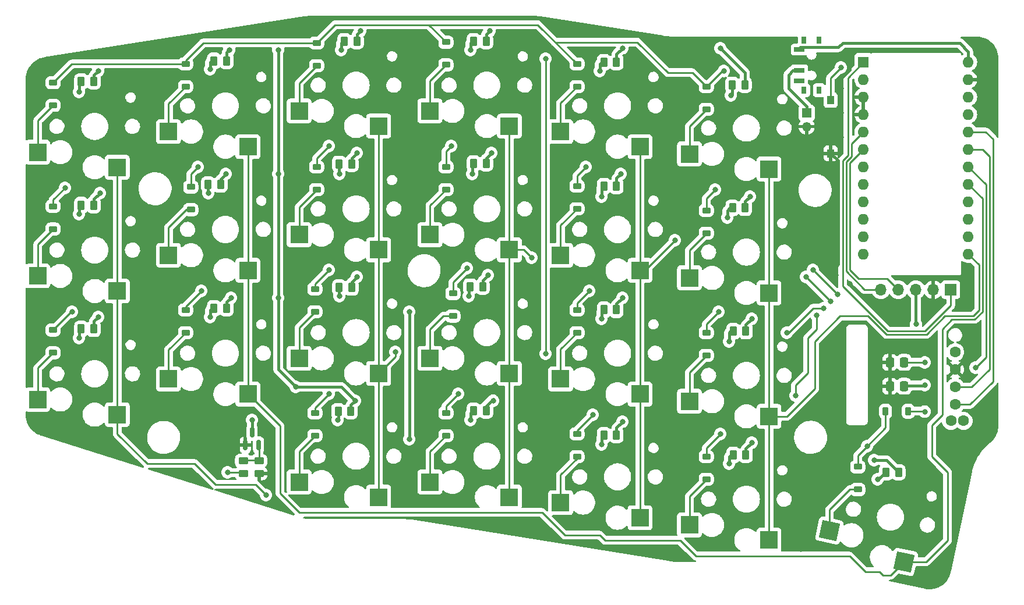
<source format=gbl>
G04 #@! TF.GenerationSoftware,KiCad,Pcbnew,7.0.5-0*
G04 #@! TF.CreationDate,2023-09-10T21:21:40+09:30*
G04 #@! TF.ProjectId,Rolio,526f6c69-6f2e-46b6-9963-61645f706362,rev?*
G04 #@! TF.SameCoordinates,Original*
G04 #@! TF.FileFunction,Copper,L2,Bot*
G04 #@! TF.FilePolarity,Positive*
%FSLAX46Y46*%
G04 Gerber Fmt 4.6, Leading zero omitted, Abs format (unit mm)*
G04 Created by KiCad (PCBNEW 7.0.5-0) date 2023-09-10 21:21:40*
%MOMM*%
%LPD*%
G01*
G04 APERTURE LIST*
G04 Aperture macros list*
%AMRoundRect*
0 Rectangle with rounded corners*
0 $1 Rounding radius*
0 $2 $3 $4 $5 $6 $7 $8 $9 X,Y pos of 4 corners*
0 Add a 4 corners polygon primitive as box body*
4,1,4,$2,$3,$4,$5,$6,$7,$8,$9,$2,$3,0*
0 Add four circle primitives for the rounded corners*
1,1,$1+$1,$2,$3*
1,1,$1+$1,$4,$5*
1,1,$1+$1,$6,$7*
1,1,$1+$1,$8,$9*
0 Add four rect primitives between the rounded corners*
20,1,$1+$1,$2,$3,$4,$5,0*
20,1,$1+$1,$4,$5,$6,$7,0*
20,1,$1+$1,$6,$7,$8,$9,0*
20,1,$1+$1,$8,$9,$2,$3,0*%
%AMRotRect*
0 Rectangle, with rotation*
0 The origin of the aperture is its center*
0 $1 length*
0 $2 width*
0 $3 Rotation angle, in degrees counterclockwise*
0 Add horizontal line*
21,1,$1,$2,0,0,$3*%
G04 Aperture macros list end*
G04 #@! TA.AperFunction,SMDPad,CuDef*
%ADD10R,2.600000X2.600000*%
G04 #@! TD*
G04 #@! TA.AperFunction,ComponentPad*
%ADD11R,1.700000X1.700000*%
G04 #@! TD*
G04 #@! TA.AperFunction,ComponentPad*
%ADD12O,1.700000X1.700000*%
G04 #@! TD*
G04 #@! TA.AperFunction,ComponentPad*
%ADD13C,1.600000*%
G04 #@! TD*
G04 #@! TA.AperFunction,ComponentPad*
%ADD14R,1.600000X1.600000*%
G04 #@! TD*
G04 #@! TA.AperFunction,ComponentPad*
%ADD15O,1.600000X1.600000*%
G04 #@! TD*
G04 #@! TA.AperFunction,SMDPad,CuDef*
%ADD16RotRect,2.600000X2.600000X348.000000*%
G04 #@! TD*
G04 #@! TA.AperFunction,ComponentPad*
%ADD17R,1.350000X1.350000*%
G04 #@! TD*
G04 #@! TA.AperFunction,ComponentPad*
%ADD18O,1.350000X1.350000*%
G04 #@! TD*
G04 #@! TA.AperFunction,SMDPad,CuDef*
%ADD19RoundRect,0.250000X0.262500X0.450000X-0.262500X0.450000X-0.262500X-0.450000X0.262500X-0.450000X0*%
G04 #@! TD*
G04 #@! TA.AperFunction,SMDPad,CuDef*
%ADD20RoundRect,0.225000X-0.375000X0.225000X-0.375000X-0.225000X0.375000X-0.225000X0.375000X0.225000X0*%
G04 #@! TD*
G04 #@! TA.AperFunction,SMDPad,CuDef*
%ADD21RoundRect,0.250000X-0.337500X-0.475000X0.337500X-0.475000X0.337500X0.475000X-0.337500X0.475000X0*%
G04 #@! TD*
G04 #@! TA.AperFunction,SMDPad,CuDef*
%ADD22RoundRect,0.250000X0.450000X-0.262500X0.450000X0.262500X-0.450000X0.262500X-0.450000X-0.262500X0*%
G04 #@! TD*
G04 #@! TA.AperFunction,SMDPad,CuDef*
%ADD23R,0.800000X1.000000*%
G04 #@! TD*
G04 #@! TA.AperFunction,SMDPad,CuDef*
%ADD24R,1.500000X0.700000*%
G04 #@! TD*
G04 #@! TA.AperFunction,SMDPad,CuDef*
%ADD25R,1.000000X1.250000*%
G04 #@! TD*
G04 #@! TA.AperFunction,SMDPad,CuDef*
%ADD26RoundRect,0.225000X-0.225000X-0.375000X0.225000X-0.375000X0.225000X0.375000X-0.225000X0.375000X0*%
G04 #@! TD*
G04 #@! TA.AperFunction,SMDPad,CuDef*
%ADD27RoundRect,0.150000X0.150000X-0.587500X0.150000X0.587500X-0.150000X0.587500X-0.150000X-0.587500X0*%
G04 #@! TD*
G04 #@! TA.AperFunction,ViaPad*
%ADD28C,0.800000*%
G04 #@! TD*
G04 #@! TA.AperFunction,Conductor*
%ADD29C,0.250000*%
G04 #@! TD*
G04 #@! TA.AperFunction,Conductor*
%ADD30C,0.400000*%
G04 #@! TD*
G04 APERTURE END LIST*
D10*
X85013000Y-51670000D03*
X73463000Y-49470000D03*
X123013000Y-102670000D03*
X111463000Y-100470000D03*
X104013000Y-102670000D03*
X92463000Y-100470000D03*
X104013000Y-66670000D03*
X92463000Y-64470000D03*
X85013000Y-69670000D03*
X73463000Y-67470000D03*
D11*
X187172400Y-72470000D03*
D12*
X184632400Y-72470000D03*
X182092400Y-72470000D03*
X179552400Y-72470000D03*
X177012400Y-72470000D03*
D10*
X160745900Y-54920000D03*
X149195900Y-52720000D03*
D13*
X187822400Y-89180000D03*
X187822400Y-86640000D03*
X187822400Y-84100000D03*
X187822400Y-81560000D03*
X189047400Y-91570000D03*
X187197400Y-91570000D03*
D10*
X66013000Y-90670000D03*
X54463000Y-88470000D03*
X123013000Y-66670000D03*
X111463000Y-64470000D03*
X142013000Y-87670000D03*
X130463000Y-85470000D03*
X123013000Y-84670000D03*
X111463000Y-82470000D03*
X142013000Y-51670000D03*
X130463000Y-49470000D03*
D14*
X174472400Y-39360000D03*
D15*
X174472400Y-41900000D03*
X174472400Y-44440000D03*
X174472400Y-46980000D03*
X174472400Y-49520000D03*
X174472400Y-52060000D03*
X174472400Y-54600000D03*
X174472400Y-57140000D03*
X174472400Y-59680000D03*
X174472400Y-62220000D03*
X174472400Y-64760000D03*
X174472400Y-67300000D03*
X189712400Y-67300000D03*
X189712400Y-64760000D03*
X189712400Y-62220000D03*
X189712400Y-59680000D03*
X189712400Y-57140000D03*
X189712400Y-54600000D03*
X189712400Y-52060000D03*
X189712400Y-49520000D03*
X189712400Y-46980000D03*
X189712400Y-44440000D03*
X189712400Y-41900000D03*
X189712400Y-39360000D03*
D10*
X66013000Y-72670000D03*
X54463000Y-70470000D03*
X66013000Y-54670000D03*
X54463000Y-52470000D03*
X160745900Y-90920000D03*
X149195900Y-88720000D03*
X123013000Y-48670000D03*
X111463000Y-46470000D03*
D16*
X180375923Y-112089654D03*
X169535724Y-107536349D03*
D10*
X160745900Y-72965000D03*
X149195900Y-70765000D03*
X104013000Y-84670000D03*
X92463000Y-82470000D03*
D17*
X166228203Y-46736000D03*
D18*
X166228203Y-48736000D03*
D10*
X142013000Y-69670000D03*
X130463000Y-67470000D03*
X104013000Y-48670000D03*
X92463000Y-46470000D03*
X142013000Y-105670000D03*
X130463000Y-103470000D03*
X85013000Y-87670000D03*
X73463000Y-85470000D03*
X160745900Y-108920000D03*
X149195900Y-106720000D03*
D19*
X62605190Y-42170000D03*
X60780190Y-42170000D03*
D20*
X75946000Y-75438000D03*
X75946000Y-78738000D03*
D21*
X178308000Y-86529000D03*
X180383000Y-86529000D03*
D20*
X94996000Y-54610000D03*
X94996000Y-57910000D03*
X151638000Y-78740000D03*
X151638000Y-82040000D03*
D19*
X100076000Y-54170000D03*
X98251000Y-54170000D03*
D20*
X151638000Y-42926000D03*
X151638000Y-46226000D03*
D19*
X138580500Y-57404000D03*
X136755500Y-57404000D03*
D20*
X56676400Y-60352500D03*
X56676400Y-63652500D03*
D21*
X178308000Y-83058000D03*
X180383000Y-83058000D03*
D20*
X132842000Y-75438000D03*
X132842000Y-78738000D03*
D22*
X86614000Y-99210500D03*
X86614000Y-97385500D03*
D19*
X179578000Y-99060000D03*
X177753000Y-99060000D03*
D20*
X114808000Y-73026000D03*
X114808000Y-76326000D03*
D19*
X100076000Y-72170000D03*
X98251000Y-72170000D03*
X81909190Y-75170000D03*
X80084190Y-75170000D03*
X62605190Y-60170000D03*
X60780190Y-60170000D03*
D20*
X113792000Y-36450000D03*
X113792000Y-39750000D03*
D19*
X119634000Y-90102000D03*
X117809000Y-90102000D03*
D22*
X84328000Y-99210500D03*
X84328000Y-97385500D03*
D20*
X132842000Y-93476000D03*
X132842000Y-96776000D03*
X113792000Y-90424000D03*
X113792000Y-93724000D03*
X76708000Y-57532000D03*
X76708000Y-60832000D03*
X151638000Y-60960000D03*
X151638000Y-64260000D03*
D23*
X168039000Y-36150000D03*
X165829000Y-36150000D03*
X168039000Y-43450000D03*
X165829000Y-43450000D03*
D24*
X165179000Y-37550000D03*
X165179000Y-40550000D03*
X165179000Y-42050000D03*
D19*
X62605190Y-78170000D03*
X60780190Y-78170000D03*
D20*
X173646946Y-98261944D03*
X173646946Y-101561944D03*
D19*
X100838000Y-36322000D03*
X99013000Y-36322000D03*
D20*
X94742000Y-90424000D03*
X94742000Y-93724000D03*
X94996000Y-36576000D03*
X94996000Y-39876000D03*
D19*
X138580500Y-39370000D03*
X136755500Y-39370000D03*
D25*
X169694000Y-44893000D03*
X169694000Y-52643000D03*
D20*
X132842000Y-39624000D03*
X132842000Y-42924000D03*
X132842000Y-57404000D03*
X132842000Y-60704000D03*
D19*
X119634000Y-54102000D03*
X117809000Y-54102000D03*
D20*
X56676400Y-78352500D03*
X56676400Y-81652500D03*
D19*
X157376500Y-78520000D03*
X155551500Y-78520000D03*
X157376500Y-96520000D03*
X155551500Y-96520000D03*
D20*
X75946000Y-39624000D03*
X75946000Y-42924000D03*
D19*
X81909190Y-39170000D03*
X80084190Y-39170000D03*
D20*
X56676400Y-42352500D03*
X56676400Y-45652500D03*
X113792000Y-54610000D03*
X113792000Y-57910000D03*
D19*
X99956000Y-90170000D03*
X98131000Y-90170000D03*
D26*
X177673000Y-90170000D03*
X180973000Y-90170000D03*
D27*
X86548000Y-95093000D03*
X84648000Y-95093000D03*
X85598000Y-93218000D03*
D19*
X138580500Y-93654000D03*
X136755500Y-93654000D03*
D20*
X151638000Y-96774000D03*
X151638000Y-100074000D03*
D19*
X119634000Y-36322000D03*
X117809000Y-36322000D03*
D20*
X94742000Y-72390000D03*
X94742000Y-75690000D03*
D19*
X119126000Y-72036000D03*
X117301000Y-72036000D03*
X138580500Y-75404000D03*
X136755500Y-75404000D03*
X157273000Y-60565000D03*
X155448000Y-60565000D03*
X157226000Y-42672000D03*
X155401000Y-42672000D03*
X81041190Y-57170000D03*
X79216190Y-57170000D03*
D28*
X154178000Y-40640000D03*
X134112000Y-54610000D03*
X58420000Y-57658000D03*
X96774000Y-51562000D03*
X152908000Y-57912000D03*
X114554000Y-51562000D03*
X77724000Y-54610000D03*
X96774000Y-69596000D03*
X78232000Y-72644000D03*
X134620000Y-72644000D03*
X59436000Y-75692000D03*
X116840000Y-69342000D03*
X153416000Y-75692000D03*
X170434000Y-69088000D03*
X171196000Y-43180000D03*
X147320000Y-45720000D03*
X170180000Y-85598000D03*
X76454000Y-99314000D03*
X192024000Y-41148000D03*
X109474000Y-60960000D03*
X165354000Y-110236000D03*
X145542000Y-107696000D03*
X77724000Y-91694000D03*
X172466000Y-38354000D03*
X192024000Y-45720000D03*
X171196000Y-46736000D03*
X192532000Y-92202000D03*
X171196000Y-50292000D03*
X192532000Y-90678000D03*
X77724000Y-93472000D03*
X176276000Y-84582000D03*
X145542000Y-109982000D03*
X172466000Y-71628000D03*
X170434000Y-70358000D03*
X170180000Y-84074000D03*
X146558000Y-77470000D03*
X108458000Y-75692000D03*
X182118000Y-77470000D03*
X108458000Y-94234000D03*
X183398277Y-83058000D03*
X183398277Y-86360000D03*
X190754000Y-83820000D03*
X87630000Y-102362000D03*
X163322000Y-78740000D03*
X168656000Y-75184000D03*
X106426000Y-81534000D03*
X126238000Y-67818000D03*
X166116000Y-70612000D03*
X169672000Y-74168000D03*
X167132000Y-69596000D03*
X147066000Y-65278000D03*
X170688000Y-73152000D03*
X155194000Y-44196000D03*
X171196000Y-40132000D03*
X183398277Y-90230451D03*
X136144000Y-40640000D03*
X115570000Y-87630000D03*
X175006000Y-95250000D03*
X153670000Y-93472000D03*
X135128000Y-90678000D03*
X96774000Y-87630000D03*
X167640000Y-76200000D03*
X164592000Y-87884000D03*
X117348000Y-37592000D03*
X98552000Y-37592000D03*
X79502000Y-40386000D03*
X60452000Y-43688000D03*
X154686000Y-61976000D03*
X136398000Y-58928000D03*
X117602000Y-55626000D03*
X98298000Y-55626000D03*
X79248000Y-58420000D03*
X60452000Y-61468000D03*
X154940000Y-80010000D03*
X136398000Y-76708000D03*
X117094000Y-73406000D03*
X98298000Y-73406000D03*
X79502000Y-76454000D03*
X60452000Y-79502000D03*
X176530000Y-100076000D03*
X154940000Y-97790000D03*
X136398000Y-94996000D03*
X176022000Y-97282000D03*
X119888000Y-70358000D03*
X82550000Y-73660000D03*
X120142000Y-34798000D03*
X139446000Y-91694000D03*
X100838000Y-70612000D03*
X139446000Y-73660000D03*
X158242000Y-94742000D03*
X82296000Y-37592000D03*
X120396000Y-52578000D03*
X91948000Y-86614000D03*
X89408000Y-73660000D03*
X139446000Y-37338000D03*
X139192000Y-55626000D03*
X63500000Y-58420000D03*
X89408000Y-55626000D03*
X81788000Y-55626000D03*
X101346000Y-34798000D03*
X120650000Y-88646000D03*
X157988000Y-58928000D03*
X153670000Y-37338000D03*
X100838000Y-52578000D03*
X85598000Y-91440000D03*
X89408000Y-37592000D03*
X63246000Y-76454000D03*
X100584000Y-88646000D03*
X158242000Y-76708000D03*
X63246000Y-40640000D03*
X128270000Y-81788000D03*
X128270000Y-38862000D03*
X82042000Y-99060000D03*
X117348000Y-91440000D03*
X98044000Y-91440000D03*
D29*
X141619000Y-36463000D02*
X146050000Y-40894000D01*
X146050000Y-40894000D02*
X149606000Y-40894000D01*
X75946000Y-39116000D02*
X78486000Y-36576000D01*
X56676400Y-42352500D02*
X59404900Y-39624000D01*
X97649000Y-33923000D02*
X111265000Y-33923000D01*
X59404900Y-39624000D02*
X75946000Y-39624000D01*
X153924000Y-40640000D02*
X154178000Y-40640000D01*
X127141000Y-33923000D02*
X132842000Y-39624000D01*
X141619000Y-36463000D02*
X129681000Y-36463000D01*
X78486000Y-36576000D02*
X94996000Y-36576000D01*
X94996000Y-36576000D02*
X97649000Y-33923000D01*
X149606000Y-40894000D02*
X151638000Y-42926000D01*
X111265000Y-33923000D02*
X113792000Y-36450000D01*
X151638000Y-42926000D02*
X153924000Y-40640000D01*
X75946000Y-39624000D02*
X75946000Y-39116000D01*
X111265000Y-33923000D02*
X127141000Y-33923000D01*
X149195900Y-48668100D02*
X151638000Y-46226000D01*
X149195900Y-52720000D02*
X149195900Y-48668100D01*
X130463000Y-45303000D02*
X132842000Y-42924000D01*
X130463000Y-49470000D02*
X130463000Y-45303000D01*
X111463000Y-46470000D02*
X111463000Y-42079000D01*
X111463000Y-42079000D02*
X113792000Y-39750000D01*
X92463000Y-42409000D02*
X94996000Y-39876000D01*
X92463000Y-46470000D02*
X92463000Y-42409000D01*
X73463000Y-45407000D02*
X75946000Y-42924000D01*
X73463000Y-49470000D02*
X73463000Y-45407000D01*
X54463000Y-52470000D02*
X54463000Y-47865900D01*
X54463000Y-47865900D02*
X56676400Y-45652500D01*
X151638000Y-59182000D02*
X152908000Y-57912000D01*
X94996000Y-54610000D02*
X94996000Y-53340000D01*
X56676400Y-59401600D02*
X58420000Y-57658000D01*
X76708000Y-57532000D02*
X76708000Y-55626000D01*
X113792000Y-54610000D02*
X113792000Y-52324000D01*
X76708000Y-55626000D02*
X77724000Y-54610000D01*
X132842000Y-55880000D02*
X134112000Y-54610000D01*
X56676400Y-60352500D02*
X56676400Y-59401600D01*
X113792000Y-52324000D02*
X114554000Y-51562000D01*
X132842000Y-57404000D02*
X132842000Y-55880000D01*
X94996000Y-53340000D02*
X96774000Y-51562000D01*
X151638000Y-60960000D02*
X151638000Y-59182000D01*
X149195900Y-70765000D02*
X149195900Y-66702100D01*
X149195900Y-66702100D02*
X151638000Y-64260000D01*
X130463000Y-67470000D02*
X130463000Y-63083000D01*
X130463000Y-63083000D02*
X132842000Y-60704000D01*
X111463000Y-64470000D02*
X111463000Y-60239000D01*
X111463000Y-60239000D02*
X113792000Y-57910000D01*
X92463000Y-64470000D02*
X92463000Y-60443000D01*
X92463000Y-60443000D02*
X94996000Y-57910000D01*
X76072000Y-60832000D02*
X73463000Y-63441000D01*
X73463000Y-67470000D02*
X73463000Y-63441000D01*
X76708000Y-60832000D02*
X76072000Y-60832000D01*
X54463000Y-65865900D02*
X56676400Y-63652500D01*
X54463000Y-70470000D02*
X54463000Y-65865900D01*
X56676400Y-78352500D02*
X59336900Y-75692000D01*
X75946000Y-74930000D02*
X78232000Y-72644000D01*
X132842000Y-74422000D02*
X134620000Y-72644000D01*
X59336900Y-75692000D02*
X59436000Y-75692000D01*
X114808000Y-73026000D02*
X114808000Y-71374000D01*
X151638000Y-78740000D02*
X151638000Y-77470000D01*
X151638000Y-77470000D02*
X153416000Y-75692000D01*
X59436000Y-75692000D02*
X59436000Y-75592900D01*
X94742000Y-71628000D02*
X96774000Y-69596000D01*
X132842000Y-75438000D02*
X132842000Y-74422000D01*
X94742000Y-72390000D02*
X94742000Y-71628000D01*
X59436000Y-75592900D02*
X59336900Y-75692000D01*
X114808000Y-71374000D02*
X116840000Y-69342000D01*
X75946000Y-75438000D02*
X75946000Y-74930000D01*
X149195900Y-88720000D02*
X149195900Y-84482100D01*
X149195900Y-84482100D02*
X151638000Y-82040000D01*
X130463000Y-85470000D02*
X130463000Y-81117000D01*
X130463000Y-81117000D02*
X132842000Y-78738000D01*
X113412000Y-76326000D02*
X114808000Y-76326000D01*
X111463000Y-82470000D02*
X111463000Y-78275000D01*
X111463000Y-78275000D02*
X113412000Y-76326000D01*
X92463000Y-82470000D02*
X92463000Y-77969000D01*
X92463000Y-77969000D02*
X94742000Y-75690000D01*
X73463000Y-81221000D02*
X75946000Y-78738000D01*
X73463000Y-85470000D02*
X73463000Y-81221000D01*
X54463000Y-88470000D02*
X54463000Y-83865900D01*
X54463000Y-83865900D02*
X56676400Y-81652500D01*
X187172400Y-74756494D02*
X187172400Y-72470000D01*
X183434894Y-78494000D02*
X187172400Y-74756494D01*
X172220000Y-41648000D02*
X174472400Y-39395600D01*
X171450000Y-53668188D02*
X171450000Y-71936894D01*
X172220000Y-52898188D02*
X171450000Y-53668188D01*
X178007106Y-78494000D02*
X183434894Y-78494000D01*
X174472400Y-39395600D02*
X174472400Y-39360000D01*
X171450000Y-71936894D02*
X178007106Y-78494000D01*
X172220000Y-41648000D02*
X172220000Y-52898188D01*
D30*
X169694000Y-48238000D02*
X169694000Y-52643000D01*
X170434000Y-69088000D02*
X170775000Y-68747000D01*
X170775000Y-53724000D02*
X169694000Y-52643000D01*
X172466000Y-40447406D02*
X172466000Y-38354000D01*
X171196000Y-41717406D02*
X172466000Y-40447406D01*
X170775000Y-68747000D02*
X170775000Y-53724000D01*
X171196000Y-43180000D02*
X171196000Y-41717406D01*
X171196000Y-46736000D02*
X169694000Y-48238000D01*
X170434000Y-70358000D02*
X170434000Y-69088000D01*
X192024000Y-41148000D02*
X192024000Y-45720000D01*
X182118000Y-77470000D02*
X182092400Y-77444400D01*
X108458000Y-94234000D02*
X108458000Y-75692000D01*
X182092400Y-77444400D02*
X182092400Y-72470000D01*
D29*
X172466000Y-69596000D02*
X173736000Y-70866000D01*
X173736000Y-70866000D02*
X177948400Y-70866000D01*
X174472400Y-52060000D02*
X172466000Y-54066400D01*
X172466000Y-54066400D02*
X172466000Y-69596000D01*
X177948400Y-70866000D02*
X179552400Y-72470000D01*
X174472400Y-49520000D02*
X172720000Y-51272400D01*
X174632894Y-72470000D02*
X177012400Y-72470000D01*
X171966000Y-53859294D02*
X171966000Y-69803106D01*
X171966000Y-69803106D02*
X174632894Y-72470000D01*
X172720000Y-53105294D02*
X171966000Y-53859294D01*
X172720000Y-51272400D02*
X172720000Y-53105294D01*
X192794000Y-84074000D02*
X192794000Y-53086000D01*
X192794000Y-53086000D02*
X191768000Y-52060000D01*
X180383000Y-83058000D02*
X183388000Y-83058000D01*
X187822400Y-86640000D02*
X190228000Y-86640000D01*
X190228000Y-86640000D02*
X192794000Y-84074000D01*
X191768000Y-52060000D02*
X189712400Y-52060000D01*
X193294000Y-50546000D02*
X193294000Y-85852000D01*
X192268000Y-49520000D02*
X193294000Y-50546000D01*
X182965000Y-86529000D02*
X183134000Y-86360000D01*
X180552000Y-86360000D02*
X180383000Y-86529000D01*
X189712400Y-49520000D02*
X192268000Y-49520000D01*
X189966000Y-89180000D02*
X193294000Y-85852000D01*
X180383000Y-86529000D02*
X182965000Y-86529000D01*
X183398277Y-86360000D02*
X180552000Y-86360000D01*
X187822400Y-89180000D02*
X189966000Y-89180000D01*
X192278000Y-57165600D02*
X189712400Y-54600000D01*
X66013000Y-93445000D02*
X70358000Y-97790000D01*
X66013000Y-72670000D02*
X66013000Y-54670000D01*
X192278000Y-82296000D02*
X192278000Y-57165600D01*
X190754000Y-83820000D02*
X192278000Y-82296000D01*
X77247824Y-97790000D02*
X80295823Y-100838000D01*
X66013000Y-90670000D02*
X66013000Y-72670000D01*
X86106000Y-100838000D02*
X87630000Y-102362000D01*
X70358000Y-97790000D02*
X77247824Y-97790000D01*
X80295823Y-100838000D02*
X86106000Y-100838000D01*
X66013000Y-90670000D02*
X66013000Y-93445000D01*
X178419577Y-114046000D02*
X180375923Y-112089654D01*
X177292000Y-114046000D02*
X178419577Y-114046000D01*
X176784000Y-113538000D02*
X174752000Y-113538000D01*
X186690000Y-99060000D02*
X186690000Y-108966000D01*
X147828000Y-108966000D02*
X150114000Y-111252000D01*
X89662000Y-92319000D02*
X89662000Y-102108000D01*
X147828000Y-108966000D02*
X136906000Y-108966000D01*
X85013000Y-87670000D02*
X85013000Y-69670000D01*
X85013000Y-69670000D02*
X85013000Y-51670000D01*
X85013000Y-87670000D02*
X89662000Y-92319000D01*
X187352447Y-76807553D02*
X185928000Y-78232000D01*
X136906000Y-108966000D02*
X136144000Y-108204000D01*
X184404000Y-96774000D02*
X186690000Y-99060000D01*
X191778000Y-59205600D02*
X191778000Y-75684000D01*
X176784000Y-113538000D02*
X177292000Y-114046000D01*
X131064000Y-108204000D02*
X136144000Y-108204000D01*
X186690000Y-108966000D02*
X183566346Y-112089654D01*
X185928000Y-90678000D02*
X184404000Y-92202000D01*
X89662000Y-102108000D02*
X92456000Y-104902000D01*
X190654447Y-76807553D02*
X187352447Y-76807553D01*
X127762000Y-104902000D02*
X131064000Y-108204000D01*
X174752000Y-113538000D02*
X172466000Y-111252000D01*
X183566346Y-112089654D02*
X180375923Y-112089654D01*
X150114000Y-111252000D02*
X172466000Y-111252000D01*
X191778000Y-75684000D02*
X190654447Y-76807553D01*
X184404000Y-92202000D02*
X184404000Y-96774000D01*
X189712400Y-57140000D02*
X191778000Y-59205600D01*
X92456000Y-104902000D02*
X127762000Y-104902000D01*
X185928000Y-78232000D02*
X185928000Y-90678000D01*
X104013000Y-84670000D02*
X104013000Y-66670000D01*
X163576000Y-78740000D02*
X163322000Y-78740000D01*
X104013000Y-84670000D02*
X106426000Y-82257000D01*
X104013000Y-48670000D02*
X104013000Y-66670000D01*
X167132000Y-75184000D02*
X163576000Y-78740000D01*
X104013000Y-84670000D02*
X104013000Y-102670000D01*
X106426000Y-82257000D02*
X106426000Y-81534000D01*
X168656000Y-75184000D02*
X167132000Y-75184000D01*
X166116000Y-70612000D02*
X169672000Y-74168000D01*
X123013000Y-66670000D02*
X123013000Y-84670000D01*
X123013000Y-84670000D02*
X123013000Y-102670000D01*
X123013000Y-48670000D02*
X123013000Y-66670000D01*
X123013000Y-66670000D02*
X125090000Y-66670000D01*
X125090000Y-66670000D02*
X126238000Y-67818000D01*
X142674000Y-69670000D02*
X147066000Y-65278000D01*
X142013000Y-69670000D02*
X142013000Y-87670000D01*
X142013000Y-87670000D02*
X142013000Y-105920000D01*
X142013000Y-51670000D02*
X142013000Y-69670000D01*
X167132000Y-69596000D02*
X170688000Y-73152000D01*
D30*
X155401000Y-42672000D02*
X155401000Y-43989000D01*
X155401000Y-43989000D02*
X155194000Y-44196000D01*
D29*
X169694000Y-41634000D02*
X171196000Y-40132000D01*
X169694000Y-44893000D02*
X169694000Y-41634000D01*
X183337826Y-90170000D02*
X183398277Y-90230451D01*
X180973000Y-90170000D02*
X183337826Y-90170000D01*
X169535724Y-107536349D02*
X169535724Y-104530276D01*
X169535724Y-104530276D02*
X172504056Y-101561944D01*
X172504056Y-101561944D02*
X173646946Y-101561944D01*
X149195900Y-106720000D02*
X149195900Y-102516100D01*
X149195900Y-102516100D02*
X151638000Y-100074000D01*
X130463000Y-103720000D02*
X130463000Y-99405000D01*
X130463000Y-99405000D02*
X132842000Y-97026000D01*
X111463000Y-96053000D02*
X113792000Y-93724000D01*
X111463000Y-100470000D02*
X111463000Y-96053000D01*
D30*
X136398000Y-39370000D02*
X136144000Y-39624000D01*
X136144000Y-39624000D02*
X136144000Y-40640000D01*
X136755500Y-39370000D02*
X136398000Y-39370000D01*
D29*
X166370000Y-84582000D02*
X164592000Y-86360000D01*
X132842000Y-93726000D02*
X132842000Y-92964000D01*
X167640000Y-76200000D02*
X167640000Y-78232000D01*
X166370000Y-79502000D02*
X166370000Y-84582000D01*
X113792000Y-89408000D02*
X115570000Y-87630000D01*
X164592000Y-86360000D02*
X164592000Y-87884000D01*
X173646946Y-96609054D02*
X175006000Y-95250000D01*
X151638000Y-96774000D02*
X151638000Y-95504000D01*
X151638000Y-95504000D02*
X153670000Y-93472000D01*
X167640000Y-78232000D02*
X166370000Y-79502000D01*
X132842000Y-92964000D02*
X135128000Y-90678000D01*
X113792000Y-90424000D02*
X113792000Y-89408000D01*
X175006000Y-95250000D02*
X177673000Y-92583000D01*
X173646946Y-98261944D02*
X173646946Y-96609054D01*
X177673000Y-92583000D02*
X177673000Y-90170000D01*
X94742000Y-90424000D02*
X94742000Y-89662000D01*
X94742000Y-89662000D02*
X96774000Y-87630000D01*
D30*
X117348000Y-36576000D02*
X117348000Y-37592000D01*
X117602000Y-36322000D02*
X117348000Y-36576000D01*
X98806000Y-36322000D02*
X98552000Y-36576000D01*
X98552000Y-36576000D02*
X98552000Y-37592000D01*
X80084190Y-39170000D02*
X79702000Y-39170000D01*
X79502000Y-39370000D02*
X79502000Y-40386000D01*
X79702000Y-39170000D02*
X79502000Y-39370000D01*
X60700000Y-42170000D02*
X60452000Y-42418000D01*
X60452000Y-42418000D02*
X60452000Y-43688000D01*
X155081000Y-60565000D02*
X154686000Y-60960000D01*
X154686000Y-60960000D02*
X154686000Y-61976000D01*
X155448000Y-60565000D02*
X155081000Y-60565000D01*
X136398000Y-57658000D02*
X136398000Y-58928000D01*
X136652000Y-57404000D02*
X136398000Y-57658000D01*
X117602000Y-54356000D02*
X117602000Y-55626000D01*
X98251000Y-54170000D02*
X98251000Y-55579000D01*
X98251000Y-55579000D02*
X98298000Y-55626000D01*
X79216190Y-57170000D02*
X79216190Y-58388190D01*
X79216190Y-58388190D02*
X79248000Y-58420000D01*
X60480000Y-60170000D02*
X60452000Y-60198000D01*
X60452000Y-60198000D02*
X60452000Y-61468000D01*
X154940000Y-78740000D02*
X154940000Y-80010000D01*
X155551500Y-78520000D02*
X155160000Y-78520000D01*
X155160000Y-78520000D02*
X154940000Y-78740000D01*
X136398000Y-75692000D02*
X136398000Y-76708000D01*
X136686000Y-75404000D02*
X136398000Y-75692000D01*
X117094000Y-72136000D02*
X117094000Y-73406000D01*
X98251000Y-72170000D02*
X98251000Y-73359000D01*
X98251000Y-73359000D02*
X98298000Y-73406000D01*
X79502000Y-75438000D02*
X79502000Y-76454000D01*
X79770000Y-75170000D02*
X79502000Y-75438000D01*
X60514000Y-78170000D02*
X60452000Y-78232000D01*
X60452000Y-78232000D02*
X60452000Y-79502000D01*
X177753000Y-99107000D02*
X176530000Y-100076000D01*
X155194000Y-96520000D02*
X154940000Y-96774000D01*
X154940000Y-96774000D02*
X154940000Y-97790000D01*
X155551500Y-96520000D02*
X155194000Y-96520000D01*
X136724000Y-93654000D02*
X136398000Y-93980000D01*
X136398000Y-93980000D02*
X136398000Y-94996000D01*
D29*
X86614000Y-97385500D02*
X86614000Y-95159000D01*
X84328000Y-97282000D02*
X86510500Y-97282000D01*
D30*
X81909190Y-39170000D02*
X81909190Y-37978810D01*
X119634000Y-54102000D02*
X119634000Y-53340000D01*
X100076000Y-54170000D02*
X100076000Y-53340000D01*
X119634000Y-35306000D02*
X120142000Y-34798000D01*
X62605190Y-59314810D02*
X62605190Y-60170000D01*
X100584000Y-88646000D02*
X98552000Y-86614000D01*
X119634000Y-90102000D02*
X119634000Y-89408000D01*
X157273000Y-60565000D02*
X157273000Y-59643000D01*
X99956000Y-90170000D02*
X99956000Y-89274000D01*
X85598000Y-93218000D02*
X85598000Y-91440000D01*
X89408000Y-37592000D02*
X89408000Y-73660000D01*
X81041190Y-56372810D02*
X81788000Y-55626000D01*
X100838000Y-70612000D02*
X100076000Y-71374000D01*
X138580500Y-75404000D02*
X138580500Y-74525500D01*
X119126000Y-71120000D02*
X119888000Y-70358000D01*
X99956000Y-89274000D02*
X100584000Y-88646000D01*
X157376500Y-95607500D02*
X158242000Y-94742000D01*
X62605190Y-78170000D02*
X62605190Y-77094810D01*
X81041190Y-57170000D02*
X81041190Y-56372810D01*
X119634000Y-89408000D02*
X120650000Y-88392000D01*
X138580500Y-39370000D02*
X138580500Y-38203500D01*
X81909190Y-37978810D02*
X82296000Y-37592000D01*
X157376500Y-78520000D02*
X157376500Y-77573500D01*
X63500000Y-58420000D02*
X62605190Y-59314810D01*
X157273000Y-59643000D02*
X157988000Y-58928000D01*
X100076000Y-71374000D02*
X100076000Y-72170000D01*
X100838000Y-36322000D02*
X100838000Y-35306000D01*
X119126000Y-72036000D02*
X119126000Y-71120000D01*
X63246000Y-40640000D02*
X62605190Y-41280810D01*
X177818871Y-97282000D02*
X176022000Y-97282000D01*
X89408000Y-84074000D02*
X89408000Y-73660000D01*
X138580500Y-92559500D02*
X139446000Y-91694000D01*
X81909190Y-75170000D02*
X81909190Y-74300810D01*
X91948000Y-86614000D02*
X89408000Y-84074000D01*
X138580500Y-56237500D02*
X139192000Y-55626000D01*
X62605190Y-41280810D02*
X62605190Y-42170000D01*
X81909190Y-74300810D02*
X82550000Y-73660000D01*
X138580500Y-93654000D02*
X138580500Y-92559500D01*
X138580500Y-57404000D02*
X138580500Y-56237500D01*
X62605190Y-77094810D02*
X63246000Y-76454000D01*
X157226000Y-40894000D02*
X153670000Y-37338000D01*
X157376500Y-96520000D02*
X157376500Y-95607500D01*
X119634000Y-53340000D02*
X120396000Y-52578000D01*
X119634000Y-36322000D02*
X119634000Y-35306000D01*
X100838000Y-35306000D02*
X101346000Y-34798000D01*
X100076000Y-53340000D02*
X100838000Y-52578000D01*
X98552000Y-86614000D02*
X91948000Y-86614000D01*
X138580500Y-38203500D02*
X139446000Y-37338000D01*
X157376500Y-77573500D02*
X158242000Y-76708000D01*
X138580500Y-74525500D02*
X139446000Y-73660000D01*
X157226000Y-42672000D02*
X157226000Y-40894000D01*
X179578000Y-99041129D02*
X177818871Y-97282000D01*
D29*
X82089000Y-99107000D02*
X82042000Y-99060000D01*
X84328000Y-99107000D02*
X82089000Y-99107000D01*
X128270000Y-81788000D02*
X128270000Y-38862000D01*
D30*
X117670000Y-90102000D02*
X117348000Y-90424000D01*
X117348000Y-90424000D02*
X117348000Y-91440000D01*
X163576000Y-41222000D02*
X163576000Y-43180000D01*
X166228203Y-45832203D02*
X166228203Y-46736000D01*
X163576000Y-43180000D02*
X166228203Y-45832203D01*
X164248000Y-40550000D02*
X163576000Y-41222000D01*
X165179000Y-40550000D02*
X164248000Y-40550000D01*
D29*
X186328447Y-76307553D02*
X183642000Y-78994000D01*
X171088447Y-76307553D02*
X175113553Y-76307553D01*
X177800000Y-78994000D02*
X175113553Y-76307553D01*
X160745900Y-72965000D02*
X160745900Y-90920000D01*
X189712400Y-67300000D02*
X191278000Y-68865600D01*
X167386000Y-86868000D02*
X167386000Y-80010000D01*
X183642000Y-78994000D02*
X177800000Y-78994000D01*
X160745900Y-90920000D02*
X160745900Y-108920000D01*
X160745900Y-54920000D02*
X160745900Y-72965000D01*
X191278000Y-68865600D02*
X191278000Y-75476894D01*
X190447341Y-76307553D02*
X186328447Y-76307553D01*
X163334000Y-90920000D02*
X167386000Y-86868000D01*
X167386000Y-80010000D02*
X171088447Y-76307553D01*
X191278000Y-75476894D02*
X190447341Y-76307553D01*
X160745900Y-90920000D02*
X163334000Y-90920000D01*
D30*
X165179000Y-37350000D02*
X165329000Y-37200000D01*
X171450000Y-36576000D02*
X188468000Y-36576000D01*
X170826000Y-37200000D02*
X171450000Y-36576000D01*
X189712400Y-37820400D02*
X189712400Y-39360000D01*
X165329000Y-37200000D02*
X170826000Y-37200000D01*
X188468000Y-36576000D02*
X189712400Y-37820400D01*
D29*
X92463000Y-100470000D02*
X92463000Y-96003000D01*
X92463000Y-96003000D02*
X94742000Y-93724000D01*
D30*
X98131000Y-90170000D02*
X98131000Y-91353000D01*
X98131000Y-91353000D02*
X98044000Y-91440000D01*
G04 #@! TA.AperFunction,Conductor*
G36*
X194060099Y-86050889D02*
G01*
X194101807Y-86106944D01*
X194109500Y-86149940D01*
X194109500Y-92204243D01*
X194109499Y-92204257D01*
X194109499Y-92252579D01*
X194109422Y-92255661D01*
X194094080Y-92563905D01*
X194093467Y-92570045D01*
X194047810Y-92873713D01*
X194046590Y-92879762D01*
X193970993Y-93177378D01*
X193969178Y-93183276D01*
X193864387Y-93471913D01*
X193861995Y-93477602D01*
X193729043Y-93754411D01*
X193726098Y-93759834D01*
X193566310Y-94022056D01*
X193562841Y-94027159D01*
X193377793Y-94272213D01*
X193373834Y-94276947D01*
X193165353Y-94502406D01*
X193160944Y-94506722D01*
X192929808Y-94711497D01*
X192927459Y-94713476D01*
X192922081Y-94717785D01*
X192910752Y-94726861D01*
X192904452Y-94731905D01*
X192889531Y-94743855D01*
X192889488Y-94743896D01*
X192726571Y-94874416D01*
X192726565Y-94874421D01*
X192345239Y-95225335D01*
X192345226Y-95225348D01*
X191988854Y-95601576D01*
X191659112Y-96001348D01*
X191659111Y-96001350D01*
X191357533Y-96422815D01*
X191085581Y-96863922D01*
X190844494Y-97322662D01*
X190844487Y-97322675D01*
X190635424Y-97796843D01*
X190566157Y-97988588D01*
X190459353Y-98284243D01*
X190459351Y-98284249D01*
X190459351Y-98284250D01*
X190317107Y-98782574D01*
X190317104Y-98782588D01*
X190268655Y-99010339D01*
X190268635Y-99010415D01*
X189837222Y-101040056D01*
X187206280Y-113417666D01*
X187179960Y-113541491D01*
X187179950Y-113541531D01*
X187171584Y-113580893D01*
X187170826Y-113584050D01*
X187126220Y-113750529D01*
X187097517Y-113857659D01*
X187086771Y-113897765D01*
X187084764Y-113903941D01*
X186968955Y-114205640D01*
X186966313Y-114211573D01*
X186819607Y-114499507D01*
X186816360Y-114505131D01*
X186640349Y-114776168D01*
X186636532Y-114781422D01*
X186433160Y-115032569D01*
X186428815Y-115037395D01*
X186200311Y-115265899D01*
X186195485Y-115270244D01*
X185944337Y-115473622D01*
X185939083Y-115477440D01*
X185668063Y-115653442D01*
X185662439Y-115656689D01*
X185374490Y-115803405D01*
X185368558Y-115806046D01*
X185066866Y-115921855D01*
X185060690Y-115923861D01*
X184748533Y-116007503D01*
X184742189Y-116008852D01*
X184621109Y-116028028D01*
X184423005Y-116059403D01*
X184416546Y-116060082D01*
X184093823Y-116076993D01*
X184087329Y-116076993D01*
X183764608Y-116060078D01*
X183758150Y-116059399D01*
X183717416Y-116052947D01*
X183437458Y-116008602D01*
X183434272Y-116008012D01*
X178300472Y-114916790D01*
X178238990Y-114883598D01*
X178205214Y-114822435D01*
X178209866Y-114752720D01*
X178251471Y-114696588D01*
X178316818Y-114671859D01*
X178326253Y-114671500D01*
X178336834Y-114671500D01*
X178352454Y-114673224D01*
X178352481Y-114672939D01*
X178360243Y-114673673D01*
X178360243Y-114673672D01*
X178360244Y-114673673D01*
X178363576Y-114673568D01*
X178428424Y-114671531D01*
X178430371Y-114671500D01*
X178458924Y-114671500D01*
X178458927Y-114671500D01*
X178465805Y-114670630D01*
X178471618Y-114670172D01*
X178518204Y-114668709D01*
X178537446Y-114663117D01*
X178556489Y-114659174D01*
X178576369Y-114656664D01*
X178619699Y-114639507D01*
X178625223Y-114637617D01*
X178628973Y-114636527D01*
X178669967Y-114624618D01*
X178687206Y-114614422D01*
X178704680Y-114605862D01*
X178723304Y-114598488D01*
X178723304Y-114598487D01*
X178723309Y-114598486D01*
X178761026Y-114571082D01*
X178765882Y-114567892D01*
X178805997Y-114544170D01*
X178820166Y-114529999D01*
X178834956Y-114517368D01*
X178851164Y-114505594D01*
X178880876Y-114469676D01*
X178884789Y-114465376D01*
X179539791Y-113810375D01*
X179601112Y-113776892D01*
X179653246Y-113776768D01*
X181319996Y-114131046D01*
X181355129Y-114134654D01*
X181379633Y-114137172D01*
X181379634Y-114137171D01*
X181379637Y-114137172D01*
X181521995Y-114116013D01*
X181652624Y-114055602D01*
X181760944Y-113960837D01*
X181838177Y-113839393D01*
X181856839Y-113782418D01*
X182062815Y-112813373D01*
X182096008Y-112751891D01*
X182157171Y-112718115D01*
X182184106Y-112715154D01*
X183483603Y-112715154D01*
X183499223Y-112716878D01*
X183499250Y-112716593D01*
X183507012Y-112717327D01*
X183507012Y-112717326D01*
X183507013Y-112717327D01*
X183510345Y-112717222D01*
X183575193Y-112715185D01*
X183577140Y-112715154D01*
X183605693Y-112715154D01*
X183605696Y-112715154D01*
X183612574Y-112714284D01*
X183618387Y-112713826D01*
X183664973Y-112712363D01*
X183684215Y-112706771D01*
X183703258Y-112702828D01*
X183723138Y-112700318D01*
X183766468Y-112683161D01*
X183771992Y-112681271D01*
X183775742Y-112680181D01*
X183816736Y-112668272D01*
X183833975Y-112658076D01*
X183851449Y-112649516D01*
X183870073Y-112642142D01*
X183870073Y-112642141D01*
X183870078Y-112642140D01*
X183907795Y-112614736D01*
X183912651Y-112611546D01*
X183952766Y-112587824D01*
X183966935Y-112573653D01*
X183981725Y-112561022D01*
X183997933Y-112549248D01*
X184027645Y-112513330D01*
X184031558Y-112509030D01*
X187073788Y-109466801D01*
X187086042Y-109456986D01*
X187085859Y-109456764D01*
X187091868Y-109451791D01*
X187091877Y-109451786D01*
X187138607Y-109402022D01*
X187139846Y-109400743D01*
X187160120Y-109380471D01*
X187164379Y-109374978D01*
X187168152Y-109370561D01*
X187200062Y-109336582D01*
X187209715Y-109319020D01*
X187220389Y-109302770D01*
X187232673Y-109286936D01*
X187251180Y-109244167D01*
X187253749Y-109238924D01*
X187276196Y-109198093D01*
X187276197Y-109198092D01*
X187281177Y-109178691D01*
X187287478Y-109160288D01*
X187295438Y-109141896D01*
X187302730Y-109095849D01*
X187303911Y-109090152D01*
X187315500Y-109045019D01*
X187315500Y-109024974D01*
X187317025Y-109005591D01*
X187320160Y-108985804D01*
X187315775Y-108939415D01*
X187315500Y-108933577D01*
X187315500Y-99142737D01*
X187317224Y-99127123D01*
X187316938Y-99127096D01*
X187317672Y-99119333D01*
X187315531Y-99051171D01*
X187315500Y-99049224D01*
X187315500Y-99020651D01*
X187315500Y-99020650D01*
X187314629Y-99013759D01*
X187314172Y-99007945D01*
X187313936Y-99000447D01*
X187312709Y-98961373D01*
X187312455Y-98960500D01*
X187307122Y-98942144D01*
X187303174Y-98923084D01*
X187302029Y-98914020D01*
X187300664Y-98903208D01*
X187283507Y-98859875D01*
X187281619Y-98854359D01*
X187268619Y-98809612D01*
X187258418Y-98792363D01*
X187249860Y-98774894D01*
X187242486Y-98756268D01*
X187242483Y-98756264D01*
X187242483Y-98756263D01*
X187215098Y-98718571D01*
X187211890Y-98713687D01*
X187188172Y-98673582D01*
X187188163Y-98673571D01*
X187174005Y-98659413D01*
X187161370Y-98644620D01*
X187149933Y-98628880D01*
X187149594Y-98628413D01*
X187130406Y-98612539D01*
X187113693Y-98598713D01*
X187109381Y-98594790D01*
X185065818Y-96551227D01*
X185032334Y-96489905D01*
X185029500Y-96463547D01*
X185029500Y-92512451D01*
X185049185Y-92445412D01*
X185065814Y-92424775D01*
X185713857Y-91776732D01*
X185775178Y-91743249D01*
X185844870Y-91748233D01*
X185900803Y-91790105D01*
X185921311Y-91832321D01*
X185970659Y-92016490D01*
X185970661Y-92016497D01*
X186066831Y-92222732D01*
X186066832Y-92222734D01*
X186197354Y-92409141D01*
X186358258Y-92570045D01*
X186385323Y-92588996D01*
X186544666Y-92700568D01*
X186750904Y-92796739D01*
X186970708Y-92855635D01*
X187105080Y-92867391D01*
X187197398Y-92875468D01*
X187197400Y-92875468D01*
X187197402Y-92875468D01*
X187254073Y-92870509D01*
X187424092Y-92855635D01*
X187643896Y-92796739D01*
X187850134Y-92700568D01*
X188036539Y-92570047D01*
X188036546Y-92570039D01*
X188040682Y-92566570D01*
X188041860Y-92567974D01*
X188096011Y-92538388D01*
X188165704Y-92543355D01*
X188203322Y-92567518D01*
X188204118Y-92566570D01*
X188208266Y-92570051D01*
X188309633Y-92641028D01*
X188394666Y-92700568D01*
X188600904Y-92796739D01*
X188820708Y-92855635D01*
X188955080Y-92867391D01*
X189047398Y-92875468D01*
X189047400Y-92875468D01*
X189047402Y-92875468D01*
X189104072Y-92870509D01*
X189274092Y-92855635D01*
X189493896Y-92796739D01*
X189700134Y-92700568D01*
X189886539Y-92570047D01*
X190047447Y-92409139D01*
X190177968Y-92222734D01*
X190274139Y-92016496D01*
X190333035Y-91796692D01*
X190350741Y-91594307D01*
X190352868Y-91570001D01*
X190352868Y-91569998D01*
X190341790Y-91443377D01*
X190333035Y-91343308D01*
X190279821Y-91144710D01*
X190274141Y-91123511D01*
X190274138Y-91123502D01*
X190273394Y-91121907D01*
X190177968Y-90917266D01*
X190047447Y-90730861D01*
X190047445Y-90730858D01*
X189886541Y-90569954D01*
X189700134Y-90439432D01*
X189700132Y-90439431D01*
X189493897Y-90343261D01*
X189493888Y-90343258D01*
X189274097Y-90284366D01*
X189274093Y-90284365D01*
X189274092Y-90284365D01*
X189274091Y-90284364D01*
X189274086Y-90284364D01*
X189047402Y-90264532D01*
X189047398Y-90264532D01*
X188871349Y-90279934D01*
X188802849Y-90266167D01*
X188752666Y-90217552D01*
X188736733Y-90149523D01*
X188760108Y-90083680D01*
X188772862Y-90068724D01*
X188822446Y-90019140D01*
X188823964Y-90016973D01*
X188912658Y-89890303D01*
X188935013Y-89858377D01*
X188989589Y-89814752D01*
X189036588Y-89805500D01*
X189883257Y-89805500D01*
X189898877Y-89807224D01*
X189898904Y-89806939D01*
X189906666Y-89807673D01*
X189906666Y-89807672D01*
X189906667Y-89807673D01*
X189909999Y-89807568D01*
X189974847Y-89805531D01*
X189976794Y-89805500D01*
X190005347Y-89805500D01*
X190005350Y-89805500D01*
X190012228Y-89804630D01*
X190018041Y-89804172D01*
X190064627Y-89802709D01*
X190083869Y-89797117D01*
X190102912Y-89793174D01*
X190122792Y-89790664D01*
X190166122Y-89773507D01*
X190171646Y-89771617D01*
X190175745Y-89770426D01*
X190216390Y-89758618D01*
X190233629Y-89748422D01*
X190251103Y-89739862D01*
X190269727Y-89732488D01*
X190269727Y-89732487D01*
X190269732Y-89732486D01*
X190307449Y-89705082D01*
X190312305Y-89701892D01*
X190352420Y-89678170D01*
X190366589Y-89663999D01*
X190381379Y-89651368D01*
X190397587Y-89639594D01*
X190427299Y-89603676D01*
X190431212Y-89599376D01*
X193677786Y-86352802D01*
X193690048Y-86342980D01*
X193689865Y-86342759D01*
X193695873Y-86337788D01*
X193695877Y-86337786D01*
X193742649Y-86287977D01*
X193743891Y-86286697D01*
X193764120Y-86266470D01*
X193768373Y-86260986D01*
X193772150Y-86256563D01*
X193804062Y-86222582D01*
X193813714Y-86205023D01*
X193824389Y-86188772D01*
X193836674Y-86172936D01*
X193855186Y-86130152D01*
X193857746Y-86124926D01*
X193876840Y-86090197D01*
X193926390Y-86040936D01*
X193994705Y-86026282D01*
X194060099Y-86050889D01*
G37*
G04 #@! TD.AperFunction*
G04 #@! TA.AperFunction,Conductor*
G36*
X174870140Y-76952738D02*
G01*
X174890782Y-76969372D01*
X177299194Y-79377784D01*
X177309019Y-79390048D01*
X177309240Y-79389866D01*
X177314210Y-79395874D01*
X177363949Y-79442582D01*
X177365316Y-79443906D01*
X177383057Y-79461647D01*
X177385529Y-79464119D01*
X177391004Y-79468366D01*
X177395446Y-79472160D01*
X177429415Y-79504060D01*
X177429417Y-79504061D01*
X177429418Y-79504062D01*
X177446976Y-79513714D01*
X177463237Y-79524396D01*
X177479064Y-79536673D01*
X177521823Y-79555176D01*
X177527073Y-79557748D01*
X177567904Y-79580195D01*
X177567908Y-79580197D01*
X177567912Y-79580198D01*
X177587311Y-79585179D01*
X177605722Y-79591483D01*
X177624097Y-79599435D01*
X177624100Y-79599435D01*
X177624105Y-79599438D01*
X177670149Y-79606729D01*
X177675832Y-79607906D01*
X177720981Y-79619500D01*
X177741016Y-79619500D01*
X177760413Y-79621026D01*
X177780196Y-79624160D01*
X177826583Y-79619775D01*
X177832422Y-79619500D01*
X183559257Y-79619500D01*
X183574877Y-79621224D01*
X183574904Y-79620939D01*
X183582666Y-79621673D01*
X183582666Y-79621672D01*
X183582667Y-79621673D01*
X183585999Y-79621568D01*
X183650847Y-79619531D01*
X183652794Y-79619500D01*
X183681347Y-79619500D01*
X183681350Y-79619500D01*
X183688228Y-79618630D01*
X183694041Y-79618172D01*
X183740627Y-79616709D01*
X183759869Y-79611117D01*
X183778912Y-79607174D01*
X183798792Y-79604664D01*
X183842122Y-79587507D01*
X183847646Y-79585617D01*
X183851396Y-79584527D01*
X183892390Y-79572618D01*
X183909629Y-79562422D01*
X183927103Y-79553862D01*
X183945727Y-79546488D01*
X183945727Y-79546487D01*
X183945732Y-79546486D01*
X183983449Y-79519082D01*
X183988305Y-79515892D01*
X184028420Y-79492170D01*
X184042589Y-79477999D01*
X184057379Y-79465368D01*
X184073587Y-79453594D01*
X184103299Y-79417676D01*
X184107212Y-79413376D01*
X185090819Y-78429769D01*
X185152142Y-78396285D01*
X185221834Y-78401269D01*
X185277767Y-78443141D01*
X185302184Y-78508605D01*
X185302500Y-78517451D01*
X185302499Y-90367546D01*
X185282814Y-90434585D01*
X185266180Y-90455227D01*
X184020208Y-91701199D01*
X184007951Y-91711020D01*
X184008134Y-91711241D01*
X184002122Y-91716214D01*
X183955432Y-91765932D01*
X183954079Y-91767329D01*
X183933889Y-91787519D01*
X183933877Y-91787532D01*
X183929621Y-91793017D01*
X183925837Y-91797447D01*
X183893937Y-91831418D01*
X183893936Y-91831420D01*
X183884284Y-91848976D01*
X183873610Y-91865226D01*
X183861329Y-91881061D01*
X183861324Y-91881068D01*
X183842815Y-91923838D01*
X183840245Y-91929084D01*
X183817803Y-91969906D01*
X183812822Y-91989307D01*
X183806521Y-92007710D01*
X183798562Y-92026102D01*
X183798561Y-92026105D01*
X183791271Y-92072127D01*
X183790087Y-92077846D01*
X183778501Y-92122972D01*
X183778499Y-92122984D01*
X183778499Y-92143020D01*
X183776973Y-92162411D01*
X183773840Y-92182194D01*
X183773840Y-92182195D01*
X183778225Y-92228583D01*
X183778500Y-92234421D01*
X183778500Y-96691255D01*
X183776775Y-96706872D01*
X183777061Y-96706899D01*
X183776326Y-96714666D01*
X183778469Y-96782846D01*
X183778500Y-96784793D01*
X183778500Y-96813343D01*
X183778501Y-96813360D01*
X183779368Y-96820231D01*
X183779826Y-96826050D01*
X183781290Y-96872624D01*
X183781291Y-96872627D01*
X183786880Y-96891867D01*
X183790824Y-96910911D01*
X183793336Y-96930792D01*
X183808940Y-96970204D01*
X183810490Y-96974119D01*
X183812382Y-96979647D01*
X183825381Y-97024388D01*
X183835580Y-97041634D01*
X183844138Y-97059103D01*
X183851514Y-97077732D01*
X183878898Y-97115423D01*
X183882106Y-97120307D01*
X183905827Y-97160416D01*
X183905833Y-97160424D01*
X183919990Y-97174580D01*
X183932628Y-97189376D01*
X183944405Y-97205586D01*
X183944406Y-97205587D01*
X183980309Y-97235288D01*
X183984620Y-97239210D01*
X185011573Y-98266163D01*
X186028180Y-99282770D01*
X186061665Y-99344093D01*
X186064499Y-99370451D01*
X186064499Y-108655547D01*
X186044814Y-108722586D01*
X186028180Y-108743228D01*
X183343574Y-111427835D01*
X183282251Y-111461320D01*
X183255893Y-111464154D01*
X182502727Y-111464154D01*
X182435688Y-111444469D01*
X182389933Y-111391665D01*
X182379989Y-111322507D01*
X182381437Y-111314372D01*
X182417315Y-111145582D01*
X182423441Y-111085943D01*
X182423441Y-111085940D01*
X182402282Y-110943582D01*
X182361841Y-110856134D01*
X182341873Y-110812956D01*
X182341869Y-110812950D01*
X182261953Y-110721604D01*
X182247106Y-110704633D01*
X182247105Y-110704632D01*
X182247104Y-110704631D01*
X182125664Y-110627401D01*
X182125663Y-110627400D01*
X182095577Y-110617545D01*
X182068687Y-110608738D01*
X182068684Y-110608737D01*
X182068680Y-110608736D01*
X179431853Y-110048262D01*
X179372212Y-110042135D01*
X179229850Y-110063295D01*
X179099225Y-110123703D01*
X179099219Y-110123707D01*
X178990900Y-110218472D01*
X178913670Y-110339912D01*
X178913669Y-110339913D01*
X178895005Y-110396895D01*
X178885509Y-110441572D01*
X178852316Y-110503054D01*
X178791153Y-110536830D01*
X178721438Y-110532176D01*
X178665306Y-110490571D01*
X178661780Y-110485663D01*
X178544922Y-110314264D01*
X178501887Y-110267883D01*
X178366474Y-110121941D01*
X178266400Y-110042135D01*
X178161346Y-109958357D01*
X177934132Y-109827175D01*
X177689905Y-109731323D01*
X177689900Y-109731321D01*
X177689891Y-109731319D01*
X177472307Y-109681657D01*
X177434119Y-109672941D01*
X177434118Y-109672940D01*
X177434114Y-109672940D01*
X177434109Y-109672939D01*
X177238004Y-109658243D01*
X177237983Y-109658243D01*
X177106995Y-109658243D01*
X177106973Y-109658243D01*
X176910868Y-109672939D01*
X176910863Y-109672940D01*
X176655086Y-109731319D01*
X176655067Y-109731325D01*
X176410845Y-109827175D01*
X176183632Y-109958357D01*
X175978503Y-110121941D01*
X175800056Y-110314263D01*
X175652257Y-110531045D01*
X175652256Y-110531046D01*
X175538427Y-110767416D01*
X175461095Y-111018119D01*
X175461094Y-111018124D01*
X175461093Y-111018128D01*
X175446342Y-111115990D01*
X175421989Y-111277555D01*
X175421989Y-111539930D01*
X175438259Y-111647869D01*
X175461093Y-111799358D01*
X175461094Y-111799360D01*
X175461095Y-111799366D01*
X175538427Y-112050069D01*
X175652256Y-112286439D01*
X175652257Y-112286440D01*
X175652259Y-112286443D01*
X175652261Y-112286447D01*
X175780744Y-112474897D01*
X175800056Y-112503222D01*
X175978506Y-112695547D01*
X175980713Y-112697594D01*
X175981264Y-112698518D01*
X175981664Y-112698950D01*
X175981571Y-112699035D01*
X176016473Y-112757619D01*
X176014104Y-112827448D01*
X175974359Y-112884912D01*
X175909856Y-112911766D01*
X175896380Y-112912500D01*
X175062453Y-112912500D01*
X174995414Y-112892815D01*
X174974772Y-112876181D01*
X172966803Y-110868212D01*
X172956980Y-110855950D01*
X172956759Y-110856134D01*
X172951786Y-110850122D01*
X172902066Y-110803432D01*
X172900666Y-110802075D01*
X172880476Y-110781884D01*
X172874986Y-110777625D01*
X172870561Y-110773847D01*
X172836582Y-110741938D01*
X172836580Y-110741936D01*
X172836577Y-110741935D01*
X172819029Y-110732288D01*
X172802763Y-110721604D01*
X172786933Y-110709325D01*
X172744168Y-110690818D01*
X172738922Y-110688248D01*
X172698093Y-110665803D01*
X172698092Y-110665802D01*
X172678693Y-110660822D01*
X172660281Y-110654518D01*
X172641898Y-110646562D01*
X172641892Y-110646560D01*
X172595874Y-110639272D01*
X172590152Y-110638087D01*
X172545021Y-110626500D01*
X172545019Y-110626500D01*
X172524984Y-110626500D01*
X172505586Y-110624973D01*
X172497333Y-110623666D01*
X172485805Y-110621840D01*
X172485804Y-110621840D01*
X172439416Y-110626225D01*
X172433578Y-110626500D01*
X162607059Y-110626500D01*
X162540020Y-110606815D01*
X162494265Y-110554011D01*
X162484321Y-110484853D01*
X162490877Y-110459167D01*
X162539991Y-110327483D01*
X162541412Y-110314263D01*
X162546400Y-110267873D01*
X162546399Y-108540059D01*
X167488205Y-108540059D01*
X167509365Y-108682421D01*
X167569773Y-108813046D01*
X167569777Y-108813052D01*
X167664542Y-108921371D01*
X167761455Y-108983003D01*
X167785985Y-108998603D01*
X167842960Y-109017265D01*
X170479797Y-109577741D01*
X170514930Y-109581349D01*
X170539434Y-109583867D01*
X170539435Y-109583866D01*
X170539438Y-109583867D01*
X170681796Y-109562708D01*
X170812425Y-109502297D01*
X170920745Y-109407532D01*
X170997978Y-109286088D01*
X171016640Y-109229113D01*
X171026137Y-109184430D01*
X171059328Y-109122951D01*
X171120491Y-109089174D01*
X171190206Y-109093826D01*
X171246338Y-109135430D01*
X171249865Y-109140339D01*
X171349236Y-109286089D01*
X171366724Y-109311739D01*
X171545171Y-109504061D01*
X171545175Y-109504064D01*
X171545176Y-109504065D01*
X171750300Y-109667646D01*
X171977514Y-109798828D01*
X172221741Y-109894680D01*
X172477527Y-109953062D01*
X172477533Y-109953062D01*
X172477536Y-109953063D01*
X172673641Y-109967759D01*
X172673660Y-109967759D01*
X172673663Y-109967760D01*
X172673665Y-109967760D01*
X172804649Y-109967760D01*
X172804651Y-109967760D01*
X172804653Y-109967759D01*
X172804672Y-109967759D01*
X173000777Y-109953063D01*
X173000779Y-109953062D01*
X173000787Y-109953062D01*
X173256573Y-109894680D01*
X173500800Y-109798828D01*
X173728014Y-109667646D01*
X173933138Y-109504065D01*
X173934779Y-109502297D01*
X173981646Y-109451786D01*
X174111590Y-109311739D01*
X174259385Y-109094964D01*
X174373220Y-108858583D01*
X174450553Y-108607875D01*
X174489657Y-108348442D01*
X174489657Y-108086078D01*
X174450553Y-107826645D01*
X174373220Y-107575937D01*
X174342678Y-107512516D01*
X174259389Y-107339563D01*
X174259388Y-107339562D01*
X174259387Y-107339561D01*
X174259385Y-107339556D01*
X174111590Y-107122781D01*
X174090281Y-107099815D01*
X173933142Y-106930458D01*
X173893690Y-106898996D01*
X173728014Y-106766874D01*
X173500800Y-106635692D01*
X173256573Y-106539840D01*
X173256568Y-106539838D01*
X173256559Y-106539836D01*
X173038975Y-106490174D01*
X173000787Y-106481458D01*
X173000786Y-106481457D01*
X173000782Y-106481457D01*
X173000777Y-106481456D01*
X172804672Y-106466760D01*
X172804651Y-106466760D01*
X172673663Y-106466760D01*
X172673641Y-106466760D01*
X172477536Y-106481456D01*
X172477531Y-106481457D01*
X172221754Y-106539836D01*
X172221735Y-106539842D01*
X171977513Y-106635692D01*
X171751782Y-106766018D01*
X171683882Y-106782491D01*
X171617855Y-106759638D01*
X171574664Y-106704717D01*
X171568023Y-106635164D01*
X171568492Y-106632849D01*
X171577116Y-106592276D01*
X171583242Y-106532638D01*
X171575635Y-106481456D01*
X171562083Y-106390277D01*
X171509184Y-106275891D01*
X171501674Y-106259651D01*
X171501670Y-106259645D01*
X171431176Y-106179068D01*
X171406907Y-106151328D01*
X171406906Y-106151327D01*
X171406905Y-106151326D01*
X171285465Y-106074096D01*
X171285464Y-106074095D01*
X171244333Y-106060623D01*
X171228488Y-106055433D01*
X171228485Y-106055432D01*
X171228481Y-106055431D01*
X170259443Y-105849456D01*
X170197961Y-105816264D01*
X170164185Y-105755101D01*
X170161224Y-105728166D01*
X170161224Y-105588766D01*
X176439545Y-105588766D01*
X176459597Y-105869129D01*
X176459598Y-105869136D01*
X176519343Y-106143776D01*
X176519345Y-106143783D01*
X176568619Y-106275891D01*
X176617572Y-106407141D01*
X176617574Y-106407145D01*
X176752275Y-106653832D01*
X176752280Y-106653840D01*
X176920716Y-106878845D01*
X176920732Y-106878863D01*
X177119465Y-107077596D01*
X177119483Y-107077612D01*
X177344488Y-107246048D01*
X177344496Y-107246053D01*
X177591183Y-107380754D01*
X177591187Y-107380756D01*
X177591189Y-107380757D01*
X177854546Y-107478984D01*
X178129201Y-107538732D01*
X178339389Y-107553765D01*
X178479739Y-107553765D01*
X178689927Y-107538732D01*
X178964582Y-107478984D01*
X179227939Y-107380757D01*
X179474637Y-107246050D01*
X179699652Y-107077606D01*
X179898405Y-106878853D01*
X180047538Y-106679634D01*
X182684219Y-106679634D01*
X182694228Y-106889738D01*
X182743818Y-107094150D01*
X182788458Y-107191898D01*
X182831196Y-107285483D01*
X182831200Y-107285489D01*
X182953202Y-107456818D01*
X182953207Y-107456823D01*
X183105439Y-107601976D01*
X183282390Y-107715695D01*
X183477664Y-107793872D01*
X183606460Y-107818695D01*
X183684204Y-107833679D01*
X183684205Y-107833679D01*
X183841837Y-107833679D01*
X183841844Y-107833679D01*
X183998765Y-107818695D01*
X184200587Y-107759435D01*
X184387546Y-107663050D01*
X184552886Y-107533026D01*
X184690631Y-107374060D01*
X184795802Y-107191898D01*
X184864598Y-106993125D01*
X184894533Y-106784924D01*
X184884524Y-106574820D01*
X184834934Y-106370408D01*
X184747555Y-106179074D01*
X184728391Y-106152162D01*
X184625549Y-106007739D01*
X184625543Y-106007733D01*
X184473315Y-105862584D01*
X184473313Y-105862582D01*
X184296362Y-105748863D01*
X184296360Y-105748862D01*
X184101097Y-105670689D01*
X184101090Y-105670686D01*
X184101088Y-105670686D01*
X184101085Y-105670685D01*
X184101084Y-105670685D01*
X183894548Y-105630879D01*
X183894547Y-105630879D01*
X183736908Y-105630879D01*
X183579987Y-105645862D01*
X183579987Y-105645863D01*
X183579983Y-105645864D01*
X183378167Y-105705122D01*
X183191207Y-105801507D01*
X183025866Y-105931531D01*
X183025865Y-105931532D01*
X182888125Y-106090493D01*
X182888116Y-106090504D01*
X182782950Y-106272658D01*
X182714155Y-106471427D01*
X182714154Y-106471432D01*
X182714154Y-106471433D01*
X182684219Y-106679634D01*
X180047538Y-106679634D01*
X180066849Y-106653838D01*
X180201556Y-106407140D01*
X180299783Y-106143783D01*
X180359531Y-105869128D01*
X180379583Y-105588765D01*
X180359531Y-105308402D01*
X180299783Y-105033747D01*
X180201556Y-104770390D01*
X180196970Y-104761992D01*
X180066852Y-104523697D01*
X180066847Y-104523689D01*
X179898411Y-104298684D01*
X179898395Y-104298666D01*
X179699662Y-104099933D01*
X179699644Y-104099917D01*
X179474639Y-103931481D01*
X179474631Y-103931476D01*
X179227944Y-103796775D01*
X179227940Y-103796773D01*
X179128096Y-103759533D01*
X178964582Y-103698546D01*
X178964578Y-103698545D01*
X178964575Y-103698544D01*
X178689935Y-103638799D01*
X178689928Y-103638798D01*
X178479741Y-103623765D01*
X178479739Y-103623765D01*
X178339389Y-103623765D01*
X178339386Y-103623765D01*
X178129199Y-103638798D01*
X178129192Y-103638799D01*
X177854552Y-103698544D01*
X177854547Y-103698545D01*
X177854546Y-103698546D01*
X177795135Y-103720705D01*
X177591187Y-103796773D01*
X177591183Y-103796775D01*
X177344496Y-103931476D01*
X177344488Y-103931481D01*
X177119483Y-104099917D01*
X177119465Y-104099933D01*
X176920732Y-104298666D01*
X176920716Y-104298684D01*
X176752280Y-104523689D01*
X176752275Y-104523697D01*
X176617574Y-104770384D01*
X176617572Y-104770388D01*
X176519343Y-105033753D01*
X176459598Y-105308393D01*
X176459597Y-105308400D01*
X176439545Y-105588763D01*
X176439545Y-105588766D01*
X170161224Y-105588766D01*
X170161224Y-104840728D01*
X170180909Y-104773689D01*
X170197543Y-104753047D01*
X170557984Y-104392606D01*
X171924595Y-104392606D01*
X171934604Y-104602710D01*
X171984194Y-104807122D01*
X172035728Y-104919966D01*
X172071572Y-104998455D01*
X172071576Y-104998461D01*
X172193578Y-105169790D01*
X172193583Y-105169795D01*
X172345815Y-105314948D01*
X172522766Y-105428667D01*
X172718040Y-105506844D01*
X172846836Y-105531667D01*
X172924580Y-105546651D01*
X172924581Y-105546651D01*
X173082213Y-105546651D01*
X173082220Y-105546651D01*
X173239141Y-105531667D01*
X173440963Y-105472407D01*
X173627922Y-105376022D01*
X173793262Y-105245998D01*
X173931007Y-105087032D01*
X174036178Y-104904870D01*
X174104974Y-104706097D01*
X174134909Y-104497896D01*
X174124900Y-104287792D01*
X174075310Y-104083380D01*
X173987931Y-103892046D01*
X173976440Y-103875909D01*
X173865925Y-103720711D01*
X173865919Y-103720705D01*
X173713691Y-103575556D01*
X173713689Y-103575554D01*
X173536738Y-103461835D01*
X173536736Y-103461834D01*
X173341473Y-103383661D01*
X173341466Y-103383658D01*
X173341464Y-103383658D01*
X173341461Y-103383657D01*
X173341460Y-103383657D01*
X173134924Y-103343851D01*
X173134923Y-103343851D01*
X172977284Y-103343851D01*
X172820363Y-103358834D01*
X172820363Y-103358835D01*
X172820359Y-103358836D01*
X172618543Y-103418094D01*
X172431583Y-103514479D01*
X172266242Y-103644503D01*
X172266241Y-103644504D01*
X172128501Y-103803465D01*
X172128492Y-103803476D01*
X172023326Y-103985630D01*
X171954531Y-104184399D01*
X171954530Y-104184404D01*
X171954530Y-104184405D01*
X171924595Y-104392606D01*
X170557984Y-104392606D01*
X172341087Y-102609503D01*
X183639117Y-102609503D01*
X183668332Y-102775190D01*
X183669392Y-102781198D01*
X183738445Y-102941282D01*
X183738446Y-102941284D01*
X183738448Y-102941287D01*
X183808132Y-103034888D01*
X183842556Y-103081127D01*
X183976110Y-103193193D01*
X184131909Y-103271438D01*
X184301553Y-103311644D01*
X184301555Y-103311644D01*
X184432153Y-103311644D01*
X184432160Y-103311644D01*
X184561888Y-103296481D01*
X184725717Y-103236852D01*
X184871378Y-103141049D01*
X184991020Y-103014237D01*
X185078191Y-102863251D01*
X185128193Y-102696232D01*
X185138331Y-102522184D01*
X185108056Y-102350490D01*
X185039003Y-102190406D01*
X185033638Y-102183200D01*
X184943792Y-102062516D01*
X184934892Y-102050561D01*
X184923377Y-102040899D01*
X184801338Y-101938495D01*
X184801336Y-101938494D01*
X184645542Y-101860251D01*
X184645540Y-101860250D01*
X184645539Y-101860250D01*
X184475895Y-101820044D01*
X184345288Y-101820044D01*
X184231776Y-101833311D01*
X184215559Y-101835207D01*
X184215556Y-101835208D01*
X184051732Y-101894835D01*
X184051728Y-101894837D01*
X183906072Y-101990636D01*
X183906071Y-101990637D01*
X183786430Y-102117447D01*
X183786428Y-102117451D01*
X183785653Y-102118793D01*
X183699258Y-102268434D01*
X183649255Y-102435454D01*
X183649254Y-102435460D01*
X183639117Y-102609503D01*
X172341087Y-102609503D01*
X172617109Y-102333481D01*
X172678432Y-102299996D01*
X172748124Y-102304980D01*
X172792471Y-102333481D01*
X172818901Y-102359911D01*
X172818905Y-102359914D01*
X172963240Y-102448942D01*
X172963243Y-102448943D01*
X172963249Y-102448947D01*
X173124238Y-102502293D01*
X173223601Y-102512444D01*
X174070290Y-102512443D01*
X174070298Y-102512442D01*
X174070301Y-102512442D01*
X174124706Y-102506884D01*
X174169654Y-102502293D01*
X174330643Y-102448947D01*
X174474990Y-102359912D01*
X174594914Y-102239988D01*
X174683949Y-102095641D01*
X174737295Y-101934652D01*
X174747446Y-101835289D01*
X174747445Y-101288600D01*
X174737295Y-101189236D01*
X174683949Y-101028247D01*
X174683945Y-101028241D01*
X174683944Y-101028238D01*
X174594916Y-100883903D01*
X174594913Y-100883899D01*
X174474990Y-100763976D01*
X174474986Y-100763973D01*
X174330651Y-100674945D01*
X174330645Y-100674942D01*
X174330643Y-100674941D01*
X174330640Y-100674940D01*
X174169655Y-100621595D01*
X174070292Y-100611444D01*
X173223608Y-100611444D01*
X173223590Y-100611445D01*
X173124238Y-100621594D01*
X173124235Y-100621595D01*
X172963251Y-100674940D01*
X172963240Y-100674945D01*
X172818905Y-100763973D01*
X172698978Y-100883899D01*
X172694670Y-100889349D01*
X172637650Y-100929729D01*
X172597399Y-100936444D01*
X172586793Y-100936444D01*
X172571176Y-100934720D01*
X172571149Y-100935006D01*
X172563387Y-100934271D01*
X172495227Y-100936413D01*
X172493280Y-100936444D01*
X172464706Y-100936444D01*
X172463985Y-100936534D01*
X172457813Y-100937313D01*
X172452001Y-100937770D01*
X172405428Y-100939234D01*
X172405425Y-100939235D01*
X172386182Y-100944825D01*
X172367139Y-100948769D01*
X172347260Y-100951280D01*
X172347259Y-100951281D01*
X172303934Y-100968434D01*
X172298408Y-100970326D01*
X172253664Y-100983327D01*
X172253660Y-100983329D01*
X172236421Y-100993524D01*
X172218954Y-101002081D01*
X172200325Y-101009456D01*
X172200323Y-101009457D01*
X172162620Y-101036850D01*
X172157738Y-101040056D01*
X172117636Y-101063772D01*
X172103464Y-101077944D01*
X172088679Y-101090572D01*
X172072468Y-101102351D01*
X172042765Y-101138254D01*
X172038833Y-101142575D01*
X169151932Y-104029475D01*
X169139675Y-104039296D01*
X169139858Y-104039517D01*
X169133846Y-104044490D01*
X169087156Y-104094208D01*
X169085803Y-104095605D01*
X169065613Y-104115795D01*
X169065601Y-104115808D01*
X169061345Y-104121293D01*
X169057561Y-104125723D01*
X169025661Y-104159694D01*
X169025660Y-104159696D01*
X169016008Y-104177252D01*
X169005334Y-104193502D01*
X168993053Y-104209337D01*
X168993048Y-104209344D01*
X168974539Y-104252114D01*
X168971969Y-104257360D01*
X168949527Y-104298182D01*
X168944546Y-104317583D01*
X168938245Y-104335986D01*
X168930286Y-104354378D01*
X168930285Y-104354381D01*
X168922995Y-104400403D01*
X168921811Y-104406122D01*
X168910225Y-104451248D01*
X168910224Y-104451258D01*
X168910224Y-104471292D01*
X168908697Y-104490691D01*
X168905564Y-104510470D01*
X168905564Y-104510471D01*
X168909949Y-104556859D01*
X168910224Y-104562697D01*
X168910224Y-105409544D01*
X168890539Y-105476583D01*
X168837735Y-105522338D01*
X168768577Y-105532282D01*
X168760443Y-105530834D01*
X168591654Y-105494957D01*
X168532013Y-105488830D01*
X168389651Y-105509990D01*
X168259026Y-105570398D01*
X168259020Y-105570402D01*
X168150701Y-105665167D01*
X168073471Y-105786607D01*
X168073470Y-105786608D01*
X168054806Y-105843591D01*
X167494332Y-108480418D01*
X167488205Y-108540059D01*
X162546399Y-108540059D01*
X162546399Y-107572128D01*
X162539991Y-107512517D01*
X162527484Y-107478985D01*
X162489697Y-107377671D01*
X162489693Y-107377664D01*
X162403447Y-107262455D01*
X162403444Y-107262452D01*
X162288235Y-107176206D01*
X162288228Y-107176202D01*
X162153382Y-107125908D01*
X162153383Y-107125908D01*
X162093783Y-107119501D01*
X162093781Y-107119500D01*
X162093773Y-107119500D01*
X162093765Y-107119500D01*
X161495400Y-107119500D01*
X161428361Y-107099815D01*
X161382606Y-107047011D01*
X161371400Y-106995500D01*
X161371400Y-102917355D01*
X161865743Y-102917355D01*
X161875752Y-103127459D01*
X161925342Y-103331871D01*
X161948994Y-103383661D01*
X162012720Y-103523204D01*
X162012724Y-103523210D01*
X162134726Y-103694539D01*
X162134731Y-103694544D01*
X162286963Y-103839697D01*
X162463914Y-103953416D01*
X162659188Y-104031593D01*
X162787984Y-104056416D01*
X162865728Y-104071400D01*
X162865729Y-104071400D01*
X163023361Y-104071400D01*
X163023368Y-104071400D01*
X163180289Y-104056416D01*
X163382111Y-103997156D01*
X163569070Y-103900771D01*
X163734410Y-103770747D01*
X163872155Y-103611781D01*
X163977326Y-103429619D01*
X164046122Y-103230846D01*
X164076057Y-103022645D01*
X164066048Y-102812541D01*
X164016458Y-102608129D01*
X163929079Y-102416795D01*
X163929075Y-102416789D01*
X163807073Y-102245460D01*
X163807067Y-102245454D01*
X163683409Y-102127546D01*
X163654837Y-102100303D01*
X163477886Y-101986584D01*
X163450987Y-101975815D01*
X163282621Y-101908410D01*
X163282614Y-101908407D01*
X163282612Y-101908407D01*
X163282609Y-101908406D01*
X163282608Y-101908406D01*
X163076072Y-101868600D01*
X163076071Y-101868600D01*
X162918432Y-101868600D01*
X162761511Y-101883584D01*
X162761507Y-101883585D01*
X162559691Y-101942843D01*
X162372731Y-102039228D01*
X162207390Y-102169252D01*
X162207389Y-102169253D01*
X162069649Y-102328214D01*
X162069640Y-102328225D01*
X161964474Y-102510379D01*
X161895679Y-102709148D01*
X161895678Y-102709153D01*
X161895678Y-102709154D01*
X161865743Y-102917355D01*
X161371400Y-102917355D01*
X161371400Y-98813660D01*
X161941293Y-98813660D01*
X161971568Y-98985354D01*
X162040621Y-99145438D01*
X162040622Y-99145440D01*
X162040624Y-99145443D01*
X162126193Y-99260381D01*
X162144732Y-99285283D01*
X162278286Y-99397349D01*
X162434085Y-99475594D01*
X162603729Y-99515800D01*
X162603731Y-99515800D01*
X162734329Y-99515800D01*
X162734336Y-99515800D01*
X162864064Y-99500637D01*
X163027893Y-99441008D01*
X163173554Y-99345205D01*
X163293196Y-99218393D01*
X163380367Y-99067407D01*
X163430369Y-98900388D01*
X163440507Y-98726340D01*
X163410232Y-98554646D01*
X163401879Y-98535281D01*
X172546446Y-98535281D01*
X172546447Y-98535299D01*
X172556596Y-98634651D01*
X172556597Y-98634654D01*
X172609942Y-98795638D01*
X172609947Y-98795649D01*
X172698975Y-98939984D01*
X172698978Y-98939988D01*
X172818901Y-99059911D01*
X172818905Y-99059914D01*
X172963240Y-99148942D01*
X172963243Y-99148943D01*
X172963249Y-99148947D01*
X173124238Y-99202293D01*
X173223601Y-99212444D01*
X174070290Y-99212443D01*
X174070298Y-99212442D01*
X174070301Y-99212442D01*
X174124706Y-99206884D01*
X174169654Y-99202293D01*
X174330643Y-99148947D01*
X174474990Y-99059912D01*
X174594914Y-98939988D01*
X174683949Y-98795641D01*
X174737295Y-98634652D01*
X174747446Y-98535289D01*
X174747445Y-97988600D01*
X174746388Y-97978256D01*
X174737295Y-97889236D01*
X174737294Y-97889233D01*
X174730921Y-97870000D01*
X174683949Y-97728247D01*
X174683945Y-97728241D01*
X174683944Y-97728238D01*
X174594916Y-97583903D01*
X174594913Y-97583899D01*
X174474989Y-97463975D01*
X174331348Y-97375375D01*
X174284624Y-97323427D01*
X174275210Y-97282000D01*
X175116540Y-97282000D01*
X175136326Y-97470256D01*
X175136327Y-97470259D01*
X175194818Y-97650277D01*
X175194821Y-97650284D01*
X175289467Y-97814216D01*
X175357013Y-97889233D01*
X175416129Y-97954888D01*
X175569265Y-98066148D01*
X175569270Y-98066151D01*
X175742192Y-98143142D01*
X175742197Y-98143144D01*
X175927354Y-98182500D01*
X175927355Y-98182500D01*
X176116644Y-98182500D01*
X176116646Y-98182500D01*
X176301803Y-98143144D01*
X176474730Y-98066151D01*
X176541983Y-98017289D01*
X176557271Y-98006182D01*
X176623077Y-97982702D01*
X176630156Y-97982500D01*
X176773589Y-97982500D01*
X176840628Y-98002185D01*
X176886383Y-98054989D01*
X176896327Y-98124147D01*
X176879128Y-98171596D01*
X176805689Y-98290659D01*
X176805685Y-98290668D01*
X176788779Y-98341687D01*
X176750501Y-98457203D01*
X176750501Y-98457204D01*
X176750500Y-98457204D01*
X176740000Y-98559983D01*
X176740000Y-98955932D01*
X176720315Y-99022971D01*
X176693006Y-99053123D01*
X176572388Y-99148691D01*
X176507618Y-99174895D01*
X176495382Y-99175500D01*
X176435354Y-99175500D01*
X176402897Y-99182398D01*
X176250197Y-99214855D01*
X176250192Y-99214857D01*
X176077270Y-99291848D01*
X176077265Y-99291851D01*
X175924129Y-99403111D01*
X175797466Y-99543785D01*
X175702821Y-99707715D01*
X175702820Y-99707719D01*
X175663305Y-99829334D01*
X175644326Y-99887744D01*
X175624540Y-100076000D01*
X175644326Y-100264256D01*
X175644327Y-100264259D01*
X175702818Y-100444277D01*
X175702821Y-100444284D01*
X175797467Y-100608216D01*
X175924129Y-100748887D01*
X175924129Y-100748888D01*
X176077265Y-100860148D01*
X176077270Y-100860151D01*
X176250192Y-100937142D01*
X176250197Y-100937144D01*
X176435354Y-100976500D01*
X176435355Y-100976500D01*
X176624644Y-100976500D01*
X176624646Y-100976500D01*
X176809803Y-100937144D01*
X176982730Y-100860151D01*
X177135871Y-100748888D01*
X177262533Y-100608216D01*
X177355780Y-100446708D01*
X177357177Y-100444288D01*
X177357177Y-100444286D01*
X177357179Y-100444284D01*
X177389055Y-100346178D01*
X177428489Y-100288507D01*
X177492847Y-100261307D01*
X177506968Y-100260499D01*
X178065508Y-100260499D01*
X178065516Y-100260498D01*
X178065519Y-100260498D01*
X178121802Y-100254748D01*
X178168297Y-100249999D01*
X178334834Y-100194814D01*
X178484156Y-100102712D01*
X178577819Y-100009049D01*
X178639142Y-99975564D01*
X178708834Y-99980548D01*
X178753181Y-100009048D01*
X178846844Y-100102712D01*
X178996166Y-100194814D01*
X179162703Y-100249999D01*
X179265491Y-100260500D01*
X179890508Y-100260499D01*
X179890516Y-100260498D01*
X179890519Y-100260498D01*
X179946802Y-100254748D01*
X179993297Y-100249999D01*
X180159834Y-100194814D01*
X180309156Y-100102712D01*
X180433212Y-99978656D01*
X180525314Y-99829334D01*
X180580499Y-99662797D01*
X180591000Y-99560009D01*
X180590999Y-98559992D01*
X180590453Y-98554650D01*
X180580499Y-98457203D01*
X180580498Y-98457200D01*
X180573203Y-98435185D01*
X180525314Y-98290666D01*
X180433212Y-98141344D01*
X180309156Y-98017288D01*
X180207989Y-97954888D01*
X180159836Y-97925187D01*
X180159831Y-97925185D01*
X180158362Y-97924698D01*
X179993297Y-97870001D01*
X179993295Y-97870000D01*
X179890516Y-97859500D01*
X179890509Y-97859500D01*
X179438390Y-97859500D01*
X179371351Y-97839815D01*
X179350709Y-97823181D01*
X178841364Y-97313836D01*
X178330469Y-96802941D01*
X178327935Y-96800250D01*
X178286800Y-96753817D01*
X178286799Y-96753816D01*
X178286795Y-96753812D01*
X178237808Y-96720000D01*
X178235763Y-96718588D01*
X178232758Y-96716377D01*
X178183931Y-96678124D01*
X178183926Y-96678120D01*
X178174684Y-96673961D01*
X178155137Y-96662936D01*
X178146802Y-96657183D01*
X178146803Y-96657183D01*
X178146801Y-96657182D01*
X178088812Y-96635189D01*
X178085361Y-96633759D01*
X178028801Y-96608304D01*
X178018817Y-96606474D01*
X177997214Y-96600451D01*
X177987745Y-96596860D01*
X177987741Y-96596859D01*
X177926184Y-96589384D01*
X177922483Y-96588821D01*
X177861479Y-96577642D01*
X177861474Y-96577642D01*
X177799568Y-96581387D01*
X177795823Y-96581500D01*
X176630156Y-96581500D01*
X176563117Y-96561815D01*
X176557271Y-96557818D01*
X176474734Y-96497851D01*
X176474729Y-96497848D01*
X176301807Y-96420857D01*
X176301802Y-96420855D01*
X176156000Y-96389865D01*
X176116646Y-96381500D01*
X175927354Y-96381500D01*
X175894897Y-96388398D01*
X175742197Y-96420855D01*
X175742192Y-96420857D01*
X175569270Y-96497848D01*
X175569265Y-96497851D01*
X175416129Y-96609111D01*
X175289466Y-96749785D01*
X175194821Y-96913715D01*
X175194818Y-96913722D01*
X175136327Y-97093740D01*
X175136326Y-97093744D01*
X175116540Y-97282000D01*
X174275210Y-97282000D01*
X174272446Y-97269837D01*
X174272446Y-96919505D01*
X174292131Y-96852466D01*
X174308760Y-96831829D01*
X174953770Y-96186818D01*
X175015094Y-96153334D01*
X175041452Y-96150500D01*
X175100644Y-96150500D01*
X175100646Y-96150500D01*
X175285803Y-96111144D01*
X175458730Y-96034151D01*
X175611871Y-95922888D01*
X175738533Y-95782216D01*
X175833179Y-95618284D01*
X175891674Y-95438256D01*
X175909321Y-95270345D01*
X175935905Y-95205732D01*
X175944952Y-95195636D01*
X178056786Y-93083802D01*
X178069048Y-93073980D01*
X178068865Y-93073759D01*
X178074873Y-93068788D01*
X178074877Y-93068786D01*
X178121649Y-93018977D01*
X178122891Y-93017697D01*
X178143120Y-92997470D01*
X178147373Y-92991986D01*
X178151150Y-92987563D01*
X178183062Y-92953582D01*
X178192714Y-92936023D01*
X178203389Y-92919772D01*
X178215674Y-92903936D01*
X178234186Y-92861152D01*
X178236742Y-92855935D01*
X178259197Y-92815092D01*
X178264180Y-92795680D01*
X178270477Y-92777291D01*
X178278438Y-92758895D01*
X178285729Y-92712853D01*
X178286908Y-92707162D01*
X178298500Y-92662019D01*
X178298500Y-92641983D01*
X178300027Y-92622582D01*
X178303160Y-92602804D01*
X178298775Y-92556415D01*
X178298500Y-92550577D01*
X178298500Y-91219546D01*
X178318185Y-91152507D01*
X178345596Y-91122274D01*
X178351032Y-91117975D01*
X178351044Y-91117968D01*
X178470968Y-90998044D01*
X178560003Y-90853697D01*
X178613349Y-90692708D01*
X178623500Y-90593345D01*
X178623500Y-90593337D01*
X180022500Y-90593337D01*
X180022501Y-90593355D01*
X180032650Y-90692707D01*
X180032651Y-90692710D01*
X180085996Y-90853694D01*
X180086001Y-90853705D01*
X180175029Y-90998040D01*
X180175032Y-90998044D01*
X180294955Y-91117967D01*
X180294959Y-91117970D01*
X180439294Y-91206998D01*
X180439297Y-91206999D01*
X180439303Y-91207003D01*
X180600292Y-91260349D01*
X180699655Y-91270500D01*
X181246344Y-91270499D01*
X181246352Y-91270498D01*
X181246355Y-91270498D01*
X181300760Y-91264940D01*
X181345708Y-91260349D01*
X181506697Y-91207003D01*
X181651044Y-91117968D01*
X181770968Y-90998044D01*
X181820793Y-90917266D01*
X181859568Y-90854403D01*
X181911516Y-90807678D01*
X181965106Y-90795500D01*
X182640099Y-90795500D01*
X182707138Y-90815185D01*
X182732248Y-90836527D01*
X182763590Y-90871336D01*
X182792406Y-90903339D01*
X182945542Y-91014599D01*
X182945547Y-91014602D01*
X183118469Y-91091593D01*
X183118474Y-91091595D01*
X183303631Y-91130951D01*
X183303632Y-91130951D01*
X183492921Y-91130951D01*
X183492923Y-91130951D01*
X183678080Y-91091595D01*
X183851007Y-91014602D01*
X184004148Y-90903339D01*
X184130810Y-90762667D01*
X184225456Y-90598735D01*
X184283951Y-90418707D01*
X184303737Y-90230451D01*
X184283951Y-90042195D01*
X184225456Y-89862167D01*
X184130810Y-89698235D01*
X184004148Y-89557563D01*
X183988921Y-89546500D01*
X183851011Y-89446302D01*
X183851006Y-89446299D01*
X183678084Y-89369308D01*
X183678079Y-89369306D01*
X183532277Y-89338316D01*
X183492923Y-89329951D01*
X183303631Y-89329951D01*
X183271174Y-89336849D01*
X183118474Y-89369306D01*
X183118469Y-89369308D01*
X182945547Y-89446299D01*
X182945542Y-89446302D01*
X182842981Y-89520818D01*
X182777175Y-89544298D01*
X182770096Y-89544500D01*
X181965106Y-89544500D01*
X181898067Y-89524815D01*
X181859568Y-89485597D01*
X181770970Y-89341959D01*
X181770967Y-89341955D01*
X181651044Y-89222032D01*
X181651040Y-89222029D01*
X181506705Y-89133001D01*
X181506699Y-89132998D01*
X181506697Y-89132997D01*
X181468636Y-89120385D01*
X181345709Y-89079651D01*
X181246346Y-89069500D01*
X180699662Y-89069500D01*
X180699644Y-89069501D01*
X180600292Y-89079650D01*
X180600289Y-89079651D01*
X180439305Y-89132996D01*
X180439294Y-89133001D01*
X180294959Y-89222029D01*
X180294955Y-89222032D01*
X180175032Y-89341955D01*
X180175029Y-89341959D01*
X180086001Y-89486294D01*
X180085996Y-89486305D01*
X180032651Y-89647290D01*
X180022500Y-89746647D01*
X180022500Y-90593337D01*
X178623500Y-90593337D01*
X178623499Y-89746656D01*
X178623427Y-89745956D01*
X178613349Y-89647292D01*
X178613348Y-89647289D01*
X178606304Y-89626031D01*
X178560003Y-89486303D01*
X178559999Y-89486297D01*
X178559998Y-89486294D01*
X178470970Y-89341959D01*
X178470967Y-89341955D01*
X178351044Y-89222032D01*
X178351040Y-89222029D01*
X178206705Y-89133001D01*
X178206699Y-89132998D01*
X178206697Y-89132997D01*
X178168636Y-89120385D01*
X178045709Y-89079651D01*
X177946346Y-89069500D01*
X177399662Y-89069500D01*
X177399644Y-89069501D01*
X177300292Y-89079650D01*
X177300289Y-89079651D01*
X177139305Y-89132996D01*
X177139294Y-89133001D01*
X176994959Y-89222029D01*
X176994955Y-89222032D01*
X176875032Y-89341955D01*
X176875029Y-89341959D01*
X176786001Y-89486294D01*
X176785996Y-89486305D01*
X176732651Y-89647290D01*
X176722500Y-89746647D01*
X176722500Y-90593337D01*
X176722501Y-90593355D01*
X176732650Y-90692707D01*
X176732651Y-90692710D01*
X176785996Y-90853694D01*
X176786001Y-90853705D01*
X176875029Y-90998040D01*
X176875032Y-90998044D01*
X176994956Y-91117968D01*
X176994963Y-91117972D01*
X177000404Y-91122274D01*
X177040785Y-91179293D01*
X177047500Y-91219546D01*
X177047500Y-92272547D01*
X177027815Y-92339586D01*
X177011181Y-92360228D01*
X175058228Y-94313181D01*
X174996905Y-94346666D01*
X174970547Y-94349500D01*
X174911354Y-94349500D01*
X174878897Y-94356398D01*
X174726197Y-94388855D01*
X174726192Y-94388857D01*
X174553270Y-94465848D01*
X174553265Y-94465851D01*
X174400129Y-94577111D01*
X174273466Y-94717785D01*
X174178821Y-94881715D01*
X174178818Y-94881722D01*
X174132130Y-95025414D01*
X174120326Y-95061744D01*
X174102961Y-95226962D01*
X174102679Y-95229649D01*
X174076094Y-95294263D01*
X174067039Y-95304368D01*
X173263154Y-96108253D01*
X173250897Y-96118074D01*
X173251080Y-96118295D01*
X173245068Y-96123268D01*
X173198378Y-96172986D01*
X173197025Y-96174383D01*
X173176835Y-96194573D01*
X173176823Y-96194586D01*
X173172567Y-96200071D01*
X173168783Y-96204501D01*
X173136883Y-96238472D01*
X173136882Y-96238474D01*
X173127230Y-96256030D01*
X173116556Y-96272280D01*
X173104275Y-96288115D01*
X173104270Y-96288122D01*
X173085761Y-96330892D01*
X173083191Y-96336138D01*
X173060749Y-96376960D01*
X173055768Y-96396361D01*
X173049467Y-96414764D01*
X173041508Y-96433156D01*
X173041507Y-96433159D01*
X173034217Y-96479181D01*
X173033033Y-96484900D01*
X173021447Y-96530026D01*
X173021446Y-96530036D01*
X173021446Y-96550070D01*
X173019919Y-96569469D01*
X173017440Y-96585123D01*
X173016786Y-96589250D01*
X173018664Y-96609112D01*
X173021171Y-96635637D01*
X173021446Y-96641475D01*
X173021446Y-97269837D01*
X173001761Y-97336876D01*
X172962544Y-97375375D01*
X172818902Y-97463975D01*
X172698978Y-97583899D01*
X172698975Y-97583903D01*
X172609947Y-97728238D01*
X172609942Y-97728249D01*
X172556597Y-97889234D01*
X172546446Y-97988591D01*
X172546446Y-98535281D01*
X163401879Y-98535281D01*
X163341179Y-98394562D01*
X163335628Y-98387106D01*
X163263826Y-98290659D01*
X163237068Y-98254717D01*
X163184576Y-98210671D01*
X163103514Y-98142651D01*
X163103512Y-98142650D01*
X162947718Y-98064407D01*
X162947716Y-98064406D01*
X162947715Y-98064406D01*
X162778071Y-98024200D01*
X162647464Y-98024200D01*
X162533952Y-98037467D01*
X162517735Y-98039363D01*
X162517732Y-98039364D01*
X162353908Y-98098991D01*
X162353904Y-98098993D01*
X162208248Y-98194792D01*
X162208247Y-98194793D01*
X162088606Y-98321603D01*
X162088604Y-98321607D01*
X162087522Y-98323481D01*
X162001434Y-98472590D01*
X161951431Y-98639610D01*
X161951430Y-98639616D01*
X161942342Y-98795649D01*
X161941293Y-98813660D01*
X161371400Y-98813660D01*
X161371400Y-93892903D01*
X164403793Y-93892903D01*
X164413672Y-94200970D01*
X164413672Y-94200975D01*
X164413673Y-94200978D01*
X164462867Y-94505261D01*
X164524349Y-94712413D01*
X164550571Y-94800763D01*
X164675333Y-95082601D01*
X164675337Y-95082609D01*
X164835123Y-95346193D01*
X164835127Y-95346198D01*
X164835133Y-95346207D01*
X165027297Y-95587174D01*
X165027299Y-95587176D01*
X165027303Y-95587180D01*
X165027304Y-95587181D01*
X165248724Y-95801614D01*
X165403603Y-95917203D01*
X165495741Y-95985968D01*
X165495743Y-95985969D01*
X165495747Y-95985972D01*
X165764318Y-96137228D01*
X165905057Y-96194207D01*
X166050018Y-96252897D01*
X166050023Y-96252898D01*
X166050025Y-96252899D01*
X166348179Y-96331084D01*
X166653883Y-96370500D01*
X166653890Y-96370500D01*
X166884971Y-96370500D01*
X166884974Y-96370500D01*
X166884978Y-96370499D01*
X166884996Y-96370499D01*
X166994750Y-96363452D01*
X167115601Y-96355693D01*
X167418151Y-96296772D01*
X167710683Y-96199644D01*
X167710689Y-96199640D01*
X167710693Y-96199640D01*
X167927550Y-96095207D01*
X167988393Y-96065907D01*
X168246720Y-95897754D01*
X168481424Y-95697948D01*
X168688650Y-95469769D01*
X168858018Y-95226966D01*
X168864994Y-95216966D01*
X168864996Y-95216963D01*
X169007567Y-94943683D01*
X169114020Y-94654415D01*
X169182609Y-94353908D01*
X169212206Y-94047098D01*
X169212162Y-94045740D01*
X169206732Y-93876386D01*
X169202327Y-93739022D01*
X169153133Y-93434739D01*
X169065431Y-93139244D01*
X169065429Y-93139239D01*
X169065428Y-93139236D01*
X168952737Y-92884666D01*
X168940663Y-92857391D01*
X168780877Y-92593807D01*
X168780870Y-92593799D01*
X168780866Y-92593792D01*
X168588702Y-92352825D01*
X168588700Y-92352823D01*
X168575975Y-92340500D01*
X168367276Y-92138386D01*
X168216830Y-92026105D01*
X168120258Y-91954031D01*
X168120253Y-91954028D01*
X167851682Y-91802772D01*
X167814007Y-91787519D01*
X167663043Y-91726399D01*
X171996900Y-91726399D01*
X172021996Y-91836350D01*
X172070932Y-91937966D01*
X172070933Y-91937969D01*
X172117813Y-91996752D01*
X172141254Y-92026146D01*
X172162347Y-92042967D01*
X172229430Y-92096466D01*
X172229433Y-92096467D01*
X172331049Y-92145403D01*
X172441000Y-92170499D01*
X172441005Y-92170499D01*
X172441007Y-92170500D01*
X172441009Y-92170500D01*
X174653791Y-92170500D01*
X174653793Y-92170500D01*
X174653795Y-92170499D01*
X174653799Y-92170499D01*
X174721762Y-92154986D01*
X174763751Y-92145403D01*
X174865367Y-92096467D01*
X174865367Y-92096466D01*
X174865369Y-92096466D01*
X174895888Y-92072127D01*
X174953546Y-92026146D01*
X175018422Y-91944795D01*
X175023866Y-91937969D01*
X175023867Y-91937966D01*
X175026460Y-91932583D01*
X175072803Y-91836351D01*
X175083946Y-91787529D01*
X175097899Y-91726399D01*
X175097900Y-91726391D01*
X175097900Y-86779000D01*
X177220501Y-86779000D01*
X177220501Y-87053986D01*
X177230994Y-87156697D01*
X177286141Y-87323119D01*
X177286143Y-87323124D01*
X177378184Y-87472345D01*
X177502154Y-87596315D01*
X177651375Y-87688356D01*
X177651380Y-87688358D01*
X177817802Y-87743505D01*
X177817809Y-87743506D01*
X177920519Y-87753999D01*
X178057999Y-87753999D01*
X178558000Y-87753999D01*
X178695472Y-87753999D01*
X178695486Y-87753998D01*
X178798197Y-87743505D01*
X178964619Y-87688358D01*
X178964624Y-87688356D01*
X179113845Y-87596315D01*
X179237818Y-87472342D01*
X179239665Y-87469348D01*
X179241469Y-87467724D01*
X179242298Y-87466677D01*
X179242476Y-87466818D01*
X179291610Y-87422621D01*
X179360573Y-87411396D01*
X179424656Y-87439236D01*
X179450743Y-87469341D01*
X179452788Y-87472656D01*
X179576844Y-87596712D01*
X179726166Y-87688814D01*
X179892703Y-87743999D01*
X179995491Y-87754500D01*
X180770508Y-87754499D01*
X180770516Y-87754498D01*
X180770519Y-87754498D01*
X180829019Y-87748522D01*
X180873297Y-87743999D01*
X181039834Y-87688814D01*
X181189156Y-87596712D01*
X181313212Y-87472656D01*
X181405314Y-87323334D01*
X181433095Y-87239495D01*
X181472868Y-87182051D01*
X181537384Y-87155228D01*
X181550801Y-87154500D01*
X182882257Y-87154500D01*
X182897876Y-87156224D01*
X182897903Y-87155939D01*
X182905663Y-87156672D01*
X182905667Y-87156673D01*
X182940802Y-87155568D01*
X182995132Y-87166227D01*
X183118474Y-87221144D01*
X183303631Y-87260500D01*
X183303632Y-87260500D01*
X183492921Y-87260500D01*
X183492923Y-87260500D01*
X183678080Y-87221144D01*
X183851007Y-87144151D01*
X184004148Y-87032888D01*
X184130810Y-86892216D01*
X184225456Y-86728284D01*
X184283951Y-86548256D01*
X184303737Y-86360000D01*
X184283951Y-86171744D01*
X184225456Y-85991716D01*
X184130810Y-85827784D01*
X184004148Y-85687112D01*
X184004147Y-85687111D01*
X183851011Y-85575851D01*
X183851006Y-85575848D01*
X183678084Y-85498857D01*
X183678079Y-85498855D01*
X183532277Y-85467865D01*
X183492923Y-85459500D01*
X183303631Y-85459500D01*
X183271174Y-85466398D01*
X183118474Y-85498855D01*
X183118469Y-85498857D01*
X182945547Y-85575848D01*
X182945542Y-85575851D01*
X182792407Y-85687110D01*
X182792403Y-85687114D01*
X182786677Y-85693474D01*
X182727190Y-85730121D01*
X182694529Y-85734500D01*
X181474419Y-85734500D01*
X181407380Y-85714815D01*
X181368880Y-85675597D01*
X181313212Y-85585344D01*
X181189156Y-85461288D01*
X181096388Y-85404068D01*
X181039836Y-85369187D01*
X181039831Y-85369185D01*
X180995107Y-85354365D01*
X180873297Y-85314001D01*
X180873295Y-85314000D01*
X180770510Y-85303500D01*
X179995498Y-85303500D01*
X179995480Y-85303501D01*
X179892703Y-85314000D01*
X179892700Y-85314001D01*
X179726168Y-85369185D01*
X179726163Y-85369187D01*
X179576842Y-85461289D01*
X179452788Y-85585343D01*
X179452783Y-85585349D01*
X179450741Y-85588661D01*
X179448747Y-85590453D01*
X179448307Y-85591011D01*
X179448211Y-85590935D01*
X179398791Y-85635383D01*
X179329828Y-85646602D01*
X179265747Y-85618755D01*
X179239668Y-85588656D01*
X179237819Y-85585659D01*
X179237816Y-85585655D01*
X179113845Y-85461684D01*
X178964624Y-85369643D01*
X178964619Y-85369641D01*
X178798197Y-85314494D01*
X178798190Y-85314493D01*
X178695486Y-85304000D01*
X178558000Y-85304000D01*
X178558000Y-87753999D01*
X178057999Y-87753999D01*
X178058000Y-87753998D01*
X178058000Y-86779000D01*
X177220501Y-86779000D01*
X175097900Y-86779000D01*
X175097900Y-86279000D01*
X177220500Y-86279000D01*
X178058000Y-86279000D01*
X178058000Y-85304000D01*
X177920527Y-85304000D01*
X177920512Y-85304001D01*
X177817802Y-85314494D01*
X177651380Y-85369641D01*
X177651375Y-85369643D01*
X177502154Y-85461684D01*
X177378184Y-85585654D01*
X177286143Y-85734875D01*
X177286141Y-85734880D01*
X177230994Y-85901302D01*
X177230993Y-85901309D01*
X177220500Y-86004013D01*
X177220500Y-86279000D01*
X175097900Y-86279000D01*
X175097900Y-83308000D01*
X177220501Y-83308000D01*
X177220501Y-83582986D01*
X177230994Y-83685697D01*
X177286141Y-83852119D01*
X177286143Y-83852124D01*
X177378184Y-84001345D01*
X177502154Y-84125315D01*
X177651375Y-84217356D01*
X177651380Y-84217358D01*
X177817802Y-84272505D01*
X177817809Y-84272506D01*
X177920519Y-84282999D01*
X178057999Y-84282999D01*
X178558000Y-84282999D01*
X178695472Y-84282999D01*
X178695486Y-84282998D01*
X178798197Y-84272505D01*
X178964619Y-84217358D01*
X178964624Y-84217356D01*
X179113845Y-84125315D01*
X179237818Y-84001342D01*
X179239665Y-83998348D01*
X179241469Y-83996724D01*
X179242298Y-83995677D01*
X179242476Y-83995818D01*
X179291610Y-83951621D01*
X179360573Y-83940396D01*
X179424656Y-83968236D01*
X179450743Y-83998341D01*
X179452788Y-84001656D01*
X179576844Y-84125712D01*
X179726166Y-84217814D01*
X179892703Y-84272999D01*
X179995491Y-84283500D01*
X180770508Y-84283499D01*
X180770516Y-84283498D01*
X180770519Y-84283498D01*
X180864026Y-84273946D01*
X180873297Y-84272999D01*
X181039834Y-84217814D01*
X181189156Y-84125712D01*
X181313212Y-84001656D01*
X181405314Y-83852334D01*
X181433095Y-83768495D01*
X181472868Y-83711051D01*
X181537384Y-83684228D01*
X181550801Y-83683500D01*
X182694529Y-83683500D01*
X182761568Y-83703185D01*
X182786677Y-83724526D01*
X182792403Y-83730885D01*
X182792407Y-83730889D01*
X182945542Y-83842148D01*
X182945547Y-83842151D01*
X183118469Y-83919142D01*
X183118474Y-83919144D01*
X183303631Y-83958500D01*
X183303632Y-83958500D01*
X183492921Y-83958500D01*
X183492923Y-83958500D01*
X183678080Y-83919144D01*
X183851007Y-83842151D01*
X184004148Y-83730888D01*
X184130810Y-83590216D01*
X184225456Y-83426284D01*
X184283951Y-83246256D01*
X184303737Y-83058000D01*
X184283951Y-82869744D01*
X184226094Y-82691679D01*
X184225458Y-82689722D01*
X184225457Y-82689721D01*
X184225456Y-82689716D01*
X184130810Y-82525784D01*
X184004148Y-82385112D01*
X184004147Y-82385111D01*
X183851011Y-82273851D01*
X183851006Y-82273848D01*
X183678084Y-82196857D01*
X183678079Y-82196855D01*
X183525305Y-82164383D01*
X183492923Y-82157500D01*
X183303631Y-82157500D01*
X183271249Y-82164383D01*
X183118474Y-82196855D01*
X183118469Y-82196857D01*
X182945547Y-82273848D01*
X182945542Y-82273851D01*
X182792407Y-82385110D01*
X182792403Y-82385114D01*
X182786677Y-82391474D01*
X182727190Y-82428121D01*
X182694529Y-82432500D01*
X181550801Y-82432500D01*
X181483762Y-82412815D01*
X181438007Y-82360011D01*
X181433095Y-82347504D01*
X181405314Y-82263666D01*
X181313212Y-82114344D01*
X181189156Y-81990288D01*
X181039834Y-81898186D01*
X180873297Y-81843001D01*
X180873295Y-81843000D01*
X180770510Y-81832500D01*
X179995498Y-81832500D01*
X179995480Y-81832501D01*
X179892703Y-81843000D01*
X179892700Y-81843001D01*
X179726168Y-81898185D01*
X179726163Y-81898187D01*
X179576842Y-81990289D01*
X179452788Y-82114343D01*
X179452783Y-82114349D01*
X179450741Y-82117661D01*
X179448747Y-82119453D01*
X179448307Y-82120011D01*
X179448211Y-82119935D01*
X179398791Y-82164383D01*
X179329828Y-82175602D01*
X179265747Y-82147755D01*
X179239668Y-82117656D01*
X179237819Y-82114659D01*
X179237816Y-82114655D01*
X179113845Y-81990684D01*
X178964624Y-81898643D01*
X178964619Y-81898641D01*
X178798197Y-81843494D01*
X178798190Y-81843493D01*
X178695486Y-81833000D01*
X178558000Y-81833000D01*
X178558000Y-84282999D01*
X178057999Y-84282999D01*
X178058000Y-84282998D01*
X178058000Y-83308000D01*
X177220501Y-83308000D01*
X175097900Y-83308000D01*
X175097900Y-82808000D01*
X177220500Y-82808000D01*
X178058000Y-82808000D01*
X178058000Y-81833000D01*
X177920527Y-81833000D01*
X177920512Y-81833001D01*
X177817802Y-81843494D01*
X177651380Y-81898641D01*
X177651375Y-81898643D01*
X177502154Y-81990684D01*
X177378184Y-82114654D01*
X177286143Y-82263875D01*
X177286141Y-82263880D01*
X177230994Y-82430302D01*
X177230993Y-82430309D01*
X177220500Y-82533013D01*
X177220500Y-82808000D01*
X175097900Y-82808000D01*
X175097900Y-78013608D01*
X175097899Y-78013600D01*
X175072803Y-77903649D01*
X175023867Y-77802033D01*
X175023866Y-77802030D01*
X174971931Y-77736908D01*
X174953546Y-77713854D01*
X174904147Y-77674459D01*
X174865369Y-77643533D01*
X174865366Y-77643532D01*
X174763750Y-77594596D01*
X174653799Y-77569500D01*
X174653793Y-77569500D01*
X174619990Y-77569500D01*
X172537282Y-77569500D01*
X172497400Y-77569500D01*
X172441007Y-77569500D01*
X172441000Y-77569500D01*
X172331049Y-77594596D01*
X172229433Y-77643532D01*
X172229430Y-77643533D01*
X172141254Y-77713854D01*
X172070933Y-77802030D01*
X172070932Y-77802033D01*
X172021996Y-77903649D01*
X171996900Y-78013600D01*
X171996900Y-91726399D01*
X167663043Y-91726399D01*
X167565981Y-91687102D01*
X167398660Y-91643226D01*
X167267821Y-91608916D01*
X166962117Y-91569500D01*
X166731026Y-91569500D01*
X166731003Y-91569500D01*
X166500406Y-91584306D01*
X166500389Y-91584308D01*
X166197854Y-91643226D01*
X166197849Y-91643228D01*
X165905310Y-91740358D01*
X165905306Y-91740359D01*
X165627613Y-91874089D01*
X165627605Y-91874094D01*
X165369286Y-92042241D01*
X165369276Y-92042248D01*
X165134581Y-92242046D01*
X165134571Y-92242056D01*
X164927354Y-92470225D01*
X164927353Y-92470226D01*
X164751005Y-92723033D01*
X164751003Y-92723037D01*
X164608432Y-92996319D01*
X164608429Y-92996326D01*
X164501981Y-93285580D01*
X164501980Y-93285585D01*
X164490545Y-93335684D01*
X164433391Y-93586089D01*
X164403794Y-93892902D01*
X164403793Y-93892903D01*
X161371400Y-93892903D01*
X161371400Y-92844499D01*
X161391085Y-92777460D01*
X161443889Y-92731705D01*
X161495400Y-92720499D01*
X162093771Y-92720499D01*
X162093772Y-92720499D01*
X162153383Y-92714091D01*
X162288231Y-92663796D01*
X162403446Y-92577546D01*
X162489696Y-92462331D01*
X162539991Y-92327483D01*
X162546400Y-92267873D01*
X162546400Y-91669500D01*
X162566085Y-91602461D01*
X162618889Y-91556706D01*
X162670400Y-91545500D01*
X163251257Y-91545500D01*
X163266877Y-91547224D01*
X163266904Y-91546939D01*
X163274666Y-91547673D01*
X163274666Y-91547672D01*
X163274667Y-91547673D01*
X163277999Y-91547568D01*
X163342847Y-91545531D01*
X163344794Y-91545500D01*
X163373347Y-91545500D01*
X163373350Y-91545500D01*
X163380228Y-91544630D01*
X163386041Y-91544172D01*
X163432627Y-91542709D01*
X163451869Y-91537117D01*
X163470912Y-91533174D01*
X163490792Y-91530664D01*
X163534122Y-91513507D01*
X163539646Y-91511617D01*
X163543396Y-91510527D01*
X163584390Y-91498618D01*
X163601629Y-91488422D01*
X163619103Y-91479862D01*
X163637727Y-91472488D01*
X163637727Y-91472487D01*
X163637732Y-91472486D01*
X163675449Y-91445082D01*
X163680305Y-91441892D01*
X163720420Y-91418170D01*
X163734589Y-91403999D01*
X163749379Y-91391368D01*
X163765587Y-91379594D01*
X163795299Y-91343676D01*
X163799212Y-91339376D01*
X167769788Y-87368801D01*
X167782042Y-87358986D01*
X167781859Y-87358764D01*
X167787868Y-87353791D01*
X167787877Y-87353786D01*
X167834607Y-87304022D01*
X167835846Y-87302743D01*
X167856120Y-87282471D01*
X167860379Y-87276978D01*
X167864152Y-87272561D01*
X167896062Y-87238582D01*
X167905713Y-87221024D01*
X167916396Y-87204761D01*
X167928673Y-87188936D01*
X167947185Y-87146153D01*
X167949738Y-87140941D01*
X167972197Y-87100092D01*
X167977180Y-87080680D01*
X167983481Y-87062280D01*
X167991437Y-87043896D01*
X167998729Y-86997852D01*
X167999906Y-86992171D01*
X168011500Y-86947019D01*
X168011500Y-86926982D01*
X168013027Y-86907582D01*
X168016160Y-86887804D01*
X168011775Y-86841415D01*
X168011500Y-86835577D01*
X168011500Y-80320451D01*
X168031185Y-80253412D01*
X168047814Y-80232775D01*
X171311217Y-76969371D01*
X171372541Y-76935887D01*
X171398899Y-76933053D01*
X174803101Y-76933053D01*
X174870140Y-76952738D01*
G37*
G04 #@! TD.AperFunction*
G04 #@! TA.AperFunction,Conductor*
G36*
X127518587Y-105547185D02*
G01*
X127539228Y-105563818D01*
X129052891Y-107077482D01*
X130563197Y-108587788D01*
X130573022Y-108600051D01*
X130573243Y-108599869D01*
X130578211Y-108605874D01*
X130627932Y-108652566D01*
X130629332Y-108653923D01*
X130649523Y-108674115D01*
X130649527Y-108674118D01*
X130649529Y-108674120D01*
X130655011Y-108678373D01*
X130659443Y-108682157D01*
X130693418Y-108714062D01*
X130710976Y-108723714D01*
X130727235Y-108734395D01*
X130743064Y-108746673D01*
X130785838Y-108765182D01*
X130791056Y-108767738D01*
X130831908Y-108790197D01*
X130851316Y-108795180D01*
X130869717Y-108801480D01*
X130888104Y-108809437D01*
X130931488Y-108816308D01*
X130934119Y-108816725D01*
X130939839Y-108817909D01*
X130984981Y-108829500D01*
X131005016Y-108829500D01*
X131024414Y-108831026D01*
X131044194Y-108834159D01*
X131044195Y-108834160D01*
X131044195Y-108834159D01*
X131044196Y-108834160D01*
X131090583Y-108829775D01*
X131096422Y-108829500D01*
X135833548Y-108829500D01*
X135900587Y-108849185D01*
X135921229Y-108865819D01*
X136405194Y-109349784D01*
X136415019Y-109362048D01*
X136415240Y-109361866D01*
X136420210Y-109367874D01*
X136469949Y-109414582D01*
X136471316Y-109415906D01*
X136491530Y-109436120D01*
X136497004Y-109440366D01*
X136501442Y-109444156D01*
X136535418Y-109476062D01*
X136535422Y-109476064D01*
X136552973Y-109485713D01*
X136569231Y-109496392D01*
X136585064Y-109508674D01*
X136607015Y-109518172D01*
X136627837Y-109527183D01*
X136633081Y-109529752D01*
X136673908Y-109552197D01*
X136693312Y-109557179D01*
X136711710Y-109563478D01*
X136730105Y-109571438D01*
X136776129Y-109578726D01*
X136781832Y-109579907D01*
X136826981Y-109591500D01*
X136847016Y-109591500D01*
X136866413Y-109593026D01*
X136886196Y-109596160D01*
X136932583Y-109591775D01*
X136938422Y-109591500D01*
X147517548Y-109591500D01*
X147584587Y-109611185D01*
X147605228Y-109627818D01*
X148615496Y-110638087D01*
X149613197Y-111635788D01*
X149623022Y-111648051D01*
X149623243Y-111647869D01*
X149628211Y-111653874D01*
X149677932Y-111700566D01*
X149679332Y-111701923D01*
X149699523Y-111722115D01*
X149699527Y-111722118D01*
X149699529Y-111722120D01*
X149705011Y-111726373D01*
X149709443Y-111730157D01*
X149743418Y-111762062D01*
X149760976Y-111771714D01*
X149777235Y-111782395D01*
X149793064Y-111794673D01*
X149835838Y-111813182D01*
X149841056Y-111815738D01*
X149881908Y-111838197D01*
X149901316Y-111843180D01*
X149919717Y-111849480D01*
X149938104Y-111857437D01*
X149981488Y-111864308D01*
X149984119Y-111864725D01*
X149989839Y-111865909D01*
X150034981Y-111877500D01*
X150034987Y-111877500D01*
X150037793Y-111877855D01*
X150039838Y-111878747D01*
X150042537Y-111879440D01*
X150042425Y-111879875D01*
X150101836Y-111905788D01*
X150140611Y-111963911D01*
X150141807Y-112033771D01*
X150105044Y-112093187D01*
X150041994Y-112123295D01*
X150022249Y-112124877D01*
X147519989Y-112124877D01*
X147518347Y-112124855D01*
X147354142Y-112120506D01*
X147350865Y-112120332D01*
X147187988Y-112107372D01*
X147184725Y-112107025D01*
X147021931Y-112085358D01*
X147020307Y-112085120D01*
X146988210Y-112079980D01*
X145548905Y-111849481D01*
X108812579Y-105966303D01*
X108812577Y-105966303D01*
X108809580Y-105965823D01*
X108809463Y-105965810D01*
X108637533Y-105938286D01*
X108637528Y-105938285D01*
X108637519Y-105938284D01*
X108239996Y-105896039D01*
X108239980Y-105896038D01*
X108239978Y-105896038D01*
X107840791Y-105874888D01*
X107840804Y-105874888D01*
X107667257Y-105874878D01*
X107667231Y-105874877D01*
X107663506Y-105874877D01*
X93920965Y-105874877D01*
X93918634Y-105874832D01*
X93681733Y-105865776D01*
X93677018Y-105865415D01*
X93442709Y-105838438D01*
X93438027Y-105837717D01*
X93206452Y-105792930D01*
X93201838Y-105791853D01*
X93126071Y-105771091D01*
X93066617Y-105734389D01*
X93036444Y-105671370D01*
X93045132Y-105602043D01*
X93089922Y-105548418D01*
X93156593Y-105527520D01*
X93158842Y-105527500D01*
X127451548Y-105527500D01*
X127518587Y-105547185D01*
G37*
G04 #@! TD.AperFunction*
G04 #@! TA.AperFunction,Conductor*
G36*
X126649463Y-32625898D02*
G01*
X126666724Y-32626348D01*
X126915682Y-32632844D01*
X126918820Y-32633008D01*
X127183544Y-32653769D01*
X127186654Y-32654095D01*
X127450649Y-32688731D01*
X127452153Y-32688948D01*
X127490895Y-32695063D01*
X127490895Y-32695062D01*
X127547221Y-32703953D01*
X127547325Y-32703968D01*
X145433392Y-35527047D01*
X145433397Y-35527049D01*
X145433398Y-35527049D01*
X145478604Y-35534184D01*
X145672287Y-35564754D01*
X146062305Y-35605706D01*
X146453922Y-35626360D01*
X146612996Y-35626481D01*
X146613006Y-35626482D01*
X146627413Y-35626492D01*
X146627414Y-35626493D01*
X146670485Y-35626524D01*
X146670492Y-35626527D01*
X146670493Y-35626525D01*
X146689885Y-35626541D01*
X146689885Y-35626540D01*
X146741250Y-35626582D01*
X146741270Y-35626579D01*
X164804595Y-35640386D01*
X164871619Y-35660122D01*
X164917334Y-35712961D01*
X164928500Y-35764386D01*
X164928500Y-36560192D01*
X164908815Y-36627231D01*
X164874945Y-36662239D01*
X164854902Y-36676075D01*
X164853338Y-36673810D01*
X164801773Y-36698039D01*
X164782795Y-36699500D01*
X164381129Y-36699500D01*
X164381123Y-36699501D01*
X164321516Y-36705908D01*
X164186671Y-36756202D01*
X164186664Y-36756206D01*
X164071455Y-36842452D01*
X164071452Y-36842455D01*
X163985206Y-36957664D01*
X163985202Y-36957671D01*
X163934908Y-37092517D01*
X163928501Y-37152116D01*
X163928500Y-37152135D01*
X163928500Y-37947870D01*
X163928501Y-37947876D01*
X163934908Y-38007483D01*
X163985202Y-38142328D01*
X163985206Y-38142335D01*
X164071452Y-38257544D01*
X164071455Y-38257547D01*
X164186664Y-38343793D01*
X164186671Y-38343797D01*
X164321517Y-38394091D01*
X164321516Y-38394091D01*
X164328444Y-38394835D01*
X164381127Y-38400500D01*
X165976872Y-38400499D01*
X166036483Y-38394091D01*
X166093111Y-38372969D01*
X166162802Y-38367985D01*
X166224125Y-38401469D01*
X166256842Y-38459476D01*
X166279210Y-38550226D01*
X166358263Y-38700849D01*
X166358266Y-38700852D01*
X166471071Y-38828183D01*
X166531650Y-38869998D01*
X166611068Y-38924817D01*
X166611069Y-38924817D01*
X166611070Y-38924818D01*
X166770128Y-38985140D01*
X166846028Y-38994356D01*
X166896626Y-39000500D01*
X166896628Y-39000500D01*
X166981374Y-39000500D01*
X167023538Y-38995380D01*
X167107872Y-38985140D01*
X167266930Y-38924818D01*
X167406929Y-38828183D01*
X167519734Y-38700852D01*
X167530482Y-38680375D01*
X167572318Y-38600663D01*
X167598790Y-38550225D01*
X167639500Y-38385056D01*
X167639500Y-38214944D01*
X167619934Y-38135560D01*
X167599875Y-38054174D01*
X167602944Y-37984372D01*
X167643265Y-37927310D01*
X167708034Y-37901105D01*
X167720272Y-37900500D01*
X170802952Y-37900500D01*
X170806697Y-37900613D01*
X170814042Y-37901057D01*
X170868606Y-37904358D01*
X170906314Y-37897447D01*
X170929621Y-37893177D01*
X170933325Y-37892613D01*
X170951170Y-37890446D01*
X170994872Y-37885140D01*
X171004335Y-37881550D01*
X171025961Y-37875522D01*
X171027740Y-37875196D01*
X171035932Y-37873695D01*
X171092512Y-37848229D01*
X171095942Y-37846809D01*
X171153930Y-37824818D01*
X171162266Y-37819062D01*
X171181821Y-37808034D01*
X171191057Y-37803878D01*
X171239896Y-37765613D01*
X171242876Y-37763421D01*
X171293929Y-37728183D01*
X171335065Y-37681748D01*
X171337599Y-37679056D01*
X171703837Y-37312819D01*
X171765161Y-37279334D01*
X171791519Y-37276500D01*
X188126481Y-37276500D01*
X188193520Y-37296185D01*
X188214162Y-37312818D01*
X188975582Y-38074239D01*
X189009066Y-38135560D01*
X189011900Y-38161918D01*
X189011900Y-38198326D01*
X188992215Y-38265365D01*
X188959023Y-38299901D01*
X188880623Y-38354797D01*
X188814417Y-38377124D01*
X188746650Y-38360114D01*
X188698837Y-38309166D01*
X188685500Y-38253222D01*
X188685500Y-38208024D01*
X188682818Y-38202455D01*
X188681506Y-38199731D01*
X188672338Y-38173530D01*
X188670290Y-38164556D01*
X188664549Y-38157357D01*
X188649779Y-38133852D01*
X188645788Y-38125563D01*
X188644096Y-38124214D01*
X188638594Y-38119826D01*
X188618959Y-38100191D01*
X188617241Y-38098037D01*
X188613224Y-38092999D01*
X188613223Y-38092998D01*
X188604931Y-38089005D01*
X188581428Y-38074236D01*
X188574234Y-38068499D01*
X188574233Y-38068498D01*
X188574231Y-38068497D01*
X188565253Y-38066447D01*
X188539057Y-38057281D01*
X188530763Y-38053287D01*
X188507590Y-38053287D01*
X175830763Y-38053287D01*
X175739237Y-38053287D01*
X175739235Y-38053287D01*
X175739233Y-38053288D01*
X175730939Y-38057282D01*
X175704745Y-38066447D01*
X175695769Y-38068496D01*
X175688566Y-38074240D01*
X175665070Y-38089004D01*
X175656773Y-38093000D01*
X175646191Y-38101439D01*
X175581503Y-38127846D01*
X175523848Y-38117138D01*
X175523041Y-38119303D01*
X175379882Y-38065908D01*
X175379883Y-38065908D01*
X175320283Y-38059501D01*
X175320281Y-38059500D01*
X175320273Y-38059500D01*
X175320264Y-38059500D01*
X173624529Y-38059500D01*
X173624523Y-38059501D01*
X173564916Y-38065908D01*
X173430071Y-38116202D01*
X173430064Y-38116206D01*
X173314855Y-38202452D01*
X173314852Y-38202455D01*
X173228606Y-38317664D01*
X173228602Y-38317671D01*
X173178308Y-38452517D01*
X173171901Y-38512116D01*
X173171900Y-38512135D01*
X173171900Y-39760146D01*
X173152215Y-39827185D01*
X173135581Y-39847827D01*
X171836208Y-41147199D01*
X171823951Y-41157020D01*
X171824134Y-41157241D01*
X171818122Y-41162214D01*
X171771432Y-41211932D01*
X171770079Y-41213329D01*
X171749889Y-41233519D01*
X171749877Y-41233532D01*
X171745621Y-41239017D01*
X171741837Y-41243447D01*
X171709937Y-41277418D01*
X171709936Y-41277420D01*
X171700284Y-41294976D01*
X171689610Y-41311226D01*
X171677329Y-41327061D01*
X171677324Y-41327068D01*
X171658815Y-41369838D01*
X171656245Y-41375084D01*
X171633803Y-41415906D01*
X171628822Y-41435307D01*
X171622521Y-41453710D01*
X171614562Y-41472102D01*
X171614561Y-41472105D01*
X171607271Y-41518127D01*
X171606087Y-41523846D01*
X171594501Y-41568972D01*
X171594499Y-41568984D01*
X171594499Y-41589020D01*
X171592973Y-41608411D01*
X171589840Y-41628194D01*
X171589840Y-41628196D01*
X171591365Y-41644329D01*
X171594225Y-41674583D01*
X171594500Y-41680421D01*
X171594500Y-52587734D01*
X171574815Y-52654773D01*
X171558181Y-52675415D01*
X171066208Y-53167387D01*
X171053951Y-53177208D01*
X171054134Y-53177429D01*
X171048122Y-53182402D01*
X171001432Y-53232120D01*
X171000079Y-53233517D01*
X170979889Y-53253707D01*
X170979877Y-53253720D01*
X170975621Y-53259205D01*
X170971837Y-53263635D01*
X170939937Y-53297606D01*
X170939936Y-53297608D01*
X170930284Y-53315164D01*
X170919617Y-53331404D01*
X170915992Y-53336079D01*
X170859357Y-53376996D01*
X170789591Y-53380798D01*
X170728844Y-53346277D01*
X170696404Y-53284395D01*
X170694000Y-53260096D01*
X170694000Y-52893000D01*
X169944000Y-52893000D01*
X169944000Y-53768000D01*
X170241828Y-53768000D01*
X170241844Y-53767999D01*
X170301372Y-53761598D01*
X170301379Y-53761596D01*
X170436086Y-53711354D01*
X170436093Y-53711350D01*
X170551187Y-53625190D01*
X170551188Y-53625189D01*
X170596820Y-53564233D01*
X170652753Y-53522361D01*
X170722445Y-53517377D01*
X170783768Y-53550862D01*
X170817253Y-53612185D01*
X170820026Y-53642430D01*
X170819839Y-53648377D01*
X170824225Y-53694771D01*
X170824500Y-53700609D01*
X170824500Y-71854149D01*
X170822775Y-71869766D01*
X170823061Y-71869793D01*
X170822326Y-71877560D01*
X170824469Y-71945740D01*
X170824500Y-71947687D01*
X170824500Y-71976237D01*
X170824501Y-71976254D01*
X170825368Y-71983125D01*
X170825826Y-71988944D01*
X170827290Y-72035518D01*
X170827291Y-72035521D01*
X170832880Y-72054761D01*
X170836824Y-72073805D01*
X170839336Y-72093686D01*
X170840314Y-72101428D01*
X170838575Y-72101647D01*
X170836510Y-72161844D01*
X170796741Y-72219291D01*
X170732227Y-72246119D01*
X170663451Y-72233809D01*
X170631120Y-72210529D01*
X168070960Y-69650369D01*
X168037475Y-69589046D01*
X168035323Y-69575668D01*
X168017674Y-69407744D01*
X167959179Y-69227716D01*
X167864533Y-69063784D01*
X167737871Y-68923112D01*
X167713245Y-68905220D01*
X167584734Y-68811851D01*
X167584729Y-68811848D01*
X167411807Y-68734857D01*
X167411802Y-68734855D01*
X167263752Y-68703387D01*
X167226646Y-68695500D01*
X167037354Y-68695500D01*
X167004897Y-68702398D01*
X166852197Y-68734855D01*
X166852192Y-68734857D01*
X166679270Y-68811848D01*
X166679265Y-68811851D01*
X166526129Y-68923111D01*
X166399466Y-69063785D01*
X166304821Y-69227715D01*
X166304818Y-69227722D01*
X166250022Y-69396368D01*
X166246326Y-69407744D01*
X166228868Y-69573848D01*
X166226071Y-69600462D01*
X166199486Y-69665076D01*
X166142189Y-69705061D01*
X166102750Y-69711500D01*
X166021354Y-69711500D01*
X165992684Y-69717594D01*
X165836197Y-69750855D01*
X165836192Y-69750857D01*
X165663270Y-69827848D01*
X165663265Y-69827851D01*
X165510129Y-69939111D01*
X165383466Y-70079785D01*
X165288821Y-70243715D01*
X165288818Y-70243722D01*
X165230327Y-70423740D01*
X165230326Y-70423744D01*
X165210540Y-70612000D01*
X165230326Y-70800256D01*
X165230327Y-70800259D01*
X165288818Y-70980277D01*
X165288821Y-70980284D01*
X165383467Y-71144216D01*
X165489929Y-71262454D01*
X165510129Y-71284888D01*
X165663265Y-71396148D01*
X165663270Y-71396151D01*
X165836192Y-71473142D01*
X165836197Y-71473144D01*
X166021354Y-71512500D01*
X166080548Y-71512500D01*
X166147587Y-71532185D01*
X166168229Y-71548819D01*
X168691228Y-74071819D01*
X168724713Y-74133142D01*
X168719729Y-74202834D01*
X168677857Y-74258767D01*
X168612393Y-74283184D01*
X168603547Y-74283500D01*
X168561354Y-74283500D01*
X168532684Y-74289594D01*
X168376197Y-74322855D01*
X168376192Y-74322857D01*
X168203270Y-74399848D01*
X168203265Y-74399851D01*
X168050130Y-74511110D01*
X168050126Y-74511114D01*
X168044400Y-74517474D01*
X167984913Y-74554121D01*
X167952252Y-74558500D01*
X167214737Y-74558500D01*
X167199120Y-74556776D01*
X167199093Y-74557062D01*
X167191331Y-74556327D01*
X167123171Y-74558469D01*
X167121224Y-74558500D01*
X167092650Y-74558500D01*
X167091929Y-74558590D01*
X167085757Y-74559369D01*
X167079945Y-74559826D01*
X167033372Y-74561290D01*
X167033369Y-74561291D01*
X167014126Y-74566881D01*
X166995083Y-74570825D01*
X166975204Y-74573336D01*
X166975203Y-74573337D01*
X166931878Y-74590490D01*
X166926352Y-74592382D01*
X166881608Y-74605383D01*
X166881604Y-74605385D01*
X166864365Y-74615580D01*
X166846898Y-74624137D01*
X166828269Y-74631512D01*
X166828267Y-74631513D01*
X166790564Y-74658906D01*
X166785682Y-74662112D01*
X166745580Y-74685828D01*
X166731408Y-74700000D01*
X166716623Y-74712628D01*
X166700412Y-74724407D01*
X166670709Y-74760310D01*
X166666777Y-74764631D01*
X163608792Y-77822615D01*
X163547469Y-77856100D01*
X163495330Y-77856224D01*
X163416650Y-77839500D01*
X163416646Y-77839500D01*
X163227354Y-77839500D01*
X163215508Y-77842018D01*
X163042197Y-77878855D01*
X163042192Y-77878857D01*
X162869270Y-77955848D01*
X162869265Y-77955851D01*
X162716129Y-78067111D01*
X162589466Y-78207785D01*
X162494821Y-78371715D01*
X162494820Y-78371719D01*
X162436528Y-78551123D01*
X162436326Y-78551744D01*
X162416540Y-78740000D01*
X162436326Y-78928256D01*
X162436327Y-78928259D01*
X162494818Y-79108277D01*
X162494821Y-79108284D01*
X162589467Y-79272216D01*
X162700812Y-79395877D01*
X162716129Y-79412888D01*
X162869265Y-79524148D01*
X162869270Y-79524151D01*
X163042192Y-79601142D01*
X163042197Y-79601144D01*
X163227354Y-79640500D01*
X163227355Y-79640500D01*
X163416644Y-79640500D01*
X163416646Y-79640500D01*
X163601803Y-79601144D01*
X163774730Y-79524151D01*
X163927871Y-79412888D01*
X164054533Y-79272216D01*
X164125686Y-79148976D01*
X164149177Y-79108288D01*
X164149177Y-79108286D01*
X164149179Y-79108284D01*
X164167353Y-79052346D01*
X164197600Y-79002988D01*
X166632481Y-76568107D01*
X166693802Y-76534624D01*
X166763494Y-76539608D01*
X166819427Y-76581480D01*
X166827545Y-76593788D01*
X166907467Y-76732216D01*
X166938671Y-76766871D01*
X166982650Y-76815715D01*
X167012880Y-76878706D01*
X167014500Y-76898687D01*
X167014500Y-77921546D01*
X166994815Y-77988585D01*
X166978181Y-78009227D01*
X165986208Y-79001199D01*
X165973951Y-79011020D01*
X165974134Y-79011241D01*
X165968122Y-79016214D01*
X165921432Y-79065932D01*
X165920079Y-79067329D01*
X165899889Y-79087519D01*
X165899877Y-79087532D01*
X165895621Y-79093017D01*
X165891837Y-79097447D01*
X165859937Y-79131418D01*
X165859936Y-79131420D01*
X165850284Y-79148976D01*
X165839610Y-79165226D01*
X165827329Y-79181061D01*
X165827324Y-79181068D01*
X165808815Y-79223838D01*
X165806245Y-79229084D01*
X165783803Y-79269906D01*
X165778822Y-79289307D01*
X165772521Y-79307710D01*
X165764562Y-79326102D01*
X165764561Y-79326105D01*
X165757271Y-79372127D01*
X165756087Y-79377846D01*
X165744501Y-79422972D01*
X165744499Y-79422984D01*
X165744499Y-79443020D01*
X165742973Y-79462411D01*
X165739840Y-79482194D01*
X165739840Y-79482195D01*
X165744225Y-79528583D01*
X165744500Y-79534421D01*
X165744500Y-84271546D01*
X165724815Y-84338585D01*
X165708181Y-84359227D01*
X164208208Y-85859199D01*
X164195951Y-85869020D01*
X164196134Y-85869241D01*
X164190122Y-85874214D01*
X164143432Y-85923932D01*
X164142079Y-85925329D01*
X164121889Y-85945519D01*
X164121877Y-85945532D01*
X164117621Y-85951017D01*
X164113837Y-85955447D01*
X164081937Y-85989418D01*
X164081936Y-85989420D01*
X164072284Y-86006976D01*
X164061610Y-86023226D01*
X164049329Y-86039061D01*
X164049324Y-86039068D01*
X164030815Y-86081838D01*
X164028245Y-86087084D01*
X164005803Y-86127906D01*
X164000822Y-86147307D01*
X163994521Y-86165710D01*
X163986562Y-86184102D01*
X163986561Y-86184105D01*
X163979271Y-86230127D01*
X163978087Y-86235846D01*
X163966501Y-86280972D01*
X163966499Y-86280984D01*
X163966499Y-86301020D01*
X163964973Y-86320411D01*
X163961840Y-86340194D01*
X163961840Y-86340195D01*
X163966225Y-86386583D01*
X163966500Y-86392421D01*
X163966500Y-87185312D01*
X163946815Y-87252351D01*
X163934650Y-87268284D01*
X163859466Y-87351784D01*
X163764821Y-87515715D01*
X163764818Y-87515722D01*
X163706327Y-87695740D01*
X163706326Y-87695744D01*
X163686540Y-87884000D01*
X163706326Y-88072256D01*
X163706327Y-88072259D01*
X163764818Y-88252277D01*
X163764821Y-88252284D01*
X163859467Y-88416216D01*
X163977853Y-88547697D01*
X163986129Y-88556888D01*
X164139265Y-88668148D01*
X164139270Y-88668151D01*
X164312192Y-88745142D01*
X164312193Y-88745142D01*
X164312197Y-88745144D01*
X164346173Y-88752365D01*
X164407652Y-88785556D01*
X164441430Y-88846718D01*
X164436779Y-88916433D01*
X164408072Y-88961336D01*
X163111228Y-90258181D01*
X163049905Y-90291666D01*
X163023547Y-90294500D01*
X162670399Y-90294500D01*
X162603360Y-90274815D01*
X162557605Y-90222011D01*
X162546399Y-90170500D01*
X162546399Y-89572129D01*
X162546398Y-89572123D01*
X162546397Y-89572116D01*
X162540883Y-89520818D01*
X162539991Y-89512516D01*
X162489697Y-89377671D01*
X162489693Y-89377664D01*
X162403447Y-89262455D01*
X162403444Y-89262452D01*
X162288235Y-89176206D01*
X162288228Y-89176202D01*
X162153382Y-89125908D01*
X162153383Y-89125908D01*
X162093783Y-89119501D01*
X162093781Y-89119500D01*
X162093773Y-89119500D01*
X162093765Y-89119500D01*
X161495400Y-89119500D01*
X161428361Y-89099815D01*
X161382606Y-89047011D01*
X161371400Y-88995500D01*
X161371400Y-84917355D01*
X161865743Y-84917355D01*
X161875752Y-85127459D01*
X161925342Y-85331871D01*
X161969982Y-85429619D01*
X162012720Y-85523204D01*
X162012724Y-85523210D01*
X162134726Y-85694539D01*
X162134731Y-85694544D01*
X162286963Y-85839697D01*
X162463914Y-85953416D01*
X162659188Y-86031593D01*
X162787984Y-86056416D01*
X162865728Y-86071400D01*
X162865729Y-86071400D01*
X163023361Y-86071400D01*
X163023368Y-86071400D01*
X163180289Y-86056416D01*
X163382111Y-85997156D01*
X163569070Y-85900771D01*
X163734410Y-85770747D01*
X163872155Y-85611781D01*
X163977326Y-85429619D01*
X164046122Y-85230846D01*
X164076057Y-85022645D01*
X164066048Y-84812541D01*
X164016458Y-84608129D01*
X163929079Y-84416795D01*
X163929075Y-84416789D01*
X163807073Y-84245460D01*
X163807067Y-84245454D01*
X163683409Y-84127546D01*
X163654837Y-84100303D01*
X163477886Y-83986584D01*
X163407737Y-83958500D01*
X163282621Y-83908410D01*
X163282614Y-83908407D01*
X163282612Y-83908407D01*
X163282609Y-83908406D01*
X163282608Y-83908406D01*
X163076072Y-83868600D01*
X163076071Y-83868600D01*
X162918432Y-83868600D01*
X162761511Y-83883584D01*
X162761507Y-83883585D01*
X162559691Y-83942843D01*
X162372731Y-84039228D01*
X162207390Y-84169252D01*
X162207389Y-84169253D01*
X162069649Y-84328214D01*
X162069640Y-84328225D01*
X161964474Y-84510379D01*
X161895679Y-84709148D01*
X161895678Y-84709153D01*
X161895678Y-84709154D01*
X161865743Y-84917355D01*
X161371400Y-84917355D01*
X161371400Y-80813660D01*
X161941293Y-80813660D01*
X161948500Y-80854532D01*
X161963765Y-80941105D01*
X161971568Y-80985354D01*
X162040621Y-81145438D01*
X162040622Y-81145440D01*
X162040624Y-81145443D01*
X162126193Y-81260381D01*
X162144732Y-81285283D01*
X162278286Y-81397349D01*
X162434085Y-81475594D01*
X162603729Y-81515800D01*
X162603731Y-81515800D01*
X162734329Y-81515800D01*
X162734336Y-81515800D01*
X162864064Y-81500637D01*
X163027893Y-81441008D01*
X163168051Y-81348824D01*
X163173551Y-81345207D01*
X163173552Y-81345206D01*
X163173551Y-81345206D01*
X163173554Y-81345205D01*
X163293196Y-81218393D01*
X163380367Y-81067407D01*
X163430369Y-80900388D01*
X163440507Y-80726340D01*
X163410232Y-80554646D01*
X163341179Y-80394562D01*
X163337492Y-80389610D01*
X163260470Y-80286151D01*
X163237068Y-80254717D01*
X163198784Y-80222593D01*
X163103514Y-80142651D01*
X163103512Y-80142650D01*
X162947718Y-80064407D01*
X162947716Y-80064406D01*
X162947715Y-80064406D01*
X162778071Y-80024200D01*
X162647464Y-80024200D01*
X162533952Y-80037467D01*
X162517735Y-80039363D01*
X162517732Y-80039364D01*
X162353908Y-80098991D01*
X162353904Y-80098993D01*
X162208248Y-80194792D01*
X162208247Y-80194793D01*
X162088606Y-80321603D01*
X162088603Y-80321609D01*
X162001434Y-80472590D01*
X161951431Y-80639610D01*
X161951430Y-80639616D01*
X161942429Y-80794151D01*
X161941293Y-80813660D01*
X161371400Y-80813660D01*
X161371400Y-74889499D01*
X161391085Y-74822460D01*
X161443889Y-74776705D01*
X161495400Y-74765499D01*
X162093771Y-74765499D01*
X162093772Y-74765499D01*
X162153383Y-74759091D01*
X162288231Y-74708796D01*
X162403446Y-74622546D01*
X162489696Y-74507331D01*
X162539991Y-74372483D01*
X162546400Y-74312873D01*
X162546399Y-71617128D01*
X162539991Y-71557517D01*
X162536297Y-71547614D01*
X162489697Y-71422671D01*
X162489693Y-71422664D01*
X162403447Y-71307455D01*
X162403444Y-71307452D01*
X162288235Y-71221206D01*
X162288228Y-71221202D01*
X162153382Y-71170908D01*
X162153383Y-71170908D01*
X162093783Y-71164501D01*
X162093781Y-71164500D01*
X162093773Y-71164500D01*
X162093765Y-71164500D01*
X161495400Y-71164500D01*
X161428361Y-71144815D01*
X161382606Y-71092011D01*
X161371400Y-71040500D01*
X161371400Y-66962355D01*
X161865743Y-66962355D01*
X161875752Y-67172459D01*
X161925342Y-67376871D01*
X161956248Y-67444545D01*
X162012720Y-67568204D01*
X162012724Y-67568210D01*
X162134726Y-67739539D01*
X162134731Y-67739544D01*
X162286963Y-67884697D01*
X162463914Y-67998416D01*
X162659188Y-68076593D01*
X162787984Y-68101416D01*
X162865728Y-68116400D01*
X162865729Y-68116400D01*
X163023361Y-68116400D01*
X163023368Y-68116400D01*
X163180289Y-68101416D01*
X163382111Y-68042156D01*
X163569070Y-67945771D01*
X163734410Y-67815747D01*
X163872155Y-67656781D01*
X163977326Y-67474619D01*
X164046122Y-67275846D01*
X164076057Y-67067645D01*
X164066048Y-66857541D01*
X164016458Y-66653129D01*
X163929079Y-66461795D01*
X163928412Y-66460858D01*
X163807073Y-66290460D01*
X163807067Y-66290454D01*
X163654839Y-66145305D01*
X163654837Y-66145303D01*
X163477886Y-66031584D01*
X163477884Y-66031583D01*
X163282621Y-65953410D01*
X163282614Y-65953407D01*
X163282612Y-65953407D01*
X163282609Y-65953406D01*
X163282608Y-65953406D01*
X163076072Y-65913600D01*
X163076071Y-65913600D01*
X162918432Y-65913600D01*
X162761510Y-65928584D01*
X162761511Y-65928584D01*
X162761507Y-65928585D01*
X162559691Y-65987843D01*
X162372731Y-66084228D01*
X162207390Y-66214252D01*
X162207389Y-66214253D01*
X162069649Y-66373214D01*
X162069640Y-66373225D01*
X161964474Y-66555379D01*
X161895679Y-66754148D01*
X161895678Y-66754153D01*
X161895678Y-66754154D01*
X161865743Y-66962355D01*
X161371400Y-66962355D01*
X161371400Y-62858660D01*
X161941293Y-62858660D01*
X161953461Y-62927664D01*
X161970893Y-63026529D01*
X161971568Y-63030354D01*
X162040621Y-63190438D01*
X162040622Y-63190440D01*
X162040624Y-63190443D01*
X162129260Y-63309501D01*
X162144732Y-63330283D01*
X162278286Y-63442349D01*
X162434085Y-63520594D01*
X162603729Y-63560800D01*
X162603731Y-63560800D01*
X162734329Y-63560800D01*
X162734336Y-63560800D01*
X162864064Y-63545637D01*
X163027893Y-63486008D01*
X163173554Y-63390205D01*
X163293196Y-63263393D01*
X163380367Y-63112407D01*
X163430369Y-62945388D01*
X163440507Y-62771340D01*
X163410232Y-62599646D01*
X163341179Y-62439562D01*
X163303995Y-62389616D01*
X163240738Y-62304647D01*
X163237068Y-62299717D01*
X163180381Y-62252151D01*
X163103514Y-62187651D01*
X163103512Y-62187650D01*
X162947718Y-62109407D01*
X162947716Y-62109406D01*
X162947715Y-62109406D01*
X162778071Y-62069200D01*
X162647464Y-62069200D01*
X162533952Y-62082467D01*
X162517735Y-62084363D01*
X162517732Y-62084364D01*
X162353908Y-62143991D01*
X162353904Y-62143993D01*
X162208248Y-62239792D01*
X162208247Y-62239793D01*
X162088606Y-62366603D01*
X162088603Y-62366609D01*
X162001434Y-62517590D01*
X161951431Y-62684610D01*
X161951430Y-62684616D01*
X161941534Y-62854529D01*
X161941293Y-62858660D01*
X161371400Y-62858660D01*
X161371400Y-57954903D01*
X165051793Y-57954903D01*
X165061672Y-58262970D01*
X165061672Y-58262975D01*
X165061673Y-58262978D01*
X165110867Y-58567261D01*
X165155137Y-58716419D01*
X165198571Y-58862763D01*
X165323316Y-59144562D01*
X165323337Y-59144609D01*
X165483123Y-59408193D01*
X165483127Y-59408198D01*
X165483133Y-59408207D01*
X165675297Y-59649174D01*
X165675299Y-59649176D01*
X165675303Y-59649180D01*
X165675304Y-59649181D01*
X165896724Y-59863614D01*
X166052388Y-59979789D01*
X166143741Y-60047968D01*
X166143743Y-60047969D01*
X166143747Y-60047972D01*
X166412318Y-60199228D01*
X166539293Y-60250635D01*
X166698018Y-60314897D01*
X166698023Y-60314898D01*
X166698025Y-60314899D01*
X166996179Y-60393084D01*
X167301883Y-60432500D01*
X167301890Y-60432500D01*
X167532971Y-60432500D01*
X167532974Y-60432500D01*
X167532978Y-60432499D01*
X167532996Y-60432499D01*
X167635700Y-60425904D01*
X167763601Y-60417693D01*
X168066151Y-60358772D01*
X168358683Y-60261644D01*
X168358689Y-60261640D01*
X168358693Y-60261640D01*
X168579315Y-60155394D01*
X168636393Y-60127907D01*
X168894720Y-59959754D01*
X169129424Y-59759948D01*
X169336650Y-59531769D01*
X169512996Y-59278963D01*
X169655567Y-59005683D01*
X169762020Y-58716415D01*
X169830609Y-58415908D01*
X169860206Y-58109098D01*
X169859922Y-58100256D01*
X169852382Y-57865098D01*
X169850327Y-57801022D01*
X169801133Y-57496739D01*
X169713431Y-57201244D01*
X169713429Y-57201239D01*
X169713428Y-57201236D01*
X169588666Y-56919398D01*
X169588663Y-56919391D01*
X169428877Y-56655807D01*
X169428870Y-56655799D01*
X169428866Y-56655792D01*
X169236702Y-56414825D01*
X169236700Y-56414823D01*
X169235636Y-56413793D01*
X169015276Y-56200386D01*
X168850596Y-56077482D01*
X168768258Y-56016031D01*
X168768253Y-56016028D01*
X168499682Y-55864772D01*
X168460160Y-55848771D01*
X168213981Y-55749102D01*
X168042385Y-55704105D01*
X167915821Y-55670916D01*
X167610117Y-55631500D01*
X167379026Y-55631500D01*
X167379003Y-55631500D01*
X167148406Y-55646306D01*
X167148389Y-55646308D01*
X166845854Y-55705226D01*
X166845849Y-55705228D01*
X166553310Y-55802358D01*
X166553306Y-55802359D01*
X166275613Y-55936089D01*
X166275605Y-55936094D01*
X166017286Y-56104241D01*
X166017276Y-56104248D01*
X165782581Y-56304046D01*
X165782571Y-56304056D01*
X165575354Y-56532225D01*
X165575350Y-56532229D01*
X165399005Y-56785033D01*
X165399003Y-56785037D01*
X165256432Y-57058319D01*
X165256429Y-57058326D01*
X165149981Y-57347580D01*
X165149979Y-57347590D01*
X165081391Y-57648089D01*
X165051794Y-57954902D01*
X165051793Y-57954903D01*
X161371400Y-57954903D01*
X161371400Y-56844499D01*
X161391085Y-56777460D01*
X161443889Y-56731705D01*
X161495400Y-56720499D01*
X162093771Y-56720499D01*
X162093772Y-56720499D01*
X162153383Y-56714091D01*
X162288231Y-56663796D01*
X162403446Y-56577546D01*
X162489696Y-56462331D01*
X162539991Y-56327483D01*
X162546400Y-56267873D01*
X162546399Y-53572128D01*
X162539991Y-53512517D01*
X162539084Y-53510086D01*
X162489697Y-53377671D01*
X162489693Y-53377664D01*
X162403447Y-53262455D01*
X162403444Y-53262452D01*
X162288235Y-53176206D01*
X162288228Y-53176202D01*
X162153382Y-53125908D01*
X162153383Y-53125908D01*
X162093783Y-53119501D01*
X162093781Y-53119500D01*
X162093773Y-53119500D01*
X162093764Y-53119500D01*
X159398029Y-53119500D01*
X159398023Y-53119501D01*
X159338416Y-53125908D01*
X159203571Y-53176202D01*
X159203564Y-53176206D01*
X159088355Y-53262452D01*
X159088352Y-53262455D01*
X159002106Y-53377664D01*
X159002102Y-53377671D01*
X158951808Y-53512517D01*
X158946222Y-53564479D01*
X158945401Y-53572123D01*
X158945400Y-53572135D01*
X158945400Y-53619575D01*
X158925715Y-53686614D01*
X158872911Y-53732369D01*
X158803753Y-53742313D01*
X158740197Y-53713288D01*
X158730502Y-53703916D01*
X158664890Y-53633203D01*
X158664887Y-53633200D01*
X158654843Y-53625190D01*
X158459757Y-53469614D01*
X158232543Y-53338432D01*
X157988316Y-53242580D01*
X157988311Y-53242578D01*
X157988302Y-53242576D01*
X157760447Y-53190570D01*
X157732530Y-53184198D01*
X157732529Y-53184197D01*
X157732525Y-53184197D01*
X157732520Y-53184196D01*
X157536415Y-53169500D01*
X157536394Y-53169500D01*
X157405406Y-53169500D01*
X157405384Y-53169500D01*
X157209279Y-53184196D01*
X157209274Y-53184197D01*
X156953497Y-53242576D01*
X156953478Y-53242582D01*
X156709256Y-53338432D01*
X156482043Y-53469614D01*
X156276914Y-53633198D01*
X156098467Y-53825520D01*
X155950668Y-54042302D01*
X155950667Y-54042303D01*
X155836838Y-54278673D01*
X155759506Y-54529376D01*
X155759505Y-54529381D01*
X155759504Y-54529385D01*
X155748556Y-54602019D01*
X155720400Y-54788812D01*
X155720400Y-55051187D01*
X155734498Y-55144713D01*
X155759504Y-55310615D01*
X155759505Y-55310617D01*
X155759506Y-55310623D01*
X155836838Y-55561326D01*
X155950667Y-55797696D01*
X155950668Y-55797697D01*
X155950670Y-55797700D01*
X155950672Y-55797704D01*
X156084698Y-55994284D01*
X156098467Y-56014479D01*
X156276914Y-56206801D01*
X156276918Y-56206804D01*
X156276919Y-56206805D01*
X156482043Y-56370386D01*
X156709257Y-56501568D01*
X156953484Y-56597420D01*
X157209270Y-56655802D01*
X157209276Y-56655802D01*
X157209279Y-56655803D01*
X157405384Y-56670499D01*
X157405403Y-56670499D01*
X157405406Y-56670500D01*
X157405408Y-56670500D01*
X157536392Y-56670500D01*
X157536394Y-56670500D01*
X157536396Y-56670499D01*
X157536415Y-56670499D01*
X157732520Y-56655803D01*
X157732522Y-56655802D01*
X157732530Y-56655802D01*
X157988316Y-56597420D01*
X158232543Y-56501568D01*
X158459757Y-56370386D01*
X158664881Y-56206805D01*
X158730502Y-56136081D01*
X158790528Y-56100328D01*
X158860357Y-56102702D01*
X158917818Y-56142451D01*
X158944667Y-56206957D01*
X158945400Y-56220421D01*
X158945400Y-56267868D01*
X158945401Y-56267876D01*
X158951808Y-56327483D01*
X159002102Y-56462328D01*
X159002106Y-56462335D01*
X159088352Y-56577544D01*
X159088355Y-56577547D01*
X159203564Y-56663793D01*
X159203571Y-56663797D01*
X159248518Y-56680560D01*
X159338417Y-56714091D01*
X159398027Y-56720500D01*
X159996400Y-56720499D01*
X160063439Y-56740183D01*
X160109194Y-56792987D01*
X160120400Y-56844499D01*
X160120400Y-71040500D01*
X160100715Y-71107539D01*
X160047911Y-71153294D01*
X159996400Y-71164500D01*
X159398029Y-71164500D01*
X159398023Y-71164501D01*
X159338416Y-71170908D01*
X159203571Y-71221202D01*
X159203564Y-71221206D01*
X159088355Y-71307452D01*
X159088352Y-71307455D01*
X159002106Y-71422664D01*
X159002102Y-71422671D01*
X158951808Y-71557517D01*
X158947357Y-71598922D01*
X158945401Y-71617123D01*
X158945400Y-71617135D01*
X158945400Y-71664575D01*
X158925715Y-71731614D01*
X158872911Y-71777369D01*
X158803753Y-71787313D01*
X158740197Y-71758288D01*
X158730502Y-71748916D01*
X158664890Y-71678203D01*
X158664887Y-71678200D01*
X158664389Y-71677803D01*
X158459757Y-71514614D01*
X158232543Y-71383432D01*
X157988316Y-71287580D01*
X157988311Y-71287578D01*
X157988302Y-71287576D01*
X157770718Y-71237914D01*
X157732530Y-71229198D01*
X157732529Y-71229197D01*
X157732525Y-71229197D01*
X157732520Y-71229196D01*
X157536415Y-71214500D01*
X157536394Y-71214500D01*
X157405406Y-71214500D01*
X157405384Y-71214500D01*
X157209279Y-71229196D01*
X157209274Y-71229197D01*
X156953497Y-71287576D01*
X156953478Y-71287582D01*
X156709256Y-71383432D01*
X156482043Y-71514614D01*
X156276914Y-71678198D01*
X156098467Y-71870520D01*
X155950668Y-72087302D01*
X155950667Y-72087303D01*
X155836838Y-72323673D01*
X155759506Y-72574376D01*
X155759505Y-72574381D01*
X155759504Y-72574385D01*
X155746165Y-72662884D01*
X155720400Y-72833812D01*
X155720400Y-73096187D01*
X155737764Y-73211383D01*
X155759504Y-73355615D01*
X155759505Y-73355617D01*
X155759506Y-73355623D01*
X155836838Y-73606326D01*
X155950667Y-73842696D01*
X155950668Y-73842697D01*
X155950670Y-73842700D01*
X155950672Y-73842704D01*
X156070107Y-74017883D01*
X156098467Y-74059479D01*
X156276914Y-74251801D01*
X156276918Y-74251804D01*
X156276919Y-74251805D01*
X156482043Y-74415386D01*
X156709257Y-74546568D01*
X156953484Y-74642420D01*
X157209270Y-74700802D01*
X157209276Y-74700802D01*
X157209279Y-74700803D01*
X157405384Y-74715499D01*
X157405403Y-74715499D01*
X157405406Y-74715500D01*
X157405408Y-74715500D01*
X157536392Y-74715500D01*
X157536394Y-74715500D01*
X157536396Y-74715499D01*
X157536415Y-74715499D01*
X157732520Y-74700803D01*
X157732522Y-74700802D01*
X157732530Y-74700802D01*
X157988316Y-74642420D01*
X158232543Y-74546568D01*
X158459757Y-74415386D01*
X158664881Y-74251805D01*
X158730502Y-74181081D01*
X158790528Y-74145328D01*
X158860357Y-74147702D01*
X158917818Y-74187451D01*
X158944667Y-74251957D01*
X158945400Y-74265421D01*
X158945400Y-74312868D01*
X158945401Y-74312876D01*
X158951808Y-74372483D01*
X159002102Y-74507328D01*
X159002106Y-74507335D01*
X159088352Y-74622544D01*
X159088355Y-74622547D01*
X159203564Y-74708793D01*
X159203571Y-74708797D01*
X159221543Y-74715500D01*
X159338417Y-74759091D01*
X159398027Y-74765500D01*
X159996400Y-74765499D01*
X160063439Y-74785183D01*
X160109194Y-74837987D01*
X160120400Y-74889499D01*
X160120400Y-88995500D01*
X160100715Y-89062539D01*
X160047911Y-89108294D01*
X159996400Y-89119500D01*
X159398029Y-89119500D01*
X159398023Y-89119501D01*
X159338416Y-89125908D01*
X159203571Y-89176202D01*
X159203564Y-89176206D01*
X159088355Y-89262452D01*
X159088352Y-89262455D01*
X159002106Y-89377664D01*
X159002102Y-89377671D01*
X158951808Y-89512517D01*
X158946228Y-89564425D01*
X158945401Y-89572123D01*
X158945400Y-89572135D01*
X158945400Y-89619575D01*
X158925715Y-89686614D01*
X158872911Y-89732369D01*
X158803753Y-89742313D01*
X158740197Y-89713288D01*
X158730502Y-89703916D01*
X158664890Y-89633203D01*
X158664887Y-89633200D01*
X158664881Y-89633195D01*
X158459757Y-89469614D01*
X158232543Y-89338432D01*
X157988316Y-89242580D01*
X157988311Y-89242578D01*
X157988302Y-89242576D01*
X157742335Y-89186436D01*
X157732530Y-89184198D01*
X157732529Y-89184197D01*
X157732525Y-89184197D01*
X157732520Y-89184196D01*
X157536415Y-89169500D01*
X157536394Y-89169500D01*
X157405406Y-89169500D01*
X157405384Y-89169500D01*
X157209279Y-89184196D01*
X157209274Y-89184197D01*
X156953497Y-89242576D01*
X156953478Y-89242582D01*
X156709256Y-89338432D01*
X156482043Y-89469614D01*
X156276914Y-89633198D01*
X156098467Y-89825520D01*
X155950668Y-90042302D01*
X155950667Y-90042303D01*
X155836838Y-90278673D01*
X155759506Y-90529376D01*
X155759505Y-90529381D01*
X155759504Y-90529385D01*
X155744753Y-90627247D01*
X155720400Y-90788812D01*
X155720400Y-91051187D01*
X155737071Y-91161784D01*
X155759504Y-91310615D01*
X155759505Y-91310617D01*
X155759506Y-91310623D01*
X155836838Y-91561326D01*
X155950667Y-91797696D01*
X155950668Y-91797697D01*
X155950670Y-91797700D01*
X155950672Y-91797704D01*
X156069973Y-91972686D01*
X156098467Y-92014479D01*
X156276914Y-92206801D01*
X156276918Y-92206804D01*
X156276919Y-92206805D01*
X156482043Y-92370386D01*
X156709257Y-92501568D01*
X156953484Y-92597420D01*
X157209270Y-92655802D01*
X157209276Y-92655802D01*
X157209279Y-92655803D01*
X157405384Y-92670499D01*
X157405403Y-92670499D01*
X157405406Y-92670500D01*
X157405408Y-92670500D01*
X157536392Y-92670500D01*
X157536394Y-92670500D01*
X157536396Y-92670499D01*
X157536415Y-92670499D01*
X157732520Y-92655803D01*
X157732522Y-92655802D01*
X157732530Y-92655802D01*
X157988316Y-92597420D01*
X158232543Y-92501568D01*
X158459757Y-92370386D01*
X158664881Y-92206805D01*
X158730502Y-92136081D01*
X158790528Y-92100328D01*
X158860357Y-92102702D01*
X158917818Y-92142451D01*
X158944667Y-92206957D01*
X158945400Y-92220421D01*
X158945400Y-92267868D01*
X158945401Y-92267876D01*
X158951808Y-92327483D01*
X159002102Y-92462328D01*
X159002106Y-92462335D01*
X159088352Y-92577544D01*
X159088355Y-92577547D01*
X159203564Y-92663793D01*
X159203571Y-92663797D01*
X159221543Y-92670500D01*
X159338417Y-92714091D01*
X159398027Y-92720500D01*
X159996400Y-92720499D01*
X160063439Y-92740183D01*
X160109194Y-92792987D01*
X160120400Y-92844499D01*
X160120400Y-106995500D01*
X160100715Y-107062539D01*
X160047911Y-107108294D01*
X159996400Y-107119500D01*
X159398029Y-107119500D01*
X159398023Y-107119501D01*
X159338416Y-107125908D01*
X159203571Y-107176202D01*
X159203564Y-107176206D01*
X159088355Y-107262452D01*
X159088352Y-107262455D01*
X159002106Y-107377664D01*
X159002102Y-107377671D01*
X158951808Y-107512517D01*
X158947374Y-107553764D01*
X158945401Y-107572123D01*
X158945400Y-107572135D01*
X158945400Y-107619575D01*
X158925715Y-107686614D01*
X158872911Y-107732369D01*
X158803753Y-107742313D01*
X158740197Y-107713288D01*
X158730502Y-107703916D01*
X158664890Y-107633203D01*
X158664887Y-107633200D01*
X158645580Y-107617803D01*
X158459757Y-107469614D01*
X158232543Y-107338432D01*
X157988316Y-107242580D01*
X157988311Y-107242578D01*
X157988302Y-107242576D01*
X157766266Y-107191898D01*
X157732530Y-107184198D01*
X157732529Y-107184197D01*
X157732525Y-107184197D01*
X157732520Y-107184196D01*
X157536415Y-107169500D01*
X157536394Y-107169500D01*
X157405406Y-107169500D01*
X157405384Y-107169500D01*
X157209279Y-107184196D01*
X157209274Y-107184197D01*
X156953497Y-107242576D01*
X156953478Y-107242582D01*
X156709256Y-107338432D01*
X156482043Y-107469614D01*
X156276914Y-107633198D01*
X156098467Y-107825520D01*
X155950668Y-108042302D01*
X155950667Y-108042303D01*
X155836838Y-108278673D01*
X155759506Y-108529376D01*
X155759505Y-108529381D01*
X155759504Y-108529385D01*
X155747673Y-108607875D01*
X155720400Y-108788812D01*
X155720400Y-109051187D01*
X155733842Y-109140361D01*
X155759504Y-109310615D01*
X155759505Y-109310617D01*
X155759506Y-109310623D01*
X155836838Y-109561326D01*
X155950667Y-109797696D01*
X155950668Y-109797697D01*
X155950670Y-109797700D01*
X155950672Y-109797704D01*
X156098467Y-110014478D01*
X156098467Y-110014479D01*
X156276914Y-110206801D01*
X156276918Y-110206804D01*
X156276919Y-110206805D01*
X156482043Y-110370386D01*
X156524872Y-110395113D01*
X156573087Y-110445680D01*
X156586311Y-110514287D01*
X156560343Y-110579152D01*
X156503429Y-110619680D01*
X156462872Y-110626500D01*
X150424453Y-110626500D01*
X150357414Y-110606815D01*
X150336772Y-110590181D01*
X148478771Y-108732180D01*
X148445286Y-108670857D01*
X148450270Y-108601165D01*
X148492142Y-108545232D01*
X148557606Y-108520815D01*
X148566452Y-108520499D01*
X150543771Y-108520499D01*
X150543772Y-108520499D01*
X150603383Y-108514091D01*
X150738231Y-108463796D01*
X150853446Y-108377546D01*
X150939696Y-108262331D01*
X150989991Y-108127483D01*
X150996400Y-108067873D01*
X150996399Y-108020422D01*
X151016082Y-107953387D01*
X151068885Y-107907631D01*
X151138044Y-107897686D01*
X151201600Y-107926709D01*
X151211297Y-107936083D01*
X151276909Y-108006796D01*
X151276912Y-108006799D01*
X151276915Y-108006801D01*
X151276919Y-108006805D01*
X151482043Y-108170386D01*
X151709257Y-108301568D01*
X151953484Y-108397420D01*
X152209270Y-108455802D01*
X152209276Y-108455802D01*
X152209279Y-108455803D01*
X152405384Y-108470499D01*
X152405403Y-108470499D01*
X152405406Y-108470500D01*
X152405408Y-108470500D01*
X152536392Y-108470500D01*
X152536394Y-108470500D01*
X152536396Y-108470499D01*
X152536415Y-108470499D01*
X152732520Y-108455803D01*
X152732522Y-108455802D01*
X152732530Y-108455802D01*
X152988316Y-108397420D01*
X153232543Y-108301568D01*
X153459757Y-108170386D01*
X153664881Y-108006805D01*
X153664890Y-108006796D01*
X153704845Y-107963733D01*
X153843333Y-107814479D01*
X153991128Y-107597704D01*
X153994226Y-107591272D01*
X154052386Y-107470500D01*
X154104963Y-107361323D01*
X154182296Y-107110615D01*
X154221400Y-106851182D01*
X154221400Y-106588818D01*
X154182296Y-106329385D01*
X154104963Y-106078677D01*
X154050847Y-105966303D01*
X153991132Y-105842303D01*
X153991131Y-105842302D01*
X153991130Y-105842301D01*
X153991128Y-105842296D01*
X153843333Y-105625521D01*
X153821549Y-105602043D01*
X153664885Y-105433198D01*
X153588314Y-105372135D01*
X153459757Y-105269614D01*
X153232543Y-105138432D01*
X152988316Y-105042580D01*
X152988311Y-105042578D01*
X152988302Y-105042576D01*
X152770718Y-104992914D01*
X152732530Y-104984198D01*
X152732529Y-104984197D01*
X152732525Y-104984197D01*
X152732520Y-104984196D01*
X152536415Y-104969500D01*
X152536394Y-104969500D01*
X152405406Y-104969500D01*
X152405384Y-104969500D01*
X152209279Y-104984196D01*
X152209274Y-104984197D01*
X151953497Y-105042576D01*
X151953478Y-105042582D01*
X151709256Y-105138432D01*
X151482043Y-105269614D01*
X151276912Y-105433200D01*
X151276909Y-105433203D01*
X151211297Y-105503917D01*
X151151269Y-105539672D01*
X151081440Y-105537297D01*
X151023980Y-105497546D01*
X150997132Y-105433041D01*
X150996399Y-105419576D01*
X150996399Y-105372129D01*
X150996398Y-105372123D01*
X150996397Y-105372116D01*
X150989991Y-105312517D01*
X150988456Y-105308402D01*
X150939697Y-105177671D01*
X150939693Y-105177664D01*
X150853447Y-105062455D01*
X150853444Y-105062452D01*
X150738235Y-104976206D01*
X150738228Y-104976202D01*
X150603382Y-104925908D01*
X150603383Y-104925908D01*
X150543783Y-104919501D01*
X150543781Y-104919500D01*
X150543773Y-104919500D01*
X150543765Y-104919500D01*
X149945400Y-104919500D01*
X149878361Y-104899815D01*
X149832606Y-104847011D01*
X149821400Y-104795500D01*
X149821400Y-102917355D01*
X150865743Y-102917355D01*
X150875752Y-103127459D01*
X150925342Y-103331871D01*
X150948994Y-103383661D01*
X151012720Y-103523204D01*
X151012724Y-103523210D01*
X151134726Y-103694539D01*
X151134731Y-103694544D01*
X151286963Y-103839697D01*
X151463914Y-103953416D01*
X151659188Y-104031593D01*
X151787984Y-104056416D01*
X151865728Y-104071400D01*
X151865729Y-104071400D01*
X152023361Y-104071400D01*
X152023368Y-104071400D01*
X152180289Y-104056416D01*
X152382111Y-103997156D01*
X152569070Y-103900771D01*
X152734410Y-103770747D01*
X152872155Y-103611781D01*
X152977326Y-103429619D01*
X153046122Y-103230846D01*
X153076057Y-103022645D01*
X153073549Y-102970001D01*
X155500881Y-102970001D01*
X155520933Y-103250364D01*
X155520934Y-103250371D01*
X155580679Y-103525011D01*
X155580681Y-103525018D01*
X155614158Y-103614773D01*
X155678908Y-103788376D01*
X155678910Y-103788380D01*
X155813611Y-104035067D01*
X155813616Y-104035075D01*
X155982052Y-104260080D01*
X155982068Y-104260098D01*
X156180801Y-104458831D01*
X156180819Y-104458847D01*
X156405824Y-104627283D01*
X156405832Y-104627288D01*
X156652519Y-104761989D01*
X156652523Y-104761991D01*
X156652525Y-104761992D01*
X156915882Y-104860219D01*
X157190537Y-104919967D01*
X157400725Y-104935000D01*
X157541075Y-104935000D01*
X157751263Y-104919967D01*
X158025918Y-104860219D01*
X158289275Y-104761992D01*
X158535973Y-104627285D01*
X158760988Y-104458841D01*
X158959741Y-104260088D01*
X159128185Y-104035073D01*
X159262892Y-103788375D01*
X159361119Y-103525018D01*
X159420867Y-103250363D01*
X159440919Y-102970000D01*
X159420867Y-102689637D01*
X159361119Y-102414982D01*
X159262892Y-102151625D01*
X159260594Y-102147417D01*
X159128188Y-101904932D01*
X159128183Y-101904924D01*
X158959747Y-101679919D01*
X158959731Y-101679901D01*
X158760998Y-101481168D01*
X158760980Y-101481152D01*
X158535975Y-101312716D01*
X158535967Y-101312711D01*
X158289280Y-101178010D01*
X158289276Y-101178008D01*
X158154316Y-101127671D01*
X158025918Y-101079781D01*
X158025914Y-101079780D01*
X158025911Y-101079779D01*
X157751271Y-101020034D01*
X157751264Y-101020033D01*
X157541077Y-101005000D01*
X157541075Y-101005000D01*
X157400725Y-101005000D01*
X157400722Y-101005000D01*
X157190535Y-101020033D01*
X157190528Y-101020034D01*
X156915888Y-101079779D01*
X156915883Y-101079780D01*
X156915882Y-101079781D01*
X156855372Y-101102350D01*
X156652523Y-101178008D01*
X156652519Y-101178010D01*
X156405832Y-101312711D01*
X156405824Y-101312716D01*
X156180819Y-101481152D01*
X156180801Y-101481168D01*
X155982068Y-101679901D01*
X155982052Y-101679919D01*
X155813616Y-101904924D01*
X155813611Y-101904932D01*
X155678910Y-102151619D01*
X155678908Y-102151623D01*
X155620539Y-102308119D01*
X155588842Y-102393103D01*
X155580679Y-102414988D01*
X155520934Y-102689628D01*
X155520933Y-102689635D01*
X155500881Y-102969998D01*
X155500881Y-102970001D01*
X153073549Y-102970001D01*
X153066048Y-102812541D01*
X153016458Y-102608129D01*
X152929079Y-102416795D01*
X152929075Y-102416789D01*
X152807073Y-102245460D01*
X152807067Y-102245454D01*
X152683409Y-102127546D01*
X152654837Y-102100303D01*
X152477886Y-101986584D01*
X152450987Y-101975815D01*
X152282621Y-101908410D01*
X152282614Y-101908407D01*
X152282612Y-101908407D01*
X152282609Y-101908406D01*
X152282608Y-101908406D01*
X152076072Y-101868600D01*
X152076071Y-101868600D01*
X151918432Y-101868600D01*
X151761511Y-101883584D01*
X151761507Y-101883585D01*
X151559691Y-101942843D01*
X151372731Y-102039228D01*
X151207390Y-102169252D01*
X151207389Y-102169253D01*
X151069649Y-102328214D01*
X151069640Y-102328225D01*
X150964474Y-102510379D01*
X150895679Y-102709148D01*
X150895678Y-102709153D01*
X150895678Y-102709154D01*
X150865743Y-102917355D01*
X149821400Y-102917355D01*
X149821400Y-102826552D01*
X149841085Y-102759513D01*
X149857719Y-102738871D01*
X151535772Y-101060818D01*
X151597095Y-101027333D01*
X151623453Y-101024499D01*
X152061338Y-101024499D01*
X152061344Y-101024499D01*
X152061352Y-101024498D01*
X152061355Y-101024498D01*
X152115760Y-101018940D01*
X152160708Y-101014349D01*
X152321697Y-100961003D01*
X152466044Y-100871968D01*
X152585968Y-100752044D01*
X152675003Y-100607697D01*
X152728349Y-100446708D01*
X152738500Y-100347345D01*
X152738499Y-99800656D01*
X152737627Y-99792124D01*
X152728349Y-99701292D01*
X152728348Y-99701289D01*
X152717103Y-99667355D01*
X152675003Y-99540303D01*
X152674999Y-99540297D01*
X152674998Y-99540294D01*
X152585970Y-99395959D01*
X152585967Y-99395955D01*
X152466044Y-99276032D01*
X152466040Y-99276029D01*
X152321705Y-99187001D01*
X152321699Y-99186998D01*
X152321697Y-99186997D01*
X152310223Y-99183195D01*
X152160709Y-99133651D01*
X152061346Y-99123500D01*
X151214662Y-99123500D01*
X151214644Y-99123501D01*
X151115292Y-99133650D01*
X151115289Y-99133651D01*
X150954305Y-99186996D01*
X150954294Y-99187001D01*
X150809959Y-99276029D01*
X150809955Y-99276032D01*
X150690032Y-99395955D01*
X150690029Y-99395959D01*
X150601001Y-99540294D01*
X150600996Y-99540305D01*
X150547651Y-99701290D01*
X150537500Y-99800647D01*
X150537500Y-100238546D01*
X150517815Y-100305585D01*
X150501181Y-100326227D01*
X148812108Y-102015299D01*
X148799851Y-102025120D01*
X148800034Y-102025341D01*
X148794022Y-102030314D01*
X148747332Y-102080032D01*
X148745979Y-102081429D01*
X148725789Y-102101619D01*
X148725777Y-102101632D01*
X148721521Y-102107117D01*
X148717737Y-102111547D01*
X148685837Y-102145518D01*
X148685836Y-102145520D01*
X148676184Y-102163076D01*
X148665510Y-102179326D01*
X148653229Y-102195161D01*
X148653224Y-102195168D01*
X148634715Y-102237938D01*
X148632145Y-102243184D01*
X148609703Y-102284006D01*
X148604722Y-102303407D01*
X148598421Y-102321810D01*
X148590462Y-102340202D01*
X148590461Y-102340205D01*
X148583171Y-102386227D01*
X148581987Y-102391946D01*
X148570401Y-102437072D01*
X148570400Y-102437082D01*
X148570400Y-102457116D01*
X148568873Y-102476515D01*
X148566038Y-102494416D01*
X148565740Y-102496296D01*
X148567554Y-102515484D01*
X148570125Y-102542683D01*
X148570400Y-102548521D01*
X148570400Y-104795500D01*
X148550715Y-104862539D01*
X148497911Y-104908294D01*
X148446400Y-104919500D01*
X147848029Y-104919500D01*
X147848023Y-104919501D01*
X147788416Y-104925908D01*
X147653571Y-104976202D01*
X147653564Y-104976206D01*
X147538355Y-105062452D01*
X147538352Y-105062455D01*
X147452106Y-105177664D01*
X147452102Y-105177671D01*
X147401808Y-105312517D01*
X147395401Y-105372116D01*
X147395401Y-105372123D01*
X147395400Y-105372135D01*
X147395400Y-108067870D01*
X147395401Y-108067876D01*
X147401808Y-108127483D01*
X147418848Y-108173167D01*
X147423832Y-108242858D01*
X147390347Y-108304181D01*
X147329024Y-108337666D01*
X147302666Y-108340500D01*
X137216452Y-108340500D01*
X137149413Y-108320815D01*
X137128771Y-108304181D01*
X136892466Y-108067876D01*
X136644803Y-107820212D01*
X136634980Y-107807950D01*
X136634759Y-107808134D01*
X136629786Y-107802122D01*
X136580066Y-107755432D01*
X136578666Y-107754075D01*
X136558476Y-107733884D01*
X136552986Y-107729625D01*
X136548561Y-107725847D01*
X136514582Y-107693938D01*
X136514580Y-107693936D01*
X136514577Y-107693935D01*
X136497029Y-107684288D01*
X136480763Y-107673604D01*
X136464936Y-107661327D01*
X136464935Y-107661326D01*
X136464933Y-107661325D01*
X136422168Y-107642818D01*
X136416922Y-107640248D01*
X136376093Y-107617803D01*
X136376092Y-107617802D01*
X136356693Y-107612822D01*
X136338281Y-107606518D01*
X136319898Y-107598562D01*
X136319892Y-107598560D01*
X136273874Y-107591272D01*
X136268152Y-107590087D01*
X136223021Y-107578500D01*
X136223019Y-107578500D01*
X136202984Y-107578500D01*
X136183586Y-107576973D01*
X136176162Y-107575797D01*
X136163805Y-107573840D01*
X136163804Y-107573840D01*
X136117416Y-107578225D01*
X136111578Y-107578500D01*
X131374453Y-107578500D01*
X131307414Y-107558815D01*
X131286772Y-107542181D01*
X129545778Y-105801187D01*
X136987500Y-105801187D01*
X137001798Y-105896040D01*
X137026604Y-106060615D01*
X137026605Y-106060617D01*
X137026606Y-106060623D01*
X137103938Y-106311326D01*
X137217767Y-106547696D01*
X137217768Y-106547697D01*
X137217770Y-106547700D01*
X137217772Y-106547704D01*
X137307721Y-106679634D01*
X137365567Y-106764479D01*
X137544014Y-106956801D01*
X137544018Y-106956804D01*
X137544019Y-106956805D01*
X137749143Y-107120386D01*
X137976357Y-107251568D01*
X138220584Y-107347420D01*
X138476370Y-107405802D01*
X138476376Y-107405802D01*
X138476379Y-107405803D01*
X138672484Y-107420499D01*
X138672503Y-107420499D01*
X138672506Y-107420500D01*
X138672508Y-107420500D01*
X138803492Y-107420500D01*
X138803494Y-107420500D01*
X138803496Y-107420499D01*
X138803515Y-107420499D01*
X138999620Y-107405803D01*
X138999622Y-107405802D01*
X138999630Y-107405802D01*
X139255416Y-107347420D01*
X139499643Y-107251568D01*
X139726857Y-107120386D01*
X139931981Y-106956805D01*
X139997602Y-106886081D01*
X140057628Y-106850328D01*
X140127457Y-106852702D01*
X140184918Y-106892451D01*
X140211767Y-106956957D01*
X140212500Y-106970421D01*
X140212500Y-107017868D01*
X140212501Y-107017876D01*
X140218908Y-107077483D01*
X140269202Y-107212328D01*
X140269206Y-107212335D01*
X140355452Y-107327544D01*
X140355455Y-107327547D01*
X140470664Y-107413793D01*
X140470671Y-107413797D01*
X140605517Y-107464091D01*
X140605516Y-107464091D01*
X140612444Y-107464835D01*
X140665127Y-107470500D01*
X143360872Y-107470499D01*
X143420483Y-107464091D01*
X143555331Y-107413796D01*
X143670546Y-107327546D01*
X143756796Y-107212331D01*
X143807091Y-107077483D01*
X143813500Y-107017873D01*
X143813499Y-104322128D01*
X143807091Y-104262517D01*
X143804964Y-104256815D01*
X143756797Y-104127671D01*
X143756793Y-104127664D01*
X143670547Y-104012455D01*
X143670544Y-104012452D01*
X143555335Y-103926206D01*
X143555328Y-103926202D01*
X143420482Y-103875908D01*
X143420483Y-103875908D01*
X143360883Y-103869501D01*
X143360881Y-103869500D01*
X143360873Y-103869500D01*
X143360865Y-103869500D01*
X142762500Y-103869500D01*
X142695461Y-103849815D01*
X142649706Y-103797011D01*
X142638500Y-103745500D01*
X142638500Y-99667355D01*
X143132843Y-99667355D01*
X143142852Y-99877459D01*
X143192442Y-100081871D01*
X143218994Y-100140011D01*
X143279820Y-100273204D01*
X143279824Y-100273210D01*
X143401826Y-100444539D01*
X143401832Y-100444545D01*
X143439889Y-100480832D01*
X143554063Y-100589697D01*
X143731014Y-100703416D01*
X143926288Y-100781593D01*
X144055084Y-100806416D01*
X144132828Y-100821400D01*
X144132829Y-100821400D01*
X144290461Y-100821400D01*
X144290468Y-100821400D01*
X144447389Y-100806416D01*
X144649211Y-100747156D01*
X144836170Y-100650771D01*
X145001510Y-100520747D01*
X145139255Y-100361781D01*
X145244426Y-100179619D01*
X145313222Y-99980846D01*
X145343157Y-99772645D01*
X145333148Y-99562541D01*
X145283558Y-99358129D01*
X145196179Y-99166795D01*
X145196175Y-99166789D01*
X145074173Y-98995460D01*
X145074167Y-98995454D01*
X144988761Y-98914020D01*
X144921937Y-98850303D01*
X144744986Y-98736584D01*
X144744984Y-98736583D01*
X144549721Y-98658410D01*
X144549714Y-98658407D01*
X144549712Y-98658407D01*
X144549709Y-98658406D01*
X144549708Y-98658406D01*
X144343172Y-98618600D01*
X144343171Y-98618600D01*
X144185532Y-98618600D01*
X144028611Y-98633584D01*
X144028607Y-98633585D01*
X143826791Y-98692843D01*
X143639831Y-98789228D01*
X143474490Y-98919252D01*
X143474489Y-98919253D01*
X143336749Y-99078214D01*
X143336740Y-99078225D01*
X143231574Y-99260379D01*
X143162779Y-99459148D01*
X143162778Y-99459153D01*
X143162778Y-99459154D01*
X143132843Y-99667355D01*
X142638500Y-99667355D01*
X142638500Y-97790000D01*
X154034540Y-97790000D01*
X154054326Y-97978256D01*
X154054327Y-97978259D01*
X154112818Y-98158277D01*
X154112821Y-98158284D01*
X154207467Y-98322216D01*
X154329010Y-98457203D01*
X154334129Y-98462888D01*
X154487265Y-98574148D01*
X154487270Y-98574151D01*
X154660192Y-98651142D01*
X154660197Y-98651144D01*
X154845354Y-98690500D01*
X154845355Y-98690500D01*
X155034644Y-98690500D01*
X155034646Y-98690500D01*
X155219803Y-98651144D01*
X155392730Y-98574151D01*
X155545871Y-98462888D01*
X155672533Y-98322216D01*
X155767179Y-98158284D01*
X155825674Y-97978256D01*
X155842115Y-97821820D01*
X155868699Y-97757207D01*
X155925997Y-97717222D01*
X155952834Y-97711425D01*
X155966797Y-97709999D01*
X156133334Y-97654814D01*
X156282656Y-97562712D01*
X156376319Y-97469049D01*
X156437642Y-97435564D01*
X156507334Y-97440548D01*
X156551681Y-97469048D01*
X156645344Y-97562712D01*
X156794666Y-97654814D01*
X156961203Y-97709999D01*
X157063991Y-97720500D01*
X157689008Y-97720499D01*
X157689016Y-97720498D01*
X157689019Y-97720498D01*
X157777837Y-97711425D01*
X157791797Y-97709999D01*
X157958334Y-97654814D01*
X158107656Y-97562712D01*
X158231712Y-97438656D01*
X158323814Y-97289334D01*
X158378999Y-97122797D01*
X158389500Y-97020009D01*
X158389499Y-96019992D01*
X158387594Y-96001348D01*
X158378999Y-95917203D01*
X158373249Y-95899852D01*
X158334745Y-95783656D01*
X158332344Y-95713830D01*
X158368075Y-95653788D01*
X158426666Y-95623365D01*
X158521803Y-95603144D01*
X158521807Y-95603142D01*
X158521808Y-95603142D01*
X158599998Y-95568329D01*
X158694730Y-95526151D01*
X158847871Y-95414888D01*
X158974533Y-95274216D01*
X159069179Y-95110284D01*
X159127674Y-94930256D01*
X159147460Y-94742000D01*
X159127674Y-94553744D01*
X159069179Y-94373716D01*
X158974533Y-94209784D01*
X158847871Y-94069112D01*
X158847870Y-94069111D01*
X158694734Y-93957851D01*
X158694729Y-93957848D01*
X158521807Y-93880857D01*
X158521802Y-93880855D01*
X158370557Y-93848708D01*
X158336646Y-93841500D01*
X158147354Y-93841500D01*
X158128159Y-93845580D01*
X157962197Y-93880855D01*
X157962192Y-93880857D01*
X157789270Y-93957848D01*
X157789265Y-93957851D01*
X157636129Y-94069111D01*
X157509466Y-94209785D01*
X157414821Y-94373715D01*
X157414818Y-94373722D01*
X157356327Y-94553739D01*
X157356325Y-94553750D01*
X157351134Y-94603129D01*
X157324549Y-94667743D01*
X157315495Y-94677846D01*
X156897466Y-95095875D01*
X156894740Y-95098442D01*
X156848318Y-95139568D01*
X156813086Y-95190609D01*
X156810868Y-95193624D01*
X156772624Y-95242439D01*
X156772619Y-95242448D01*
X156768460Y-95251688D01*
X156757442Y-95271223D01*
X156751687Y-95279561D01*
X156751683Y-95279567D01*
X156751682Y-95279570D01*
X156751680Y-95279574D01*
X156751679Y-95279577D01*
X156729689Y-95337555D01*
X156728257Y-95341013D01*
X156702804Y-95397569D01*
X156700575Y-95404725D01*
X156698189Y-95403981D01*
X156672144Y-95455648D01*
X156646732Y-95476431D01*
X156645348Y-95477284D01*
X156645343Y-95477288D01*
X156551681Y-95570951D01*
X156490358Y-95604436D01*
X156420666Y-95599452D01*
X156376319Y-95570951D01*
X156282657Y-95477289D01*
X156282656Y-95477288D01*
X156153409Y-95397568D01*
X156133336Y-95385187D01*
X156133331Y-95385185D01*
X156117219Y-95379846D01*
X155966797Y-95330001D01*
X155966795Y-95330000D01*
X155864010Y-95319500D01*
X155238998Y-95319500D01*
X155238980Y-95319501D01*
X155136203Y-95330000D01*
X155136200Y-95330001D01*
X154969668Y-95385185D01*
X154969663Y-95385187D01*
X154820342Y-95477289D01*
X154696289Y-95601342D01*
X154604187Y-95750663D01*
X154604185Y-95750668D01*
X154580911Y-95820906D01*
X154549001Y-95917203D01*
X154549001Y-95917204D01*
X154549000Y-95917204D01*
X154538500Y-96019983D01*
X154538500Y-96133479D01*
X154518815Y-96200518D01*
X154502181Y-96221160D01*
X154460966Y-96262375D01*
X154458240Y-96264942D01*
X154411818Y-96306068D01*
X154376586Y-96357109D01*
X154374368Y-96360124D01*
X154336124Y-96408939D01*
X154336119Y-96408948D01*
X154331960Y-96418188D01*
X154320942Y-96437723D01*
X154315187Y-96446061D01*
X154315183Y-96446067D01*
X154315182Y-96446070D01*
X154315180Y-96446074D01*
X154315179Y-96446077D01*
X154293189Y-96504055D01*
X154291757Y-96507513D01*
X154266305Y-96564068D01*
X154264477Y-96574042D01*
X154258453Y-96595653D01*
X154254860Y-96605127D01*
X154254859Y-96605128D01*
X154247384Y-96666685D01*
X154246821Y-96670386D01*
X154235642Y-96731390D01*
X154235642Y-96731395D01*
X154239387Y-96793302D01*
X154239500Y-96797047D01*
X154239500Y-97174608D01*
X154219815Y-97241647D01*
X154207656Y-97257574D01*
X154207468Y-97257782D01*
X154207464Y-97257787D01*
X154112821Y-97421715D01*
X154112818Y-97421722D01*
X154064000Y-97571970D01*
X154054326Y-97601744D01*
X154034540Y-97790000D01*
X142638500Y-97790000D01*
X142638500Y-97047337D01*
X150537500Y-97047337D01*
X150537501Y-97047355D01*
X150547650Y-97146707D01*
X150547651Y-97146710D01*
X150600996Y-97307694D01*
X150601001Y-97307705D01*
X150690029Y-97452040D01*
X150690032Y-97452044D01*
X150809955Y-97571967D01*
X150809959Y-97571970D01*
X150954294Y-97660998D01*
X150954297Y-97660999D01*
X150954303Y-97661003D01*
X151115292Y-97714349D01*
X151214655Y-97724500D01*
X152061344Y-97724499D01*
X152061352Y-97724498D01*
X152061355Y-97724498D01*
X152115760Y-97718940D01*
X152160708Y-97714349D01*
X152321697Y-97661003D01*
X152466044Y-97571968D01*
X152585968Y-97452044D01*
X152675003Y-97307697D01*
X152728349Y-97146708D01*
X152738500Y-97047345D01*
X152738499Y-96500656D01*
X152738212Y-96497851D01*
X152728349Y-96401292D01*
X152728348Y-96401289D01*
X152718145Y-96370499D01*
X152675003Y-96240303D01*
X152674999Y-96240297D01*
X152674998Y-96240294D01*
X152585970Y-96095959D01*
X152585967Y-96095955D01*
X152466043Y-95976031D01*
X152342539Y-95899852D01*
X152295815Y-95847904D01*
X152284594Y-95778941D01*
X152312438Y-95714859D01*
X152319944Y-95706645D01*
X153617771Y-94408819D01*
X153679095Y-94375334D01*
X153705453Y-94372500D01*
X153764644Y-94372500D01*
X153764646Y-94372500D01*
X153949803Y-94333144D01*
X154122730Y-94256151D01*
X154275871Y-94144888D01*
X154402533Y-94004216D01*
X154497179Y-93840284D01*
X154555674Y-93660256D01*
X154575460Y-93472000D01*
X154555674Y-93283744D01*
X154497179Y-93103716D01*
X154402533Y-92939784D01*
X154275871Y-92799112D01*
X154272605Y-92796739D01*
X154122734Y-92687851D01*
X154122729Y-92687848D01*
X153949807Y-92610857D01*
X153949802Y-92610855D01*
X153793081Y-92577544D01*
X153764646Y-92571500D01*
X153575354Y-92571500D01*
X153546919Y-92577544D01*
X153390197Y-92610855D01*
X153390192Y-92610857D01*
X153217270Y-92687848D01*
X153217265Y-92687851D01*
X153064129Y-92799111D01*
X152937466Y-92939785D01*
X152842821Y-93103715D01*
X152842818Y-93103722D01*
X152784327Y-93283740D01*
X152784326Y-93283744D01*
X152774636Y-93375945D01*
X152766679Y-93451649D01*
X152740094Y-93516263D01*
X152731039Y-93526368D01*
X151254208Y-95003199D01*
X151241951Y-95013020D01*
X151242134Y-95013241D01*
X151236122Y-95018214D01*
X151189432Y-95067932D01*
X151188079Y-95069329D01*
X151167889Y-95089519D01*
X151167877Y-95089532D01*
X151163621Y-95095017D01*
X151159837Y-95099447D01*
X151127937Y-95133418D01*
X151127936Y-95133420D01*
X151118284Y-95150976D01*
X151107610Y-95167226D01*
X151095329Y-95183061D01*
X151095324Y-95183068D01*
X151076815Y-95225838D01*
X151074245Y-95231084D01*
X151051803Y-95271906D01*
X151046822Y-95291307D01*
X151040521Y-95309710D01*
X151032562Y-95328102D01*
X151032561Y-95328105D01*
X151025271Y-95374127D01*
X151024087Y-95379846D01*
X151012501Y-95424972D01*
X151012500Y-95424982D01*
X151012500Y-95445016D01*
X151010973Y-95464415D01*
X151007840Y-95484194D01*
X151007840Y-95484195D01*
X151012225Y-95530583D01*
X151012500Y-95536421D01*
X151012500Y-95781893D01*
X150992815Y-95848932D01*
X150953598Y-95887431D01*
X150809956Y-95976031D01*
X150690032Y-96095955D01*
X150690029Y-96095959D01*
X150601001Y-96240294D01*
X150600996Y-96240305D01*
X150547651Y-96401290D01*
X150537500Y-96500647D01*
X150537500Y-97047337D01*
X142638500Y-97047337D01*
X142638500Y-95563660D01*
X143208393Y-95563660D01*
X143220517Y-95632418D01*
X143238088Y-95732068D01*
X143238668Y-95735354D01*
X143307721Y-95895438D01*
X143307722Y-95895440D01*
X143307724Y-95895443D01*
X143400447Y-96019991D01*
X143411832Y-96035283D01*
X143545386Y-96147349D01*
X143701185Y-96225594D01*
X143870829Y-96265800D01*
X143870831Y-96265800D01*
X144001429Y-96265800D01*
X144001436Y-96265800D01*
X144131164Y-96250637D01*
X144294993Y-96191008D01*
X144440654Y-96095205D01*
X144560296Y-95968393D01*
X144647467Y-95817407D01*
X144697469Y-95650388D01*
X144707607Y-95476340D01*
X144677332Y-95304646D01*
X144608279Y-95144562D01*
X144604563Y-95139571D01*
X144510349Y-95013020D01*
X144504168Y-95004717D01*
X144499117Y-95000479D01*
X144370614Y-94892651D01*
X144370612Y-94892650D01*
X144214818Y-94814407D01*
X144214816Y-94814406D01*
X144214815Y-94814406D01*
X144045171Y-94774200D01*
X143914564Y-94774200D01*
X143801051Y-94787467D01*
X143784835Y-94789363D01*
X143784832Y-94789364D01*
X143621008Y-94848991D01*
X143621004Y-94848993D01*
X143475348Y-94944792D01*
X143475347Y-94944793D01*
X143355706Y-95071603D01*
X143355703Y-95071609D01*
X143268534Y-95222590D01*
X143218531Y-95389610D01*
X143218530Y-95389616D01*
X143208476Y-95562241D01*
X143208393Y-95563660D01*
X142638500Y-95563660D01*
X142638500Y-90067870D01*
X147395400Y-90067870D01*
X147395401Y-90067876D01*
X147401808Y-90127483D01*
X147452102Y-90262328D01*
X147452106Y-90262335D01*
X147538352Y-90377544D01*
X147538355Y-90377547D01*
X147653564Y-90463793D01*
X147653571Y-90463797D01*
X147788417Y-90514091D01*
X147788416Y-90514091D01*
X147795344Y-90514835D01*
X147848027Y-90520500D01*
X150543772Y-90520499D01*
X150603383Y-90514091D01*
X150738231Y-90463796D01*
X150853446Y-90377546D01*
X150939696Y-90262331D01*
X150989991Y-90127483D01*
X150996400Y-90067873D01*
X150996399Y-90020422D01*
X151016082Y-89953387D01*
X151068885Y-89907631D01*
X151138044Y-89897686D01*
X151201600Y-89926709D01*
X151211297Y-89936083D01*
X151276909Y-90006796D01*
X151276912Y-90006799D01*
X151276915Y-90006801D01*
X151276919Y-90006805D01*
X151482043Y-90170386D01*
X151709257Y-90301568D01*
X151953484Y-90397420D01*
X152209270Y-90455802D01*
X152209276Y-90455802D01*
X152209279Y-90455803D01*
X152405384Y-90470499D01*
X152405403Y-90470499D01*
X152405406Y-90470500D01*
X152405408Y-90470500D01*
X152536392Y-90470500D01*
X152536394Y-90470500D01*
X152536396Y-90470499D01*
X152536415Y-90470499D01*
X152732520Y-90455803D01*
X152732522Y-90455802D01*
X152732530Y-90455802D01*
X152988316Y-90397420D01*
X153232543Y-90301568D01*
X153459757Y-90170386D01*
X153664881Y-90006805D01*
X153664890Y-90006796D01*
X153710786Y-89957331D01*
X153843333Y-89814479D01*
X153991128Y-89597704D01*
X153992672Y-89594499D01*
X154032152Y-89512516D01*
X154104963Y-89361323D01*
X154182296Y-89110615D01*
X154221400Y-88851182D01*
X154221400Y-88588818D01*
X154182296Y-88329385D01*
X154104963Y-88078677D01*
X154066248Y-87998284D01*
X153991132Y-87842303D01*
X153991131Y-87842302D01*
X153991130Y-87842301D01*
X153991128Y-87842296D01*
X153843333Y-87625521D01*
X153812511Y-87592303D01*
X153664885Y-87433198D01*
X153616661Y-87394741D01*
X153459757Y-87269614D01*
X153232543Y-87138432D01*
X152988316Y-87042580D01*
X152988311Y-87042578D01*
X152988302Y-87042576D01*
X152767405Y-86992158D01*
X152732530Y-86984198D01*
X152732529Y-86984197D01*
X152732525Y-86984197D01*
X152732520Y-86984196D01*
X152536415Y-86969500D01*
X152536394Y-86969500D01*
X152405406Y-86969500D01*
X152405384Y-86969500D01*
X152209279Y-86984196D01*
X152209274Y-86984197D01*
X151953497Y-87042576D01*
X151953478Y-87042582D01*
X151709256Y-87138432D01*
X151482043Y-87269614D01*
X151276912Y-87433200D01*
X151276909Y-87433203D01*
X151211297Y-87503917D01*
X151151269Y-87539672D01*
X151081440Y-87537297D01*
X151023980Y-87497546D01*
X150997132Y-87433041D01*
X150996399Y-87419576D01*
X150996399Y-87372129D01*
X150996398Y-87372123D01*
X150996397Y-87372116D01*
X150989991Y-87312517D01*
X150986577Y-87303364D01*
X150939697Y-87177671D01*
X150939693Y-87177664D01*
X150853447Y-87062455D01*
X150853444Y-87062452D01*
X150738235Y-86976206D01*
X150738228Y-86976202D01*
X150603382Y-86925908D01*
X150603383Y-86925908D01*
X150543783Y-86919501D01*
X150543781Y-86919500D01*
X150543773Y-86919500D01*
X150543765Y-86919500D01*
X149945400Y-86919500D01*
X149878361Y-86899815D01*
X149832606Y-86847011D01*
X149821400Y-86795500D01*
X149821400Y-84917355D01*
X150865743Y-84917355D01*
X150875752Y-85127459D01*
X150925342Y-85331871D01*
X150969982Y-85429619D01*
X151012720Y-85523204D01*
X151012724Y-85523210D01*
X151134726Y-85694539D01*
X151134731Y-85694544D01*
X151286963Y-85839697D01*
X151463914Y-85953416D01*
X151659188Y-86031593D01*
X151787984Y-86056416D01*
X151865728Y-86071400D01*
X151865729Y-86071400D01*
X152023361Y-86071400D01*
X152023368Y-86071400D01*
X152180289Y-86056416D01*
X152382111Y-85997156D01*
X152569070Y-85900771D01*
X152734410Y-85770747D01*
X152872155Y-85611781D01*
X152977326Y-85429619D01*
X153046122Y-85230846D01*
X153076057Y-85022645D01*
X153073549Y-84970001D01*
X155500881Y-84970001D01*
X155520933Y-85250364D01*
X155520934Y-85250371D01*
X155580679Y-85525011D01*
X155580681Y-85525018D01*
X155636844Y-85675597D01*
X155678908Y-85788376D01*
X155678910Y-85788380D01*
X155813611Y-86035067D01*
X155813616Y-86035075D01*
X155982052Y-86260080D01*
X155982068Y-86260098D01*
X156180801Y-86458831D01*
X156180819Y-86458847D01*
X156405824Y-86627283D01*
X156405832Y-86627288D01*
X156652519Y-86761989D01*
X156652523Y-86761991D01*
X156652525Y-86761992D01*
X156915882Y-86860219D01*
X157190537Y-86919967D01*
X157400725Y-86935000D01*
X157541075Y-86935000D01*
X157751263Y-86919967D01*
X158025918Y-86860219D01*
X158289275Y-86761992D01*
X158535973Y-86627285D01*
X158760988Y-86458841D01*
X158959741Y-86260088D01*
X159128185Y-86035073D01*
X159262892Y-85788375D01*
X159361119Y-85525018D01*
X159420867Y-85250363D01*
X159440919Y-84970000D01*
X159420867Y-84689637D01*
X159361119Y-84414982D01*
X159262892Y-84151625D01*
X159260594Y-84147417D01*
X159128188Y-83904932D01*
X159128183Y-83904924D01*
X158959747Y-83679919D01*
X158959731Y-83679901D01*
X158760998Y-83481168D01*
X158760980Y-83481152D01*
X158535975Y-83312716D01*
X158535967Y-83312711D01*
X158289280Y-83178010D01*
X158289276Y-83178008D01*
X158154316Y-83127671D01*
X158025918Y-83079781D01*
X158025914Y-83079780D01*
X158025911Y-83079779D01*
X157751271Y-83020034D01*
X157751264Y-83020033D01*
X157541077Y-83005000D01*
X157541075Y-83005000D01*
X157400725Y-83005000D01*
X157400722Y-83005000D01*
X157190535Y-83020033D01*
X157190528Y-83020034D01*
X156915888Y-83079779D01*
X156915883Y-83079780D01*
X156915882Y-83079781D01*
X156892688Y-83088432D01*
X156652523Y-83178008D01*
X156652519Y-83178010D01*
X156405832Y-83312711D01*
X156405824Y-83312716D01*
X156180819Y-83481152D01*
X156180801Y-83481168D01*
X155982068Y-83679901D01*
X155982052Y-83679919D01*
X155813616Y-83904924D01*
X155813611Y-83904932D01*
X155678910Y-84151619D01*
X155678908Y-84151623D01*
X155627419Y-84289672D01*
X155585120Y-84403082D01*
X155580679Y-84414988D01*
X155520934Y-84689628D01*
X155520933Y-84689635D01*
X155500881Y-84969998D01*
X155500881Y-84970001D01*
X153073549Y-84970001D01*
X153066048Y-84812541D01*
X153016458Y-84608129D01*
X152929079Y-84416795D01*
X152929075Y-84416789D01*
X152807073Y-84245460D01*
X152807067Y-84245454D01*
X152683409Y-84127546D01*
X152654837Y-84100303D01*
X152477886Y-83986584D01*
X152407737Y-83958500D01*
X152282621Y-83908410D01*
X152282614Y-83908407D01*
X152282612Y-83908407D01*
X152282609Y-83908406D01*
X152282608Y-83908406D01*
X152076072Y-83868600D01*
X152076071Y-83868600D01*
X151918432Y-83868600D01*
X151761511Y-83883584D01*
X151761507Y-83883585D01*
X151559691Y-83942843D01*
X151372731Y-84039228D01*
X151207390Y-84169252D01*
X151207389Y-84169253D01*
X151069649Y-84328214D01*
X151069640Y-84328225D01*
X150964474Y-84510379D01*
X150895679Y-84709148D01*
X150895678Y-84709153D01*
X150895678Y-84709154D01*
X150865743Y-84917355D01*
X149821400Y-84917355D01*
X149821400Y-84792552D01*
X149841085Y-84725513D01*
X149857719Y-84704871D01*
X151535772Y-83026818D01*
X151597095Y-82993333D01*
X151623453Y-82990499D01*
X152061338Y-82990499D01*
X152061344Y-82990499D01*
X152061352Y-82990498D01*
X152061355Y-82990498D01*
X152115760Y-82984940D01*
X152160708Y-82980349D01*
X152321697Y-82927003D01*
X152466044Y-82837968D01*
X152585968Y-82718044D01*
X152675003Y-82573697D01*
X152728349Y-82412708D01*
X152738500Y-82313345D01*
X152738499Y-81766656D01*
X152728349Y-81667292D01*
X152675003Y-81506303D01*
X152674999Y-81506297D01*
X152674998Y-81506294D01*
X152585970Y-81361959D01*
X152585967Y-81361955D01*
X152466044Y-81242032D01*
X152466040Y-81242029D01*
X152321705Y-81153001D01*
X152321699Y-81152998D01*
X152321697Y-81152997D01*
X152288453Y-81141981D01*
X152160709Y-81099651D01*
X152061346Y-81089500D01*
X151214662Y-81089500D01*
X151214644Y-81089501D01*
X151115292Y-81099650D01*
X151115289Y-81099651D01*
X150954305Y-81152996D01*
X150954294Y-81153001D01*
X150809959Y-81242029D01*
X150809955Y-81242032D01*
X150690032Y-81361955D01*
X150690029Y-81361959D01*
X150601001Y-81506294D01*
X150600996Y-81506305D01*
X150547651Y-81667290D01*
X150537500Y-81766647D01*
X150537500Y-82204546D01*
X150517815Y-82271585D01*
X150501181Y-82292227D01*
X148812108Y-83981299D01*
X148799851Y-83991120D01*
X148800034Y-83991341D01*
X148794022Y-83996314D01*
X148747332Y-84046032D01*
X148745979Y-84047429D01*
X148725789Y-84067619D01*
X148725777Y-84067632D01*
X148721521Y-84073117D01*
X148717737Y-84077547D01*
X148685837Y-84111518D01*
X148685836Y-84111520D01*
X148676184Y-84129076D01*
X148665510Y-84145326D01*
X148653229Y-84161161D01*
X148653224Y-84161168D01*
X148634715Y-84203938D01*
X148632145Y-84209184D01*
X148609703Y-84250006D01*
X148604722Y-84269407D01*
X148598421Y-84287810D01*
X148590462Y-84306202D01*
X148590461Y-84306205D01*
X148583171Y-84352227D01*
X148581987Y-84357946D01*
X148570401Y-84403072D01*
X148570400Y-84403082D01*
X148570400Y-84423116D01*
X148568873Y-84442515D01*
X148565740Y-84462294D01*
X148565740Y-84462295D01*
X148570125Y-84508683D01*
X148570400Y-84514521D01*
X148570400Y-86795500D01*
X148550715Y-86862539D01*
X148497911Y-86908294D01*
X148446400Y-86919500D01*
X147848029Y-86919500D01*
X147848023Y-86919501D01*
X147788416Y-86925908D01*
X147653571Y-86976202D01*
X147653564Y-86976206D01*
X147538355Y-87062452D01*
X147538352Y-87062455D01*
X147452106Y-87177664D01*
X147452102Y-87177671D01*
X147401808Y-87312517D01*
X147396798Y-87359121D01*
X147395401Y-87372123D01*
X147395400Y-87372135D01*
X147395400Y-90067870D01*
X142638500Y-90067870D01*
X142638500Y-89594499D01*
X142658185Y-89527460D01*
X142710989Y-89481705D01*
X142762500Y-89470499D01*
X143360871Y-89470499D01*
X143360872Y-89470499D01*
X143420483Y-89464091D01*
X143555331Y-89413796D01*
X143670546Y-89327546D01*
X143756796Y-89212331D01*
X143807091Y-89077483D01*
X143813500Y-89017873D01*
X143813499Y-86322128D01*
X143807091Y-86262517D01*
X143806526Y-86261003D01*
X143756797Y-86127671D01*
X143756793Y-86127664D01*
X143670547Y-86012455D01*
X143670544Y-86012452D01*
X143555335Y-85926206D01*
X143555328Y-85926202D01*
X143420482Y-85875908D01*
X143420483Y-85875908D01*
X143360883Y-85869501D01*
X143360881Y-85869500D01*
X143360873Y-85869500D01*
X143360865Y-85869500D01*
X142762500Y-85869500D01*
X142695461Y-85849815D01*
X142649706Y-85797011D01*
X142638500Y-85745500D01*
X142638500Y-81667355D01*
X143132843Y-81667355D01*
X143142852Y-81877459D01*
X143192442Y-82081871D01*
X143237082Y-82179619D01*
X143279820Y-82273204D01*
X143279824Y-82273210D01*
X143401826Y-82444539D01*
X143401831Y-82444544D01*
X143554063Y-82589697D01*
X143731014Y-82703416D01*
X143926288Y-82781593D01*
X144081193Y-82811448D01*
X144132828Y-82821400D01*
X144132829Y-82821400D01*
X144290461Y-82821400D01*
X144290468Y-82821400D01*
X144447389Y-82806416D01*
X144649211Y-82747156D01*
X144836170Y-82650771D01*
X145001510Y-82520747D01*
X145139255Y-82361781D01*
X145244426Y-82179619D01*
X145313222Y-81980846D01*
X145343157Y-81772645D01*
X145333148Y-81562541D01*
X145283558Y-81358129D01*
X145196179Y-81166795D01*
X145195410Y-81165715D01*
X145074173Y-80995460D01*
X145074167Y-80995454D01*
X144969272Y-80895437D01*
X144921937Y-80850303D01*
X144744986Y-80736584D01*
X144741909Y-80735352D01*
X144549721Y-80658410D01*
X144549714Y-80658407D01*
X144549712Y-80658407D01*
X144549709Y-80658406D01*
X144549708Y-80658406D01*
X144343172Y-80618600D01*
X144343171Y-80618600D01*
X144185532Y-80618600D01*
X144029491Y-80633500D01*
X144028611Y-80633584D01*
X144028607Y-80633585D01*
X143826791Y-80692843D01*
X143639831Y-80789228D01*
X143474490Y-80919252D01*
X143474489Y-80919253D01*
X143336749Y-81078214D01*
X143336740Y-81078225D01*
X143231574Y-81260379D01*
X143162779Y-81459148D01*
X143162778Y-81459153D01*
X143162778Y-81459154D01*
X143132843Y-81667355D01*
X142638500Y-81667355D01*
X142638500Y-80010000D01*
X154034540Y-80010000D01*
X154054326Y-80198256D01*
X154054327Y-80198259D01*
X154112818Y-80378277D01*
X154112821Y-80378284D01*
X154207467Y-80542216D01*
X154312085Y-80658406D01*
X154334129Y-80682888D01*
X154487265Y-80794148D01*
X154487270Y-80794151D01*
X154660192Y-80871142D01*
X154660197Y-80871144D01*
X154845354Y-80910500D01*
X154845355Y-80910500D01*
X155034644Y-80910500D01*
X155034646Y-80910500D01*
X155219803Y-80871144D01*
X155392730Y-80794151D01*
X155545871Y-80682888D01*
X155672533Y-80542216D01*
X155767179Y-80378284D01*
X155825674Y-80198256D01*
X155845460Y-80010000D01*
X155828551Y-79849125D01*
X155841120Y-79780400D01*
X155888852Y-79729376D01*
X155939271Y-79712810D01*
X155966797Y-79709999D01*
X156133334Y-79654814D01*
X156282656Y-79562712D01*
X156376319Y-79469049D01*
X156437642Y-79435564D01*
X156507334Y-79440548D01*
X156551681Y-79469048D01*
X156645344Y-79562712D01*
X156794666Y-79654814D01*
X156961203Y-79709999D01*
X157063991Y-79720500D01*
X157689008Y-79720499D01*
X157689016Y-79720498D01*
X157689019Y-79720498D01*
X157764279Y-79712810D01*
X157791797Y-79709999D01*
X157958334Y-79654814D01*
X158107656Y-79562712D01*
X158231712Y-79438656D01*
X158323814Y-79289334D01*
X158378999Y-79122797D01*
X158389500Y-79020009D01*
X158389499Y-78019992D01*
X158388399Y-78009227D01*
X158378999Y-77917203D01*
X158378998Y-77917200D01*
X158369979Y-77889982D01*
X158324220Y-77751894D01*
X158321819Y-77682067D01*
X158357551Y-77622025D01*
X158416141Y-77591602D01*
X158521803Y-77569144D01*
X158521807Y-77569142D01*
X158521808Y-77569142D01*
X158599998Y-77534329D01*
X158694730Y-77492151D01*
X158847871Y-77380888D01*
X158974533Y-77240216D01*
X159069179Y-77076284D01*
X159127674Y-76896256D01*
X159147460Y-76708000D01*
X159127674Y-76519744D01*
X159069179Y-76339716D01*
X158974533Y-76175784D01*
X158847871Y-76035112D01*
X158808896Y-76006795D01*
X158694734Y-75923851D01*
X158694729Y-75923848D01*
X158521807Y-75846857D01*
X158521802Y-75846855D01*
X158376001Y-75815865D01*
X158336646Y-75807500D01*
X158147354Y-75807500D01*
X158114897Y-75814398D01*
X157962197Y-75846855D01*
X157962192Y-75846857D01*
X157789270Y-75923848D01*
X157789265Y-75923851D01*
X157636129Y-76035111D01*
X157509466Y-76175785D01*
X157414821Y-76339715D01*
X157414818Y-76339722D01*
X157356327Y-76519739D01*
X157356325Y-76519750D01*
X157351134Y-76569129D01*
X157324549Y-76633743D01*
X157315495Y-76643846D01*
X156897466Y-77061875D01*
X156894740Y-77064442D01*
X156848318Y-77105568D01*
X156813086Y-77156609D01*
X156810868Y-77159624D01*
X156772624Y-77208439D01*
X156772619Y-77208448D01*
X156768460Y-77217688D01*
X156757442Y-77237223D01*
X156751687Y-77245561D01*
X156751683Y-77245567D01*
X156751682Y-77245570D01*
X156751680Y-77245574D01*
X156751679Y-77245577D01*
X156729689Y-77303555D01*
X156728257Y-77307013D01*
X156702805Y-77363568D01*
X156700977Y-77373542D01*
X156694953Y-77395153D01*
X156691357Y-77404634D01*
X156690419Y-77408442D01*
X156688970Y-77410930D01*
X156688701Y-77411640D01*
X156688582Y-77411595D01*
X156655261Y-77468822D01*
X156646935Y-77476030D01*
X156645343Y-77477288D01*
X156551680Y-77570951D01*
X156490356Y-77604435D01*
X156420665Y-77599451D01*
X156376318Y-77570950D01*
X156282657Y-77477289D01*
X156282656Y-77477288D01*
X156186883Y-77418215D01*
X156133336Y-77385187D01*
X156133331Y-77385185D01*
X156131635Y-77384623D01*
X155966797Y-77330001D01*
X155966795Y-77330000D01*
X155864010Y-77319500D01*
X155238998Y-77319500D01*
X155238980Y-77319501D01*
X155136203Y-77330000D01*
X155136200Y-77330001D01*
X154969668Y-77385185D01*
X154969663Y-77385187D01*
X154820342Y-77477289D01*
X154696289Y-77601342D01*
X154604187Y-77750663D01*
X154604185Y-77750668D01*
X154581611Y-77818794D01*
X154549001Y-77917203D01*
X154549001Y-77917204D01*
X154549000Y-77917204D01*
X154538500Y-78019983D01*
X154538500Y-78099479D01*
X154518815Y-78166518D01*
X154502181Y-78187160D01*
X154460966Y-78228375D01*
X154458240Y-78230942D01*
X154411818Y-78272068D01*
X154376586Y-78323109D01*
X154374368Y-78326124D01*
X154336124Y-78374939D01*
X154336119Y-78374948D01*
X154331960Y-78384188D01*
X154320942Y-78403723D01*
X154315187Y-78412061D01*
X154315183Y-78412067D01*
X154315182Y-78412070D01*
X154315180Y-78412074D01*
X154315179Y-78412077D01*
X154293189Y-78470055D01*
X154291757Y-78473513D01*
X154266305Y-78530068D01*
X154264477Y-78540042D01*
X154258453Y-78561653D01*
X154254860Y-78571127D01*
X154254859Y-78571128D01*
X154247384Y-78632685D01*
X154246821Y-78636386D01*
X154235642Y-78697390D01*
X154235642Y-78697395D01*
X154239387Y-78759302D01*
X154239500Y-78763047D01*
X154239500Y-79394608D01*
X154219815Y-79461647D01*
X154207656Y-79477574D01*
X154207468Y-79477782D01*
X154207464Y-79477787D01*
X154112821Y-79641715D01*
X154112818Y-79641722D01*
X154054327Y-79821740D01*
X154054326Y-79821744D01*
X154034540Y-80010000D01*
X142638500Y-80010000D01*
X142638500Y-79013337D01*
X150537500Y-79013337D01*
X150537501Y-79013355D01*
X150547650Y-79112707D01*
X150547651Y-79112710D01*
X150600996Y-79273694D01*
X150601001Y-79273705D01*
X150690029Y-79418040D01*
X150690032Y-79418044D01*
X150809955Y-79537967D01*
X150809959Y-79537970D01*
X150954294Y-79626998D01*
X150954297Y-79626999D01*
X150954303Y-79627003D01*
X151115292Y-79680349D01*
X151214655Y-79690500D01*
X152061344Y-79690499D01*
X152061352Y-79690498D01*
X152061355Y-79690498D01*
X152115760Y-79684940D01*
X152160708Y-79680349D01*
X152321697Y-79627003D01*
X152466044Y-79537968D01*
X152585968Y-79418044D01*
X152675003Y-79273697D01*
X152728349Y-79112708D01*
X152738500Y-79013345D01*
X152738499Y-78466656D01*
X152738295Y-78464662D01*
X152728349Y-78367292D01*
X152728348Y-78367289D01*
X152706575Y-78301583D01*
X152675003Y-78206303D01*
X152674999Y-78206297D01*
X152674998Y-78206294D01*
X152585970Y-78061959D01*
X152585967Y-78061955D01*
X152466043Y-77942031D01*
X152342539Y-77865852D01*
X152295815Y-77813904D01*
X152284594Y-77744941D01*
X152312438Y-77680859D01*
X152319945Y-77672644D01*
X153363771Y-76628819D01*
X153425094Y-76595334D01*
X153451452Y-76592500D01*
X153510644Y-76592500D01*
X153510646Y-76592500D01*
X153695803Y-76553144D01*
X153868730Y-76476151D01*
X154021871Y-76364888D01*
X154148533Y-76224216D01*
X154243179Y-76060284D01*
X154301674Y-75880256D01*
X154321460Y-75692000D01*
X154301674Y-75503744D01*
X154243179Y-75323716D01*
X154148533Y-75159784D01*
X154021871Y-75019112D01*
X154012022Y-75011956D01*
X153868734Y-74907851D01*
X153868729Y-74907848D01*
X153695807Y-74830857D01*
X153695802Y-74830855D01*
X153550001Y-74799865D01*
X153510646Y-74791500D01*
X153321354Y-74791500D01*
X153288897Y-74798398D01*
X153136197Y-74830855D01*
X153136192Y-74830857D01*
X152963270Y-74907848D01*
X152963265Y-74907851D01*
X152810129Y-75019111D01*
X152683466Y-75159785D01*
X152588821Y-75323715D01*
X152588820Y-75323719D01*
X152530328Y-75503739D01*
X152530326Y-75503744D01*
X152514185Y-75657320D01*
X152512679Y-75671649D01*
X152486094Y-75736263D01*
X152477039Y-75746368D01*
X151254208Y-76969199D01*
X151241951Y-76979020D01*
X151242134Y-76979241D01*
X151236122Y-76984214D01*
X151189432Y-77033932D01*
X151188079Y-77035329D01*
X151167889Y-77055519D01*
X151167877Y-77055532D01*
X151163621Y-77061017D01*
X151159837Y-77065447D01*
X151127937Y-77099418D01*
X151127936Y-77099420D01*
X151118284Y-77116976D01*
X151107610Y-77133226D01*
X151095329Y-77149061D01*
X151095324Y-77149068D01*
X151076815Y-77191838D01*
X151074245Y-77197084D01*
X151051803Y-77237906D01*
X151046822Y-77257307D01*
X151040521Y-77275710D01*
X151032562Y-77294102D01*
X151032561Y-77294105D01*
X151025271Y-77340127D01*
X151024087Y-77345846D01*
X151012501Y-77390972D01*
X151012500Y-77390982D01*
X151012500Y-77411016D01*
X151010973Y-77430415D01*
X151007840Y-77450194D01*
X151007840Y-77450195D01*
X151012225Y-77496583D01*
X151012500Y-77502421D01*
X151012500Y-77747893D01*
X150992815Y-77814932D01*
X150953598Y-77853431D01*
X150809956Y-77942031D01*
X150690032Y-78061955D01*
X150690029Y-78061959D01*
X150601001Y-78206294D01*
X150600996Y-78206305D01*
X150547651Y-78367290D01*
X150537500Y-78466647D01*
X150537500Y-79013337D01*
X142638500Y-79013337D01*
X142638500Y-77563660D01*
X143208393Y-77563660D01*
X143238668Y-77735354D01*
X143307721Y-77895438D01*
X143307722Y-77895440D01*
X143307724Y-77895443D01*
X143400447Y-78019991D01*
X143411832Y-78035283D01*
X143545386Y-78147349D01*
X143701185Y-78225594D01*
X143870829Y-78265800D01*
X143870831Y-78265800D01*
X144001429Y-78265800D01*
X144001436Y-78265800D01*
X144131164Y-78250637D01*
X144294993Y-78191008D01*
X144440654Y-78095205D01*
X144560296Y-77968393D01*
X144647467Y-77817407D01*
X144697469Y-77650388D01*
X144707607Y-77476340D01*
X144677332Y-77304646D01*
X144608279Y-77144562D01*
X144602538Y-77136851D01*
X144504167Y-77004716D01*
X144370614Y-76892651D01*
X144370612Y-76892650D01*
X144214818Y-76814407D01*
X144214816Y-76814406D01*
X144214815Y-76814406D01*
X144045171Y-76774200D01*
X143914564Y-76774200D01*
X143801051Y-76787467D01*
X143784835Y-76789363D01*
X143784832Y-76789364D01*
X143621008Y-76848991D01*
X143621004Y-76848993D01*
X143475348Y-76944792D01*
X143475347Y-76944793D01*
X143355706Y-77071603D01*
X143355703Y-77071609D01*
X143268534Y-77222590D01*
X143218531Y-77389610D01*
X143218530Y-77389616D01*
X143211960Y-77502421D01*
X143208393Y-77563660D01*
X142638500Y-77563660D01*
X142638500Y-72112870D01*
X147395400Y-72112870D01*
X147395401Y-72112876D01*
X147401808Y-72172483D01*
X147452102Y-72307328D01*
X147452106Y-72307335D01*
X147538352Y-72422544D01*
X147538355Y-72422547D01*
X147653564Y-72508793D01*
X147653571Y-72508797D01*
X147788417Y-72559091D01*
X147788416Y-72559091D01*
X147795344Y-72559835D01*
X147848027Y-72565500D01*
X150543772Y-72565499D01*
X150603383Y-72559091D01*
X150738231Y-72508796D01*
X150853446Y-72422546D01*
X150939696Y-72307331D01*
X150989991Y-72172483D01*
X150996400Y-72112873D01*
X150996399Y-72065422D01*
X151016082Y-71998387D01*
X151068885Y-71952631D01*
X151138044Y-71942686D01*
X151201600Y-71971709D01*
X151211297Y-71981083D01*
X151276909Y-72051796D01*
X151276912Y-72051799D01*
X151276915Y-72051801D01*
X151276919Y-72051805D01*
X151482043Y-72215386D01*
X151709257Y-72346568D01*
X151953484Y-72442420D01*
X152209270Y-72500802D01*
X152209276Y-72500802D01*
X152209279Y-72500803D01*
X152405384Y-72515499D01*
X152405403Y-72515499D01*
X152405406Y-72515500D01*
X152405408Y-72515500D01*
X152536392Y-72515500D01*
X152536394Y-72515500D01*
X152536396Y-72515499D01*
X152536415Y-72515499D01*
X152732520Y-72500803D01*
X152732522Y-72500802D01*
X152732530Y-72500802D01*
X152988316Y-72442420D01*
X153232543Y-72346568D01*
X153459757Y-72215386D01*
X153664881Y-72051805D01*
X153664890Y-72051796D01*
X153713972Y-71998897D01*
X153843333Y-71859479D01*
X153991128Y-71642704D01*
X153991536Y-71641858D01*
X154032152Y-71557516D01*
X154104963Y-71406323D01*
X154182296Y-71155615D01*
X154221400Y-70896182D01*
X154221400Y-70633818D01*
X154182296Y-70374385D01*
X154104963Y-70123677D01*
X154040451Y-69989716D01*
X153991132Y-69887303D01*
X153991131Y-69887302D01*
X153991130Y-69887301D01*
X153991128Y-69887296D01*
X153843333Y-69670521D01*
X153774188Y-69596000D01*
X153664885Y-69478198D01*
X153588314Y-69417135D01*
X153459757Y-69314614D01*
X153232543Y-69183432D01*
X152988316Y-69087580D01*
X152988311Y-69087578D01*
X152988302Y-69087576D01*
X152770718Y-69037914D01*
X152732530Y-69029198D01*
X152732529Y-69029197D01*
X152732525Y-69029197D01*
X152732520Y-69029196D01*
X152536415Y-69014500D01*
X152536394Y-69014500D01*
X152405406Y-69014500D01*
X152405384Y-69014500D01*
X152209279Y-69029196D01*
X152209274Y-69029197D01*
X151953497Y-69087576D01*
X151953478Y-69087582D01*
X151709256Y-69183432D01*
X151482043Y-69314614D01*
X151276912Y-69478200D01*
X151276909Y-69478203D01*
X151211297Y-69548917D01*
X151151269Y-69584672D01*
X151081440Y-69582297D01*
X151023980Y-69542546D01*
X150997132Y-69478041D01*
X150996399Y-69464576D01*
X150996399Y-69417129D01*
X150996398Y-69417123D01*
X150996397Y-69417116D01*
X150989991Y-69357517D01*
X150973989Y-69314614D01*
X150939697Y-69222671D01*
X150939693Y-69222664D01*
X150853447Y-69107455D01*
X150853444Y-69107452D01*
X150738235Y-69021206D01*
X150738228Y-69021202D01*
X150603382Y-68970908D01*
X150603383Y-68970908D01*
X150543783Y-68964501D01*
X150543781Y-68964500D01*
X150543773Y-68964500D01*
X150543765Y-68964500D01*
X149945400Y-68964500D01*
X149878361Y-68944815D01*
X149832606Y-68892011D01*
X149821400Y-68840500D01*
X149821400Y-67012552D01*
X149836140Y-66962355D01*
X150865743Y-66962355D01*
X150875752Y-67172459D01*
X150925342Y-67376871D01*
X150956248Y-67444545D01*
X151012720Y-67568204D01*
X151012724Y-67568210D01*
X151134726Y-67739539D01*
X151134731Y-67739544D01*
X151286963Y-67884697D01*
X151463914Y-67998416D01*
X151659188Y-68076593D01*
X151787984Y-68101416D01*
X151865728Y-68116400D01*
X151865729Y-68116400D01*
X152023361Y-68116400D01*
X152023368Y-68116400D01*
X152180289Y-68101416D01*
X152382111Y-68042156D01*
X152569070Y-67945771D01*
X152734410Y-67815747D01*
X152872155Y-67656781D01*
X152977326Y-67474619D01*
X153046122Y-67275846D01*
X153076057Y-67067645D01*
X153073549Y-67015001D01*
X155500881Y-67015001D01*
X155520933Y-67295364D01*
X155520934Y-67295371D01*
X155580679Y-67570011D01*
X155580681Y-67570018D01*
X155615809Y-67664199D01*
X155678908Y-67833376D01*
X155678910Y-67833380D01*
X155813611Y-68080067D01*
X155813616Y-68080075D01*
X155982052Y-68305080D01*
X155982068Y-68305098D01*
X156180801Y-68503831D01*
X156180819Y-68503847D01*
X156405824Y-68672283D01*
X156405832Y-68672288D01*
X156652519Y-68806989D01*
X156652523Y-68806991D01*
X156652525Y-68806992D01*
X156915882Y-68905219D01*
X157190537Y-68964967D01*
X157400725Y-68980000D01*
X157541075Y-68980000D01*
X157751263Y-68964967D01*
X158025918Y-68905219D01*
X158289275Y-68806992D01*
X158535973Y-68672285D01*
X158760988Y-68503841D01*
X158959741Y-68305088D01*
X159128185Y-68080073D01*
X159262892Y-67833375D01*
X159361119Y-67570018D01*
X159420867Y-67295363D01*
X159440919Y-67015000D01*
X159420867Y-66734637D01*
X159361119Y-66459982D01*
X159262892Y-66196625D01*
X159255561Y-66183200D01*
X159128188Y-65949932D01*
X159128183Y-65949924D01*
X158959747Y-65724919D01*
X158959731Y-65724901D01*
X158760998Y-65526168D01*
X158760980Y-65526152D01*
X158535975Y-65357716D01*
X158535967Y-65357711D01*
X158289280Y-65223010D01*
X158289276Y-65223008D01*
X158185420Y-65184272D01*
X158025918Y-65124781D01*
X158025914Y-65124780D01*
X158025911Y-65124779D01*
X157751271Y-65065034D01*
X157751264Y-65065033D01*
X157541077Y-65050000D01*
X157541075Y-65050000D01*
X157400725Y-65050000D01*
X157400722Y-65050000D01*
X157190535Y-65065033D01*
X157190528Y-65065034D01*
X156915888Y-65124779D01*
X156915883Y-65124780D01*
X156915882Y-65124781D01*
X156852209Y-65148529D01*
X156652523Y-65223008D01*
X156652519Y-65223010D01*
X156405832Y-65357711D01*
X156405824Y-65357716D01*
X156180819Y-65526152D01*
X156180801Y-65526168D01*
X155982068Y-65724901D01*
X155982052Y-65724919D01*
X155813616Y-65949924D01*
X155813611Y-65949932D01*
X155678910Y-66196619D01*
X155678908Y-66196623D01*
X155628595Y-66331520D01*
X155580990Y-66459155D01*
X155580679Y-66459988D01*
X155520934Y-66734628D01*
X155520933Y-66734635D01*
X155500881Y-67014998D01*
X155500881Y-67015001D01*
X153073549Y-67015001D01*
X153066048Y-66857541D01*
X153016458Y-66653129D01*
X152929079Y-66461795D01*
X152928412Y-66460858D01*
X152807073Y-66290460D01*
X152807067Y-66290454D01*
X152654839Y-66145305D01*
X152654837Y-66145303D01*
X152477886Y-66031584D01*
X152477884Y-66031583D01*
X152282621Y-65953410D01*
X152282614Y-65953407D01*
X152282612Y-65953407D01*
X152282609Y-65953406D01*
X152282608Y-65953406D01*
X152076072Y-65913600D01*
X152076071Y-65913600D01*
X151918432Y-65913600D01*
X151761510Y-65928584D01*
X151761511Y-65928584D01*
X151761507Y-65928585D01*
X151559691Y-65987843D01*
X151372731Y-66084228D01*
X151207390Y-66214252D01*
X151207389Y-66214253D01*
X151069649Y-66373214D01*
X151069640Y-66373225D01*
X150964474Y-66555379D01*
X150895679Y-66754148D01*
X150895678Y-66754153D01*
X150895678Y-66754154D01*
X150865743Y-66962355D01*
X149836140Y-66962355D01*
X149841085Y-66945513D01*
X149857719Y-66924871D01*
X151535772Y-65246818D01*
X151597095Y-65213333D01*
X151623453Y-65210499D01*
X152061338Y-65210499D01*
X152061344Y-65210499D01*
X152061352Y-65210498D01*
X152061355Y-65210498D01*
X152130605Y-65203424D01*
X152160708Y-65200349D01*
X152321697Y-65147003D01*
X152466044Y-65057968D01*
X152585968Y-64938044D01*
X152675003Y-64793697D01*
X152728349Y-64632708D01*
X152738500Y-64533345D01*
X152738499Y-63986656D01*
X152737905Y-63980844D01*
X152728349Y-63887292D01*
X152728348Y-63887289D01*
X152725091Y-63877459D01*
X152675003Y-63726303D01*
X152674999Y-63726297D01*
X152674998Y-63726294D01*
X152585970Y-63581959D01*
X152585967Y-63581955D01*
X152466044Y-63462032D01*
X152466040Y-63462029D01*
X152321705Y-63373001D01*
X152321699Y-63372998D01*
X152321697Y-63372997D01*
X152288453Y-63361981D01*
X152160709Y-63319651D01*
X152061346Y-63309500D01*
X151214662Y-63309500D01*
X151214644Y-63309501D01*
X151115292Y-63319650D01*
X151115289Y-63319651D01*
X150954305Y-63372996D01*
X150954294Y-63373001D01*
X150809959Y-63462029D01*
X150809955Y-63462032D01*
X150690032Y-63581955D01*
X150690029Y-63581959D01*
X150601001Y-63726294D01*
X150600996Y-63726305D01*
X150547651Y-63887290D01*
X150537500Y-63986647D01*
X150537500Y-64424545D01*
X150517815Y-64491584D01*
X150501181Y-64512226D01*
X148812108Y-66201299D01*
X148799851Y-66211120D01*
X148800034Y-66211341D01*
X148794022Y-66216314D01*
X148747332Y-66266032D01*
X148745979Y-66267429D01*
X148725789Y-66287619D01*
X148725777Y-66287632D01*
X148721521Y-66293117D01*
X148717737Y-66297547D01*
X148685837Y-66331518D01*
X148685836Y-66331520D01*
X148676184Y-66349076D01*
X148665510Y-66365326D01*
X148653229Y-66381161D01*
X148653224Y-66381168D01*
X148634715Y-66423938D01*
X148632145Y-66429184D01*
X148609703Y-66470006D01*
X148604722Y-66489407D01*
X148598421Y-66507810D01*
X148590462Y-66526202D01*
X148590461Y-66526205D01*
X148583171Y-66572227D01*
X148581987Y-66577946D01*
X148570401Y-66623072D01*
X148570400Y-66623082D01*
X148570400Y-66643116D01*
X148568873Y-66662515D01*
X148565740Y-66682294D01*
X148565740Y-66682295D01*
X148570125Y-66728683D01*
X148570400Y-66734521D01*
X148570400Y-68840500D01*
X148550715Y-68907539D01*
X148497911Y-68953294D01*
X148446400Y-68964500D01*
X147848029Y-68964500D01*
X147848023Y-68964501D01*
X147788416Y-68970908D01*
X147653571Y-69021202D01*
X147653564Y-69021206D01*
X147538355Y-69107452D01*
X147538352Y-69107455D01*
X147452106Y-69222664D01*
X147452102Y-69222671D01*
X147401808Y-69357517D01*
X147396409Y-69407740D01*
X147395401Y-69417123D01*
X147395400Y-69417135D01*
X147395400Y-72112870D01*
X142638500Y-72112870D01*
X142638500Y-71594499D01*
X142658185Y-71527460D01*
X142710989Y-71481705D01*
X142762500Y-71470499D01*
X143360871Y-71470499D01*
X143360872Y-71470499D01*
X143420483Y-71464091D01*
X143555331Y-71413796D01*
X143670546Y-71327546D01*
X143756796Y-71212331D01*
X143807091Y-71077483D01*
X143813500Y-71017873D01*
X143813499Y-69466450D01*
X143833184Y-69399412D01*
X143849813Y-69378775D01*
X147013771Y-66214819D01*
X147075095Y-66181334D01*
X147101453Y-66178500D01*
X147160644Y-66178500D01*
X147160646Y-66178500D01*
X147345803Y-66139144D01*
X147518730Y-66062151D01*
X147671871Y-65950888D01*
X147798533Y-65810216D01*
X147893179Y-65646284D01*
X147951674Y-65466256D01*
X147971460Y-65278000D01*
X147951674Y-65089744D01*
X147893179Y-64909716D01*
X147798533Y-64745784D01*
X147671871Y-64605112D01*
X147668963Y-64602999D01*
X147518734Y-64493851D01*
X147518729Y-64493848D01*
X147345807Y-64416857D01*
X147345802Y-64416855D01*
X147200001Y-64385865D01*
X147160646Y-64377500D01*
X146971354Y-64377500D01*
X146938897Y-64384398D01*
X146786197Y-64416855D01*
X146786192Y-64416857D01*
X146613270Y-64493848D01*
X146613265Y-64493851D01*
X146460129Y-64605111D01*
X146333466Y-64745785D01*
X146238821Y-64909715D01*
X146238818Y-64909722D01*
X146180752Y-65088432D01*
X146180326Y-65089744D01*
X146178058Y-65111323D01*
X146162678Y-65257651D01*
X146136093Y-65322266D01*
X146127038Y-65332370D01*
X143595564Y-67863843D01*
X143534241Y-67897328D01*
X143464551Y-67892344D01*
X143420485Y-67875909D01*
X143420483Y-67875908D01*
X143360883Y-67869501D01*
X143360881Y-67869500D01*
X143360873Y-67869500D01*
X143360865Y-67869500D01*
X142762500Y-67869500D01*
X142695461Y-67849815D01*
X142649706Y-67797011D01*
X142638500Y-67745500D01*
X142638500Y-63667355D01*
X143132843Y-63667355D01*
X143142852Y-63877459D01*
X143192442Y-64081871D01*
X143216884Y-64135391D01*
X143279820Y-64273204D01*
X143279824Y-64273210D01*
X143401826Y-64444539D01*
X143401831Y-64444544D01*
X143554063Y-64589697D01*
X143731014Y-64703416D01*
X143926288Y-64781593D01*
X144055084Y-64806416D01*
X144132828Y-64821400D01*
X144132829Y-64821400D01*
X144290461Y-64821400D01*
X144290468Y-64821400D01*
X144447389Y-64806416D01*
X144649211Y-64747156D01*
X144836170Y-64650771D01*
X145001510Y-64520747D01*
X145139255Y-64361781D01*
X145244426Y-64179619D01*
X145313222Y-63980846D01*
X145343157Y-63772645D01*
X145333148Y-63562541D01*
X145283558Y-63358129D01*
X145196179Y-63166795D01*
X145195267Y-63165514D01*
X145074173Y-62995460D01*
X145074167Y-62995454D01*
X144962217Y-62888710D01*
X144921937Y-62850303D01*
X144744986Y-62736584D01*
X144741909Y-62735352D01*
X144549721Y-62658410D01*
X144549714Y-62658407D01*
X144549712Y-62658407D01*
X144549709Y-62658406D01*
X144549708Y-62658406D01*
X144343172Y-62618600D01*
X144343171Y-62618600D01*
X144185532Y-62618600D01*
X144028610Y-62633584D01*
X144028611Y-62633584D01*
X144028607Y-62633585D01*
X143826791Y-62692843D01*
X143639831Y-62789228D01*
X143474490Y-62919252D01*
X143474489Y-62919253D01*
X143336749Y-63078214D01*
X143336740Y-63078225D01*
X143231574Y-63260379D01*
X143162779Y-63459148D01*
X143162778Y-63459153D01*
X143162778Y-63459154D01*
X143132843Y-63667355D01*
X142638500Y-63667355D01*
X142638500Y-61976000D01*
X153780540Y-61976000D01*
X153800326Y-62164256D01*
X153800327Y-62164259D01*
X153858818Y-62344277D01*
X153858821Y-62344284D01*
X153953467Y-62508216D01*
X154066349Y-62633584D01*
X154080129Y-62648888D01*
X154233265Y-62760148D01*
X154233270Y-62760151D01*
X154406192Y-62837142D01*
X154406197Y-62837144D01*
X154591354Y-62876500D01*
X154591355Y-62876500D01*
X154780644Y-62876500D01*
X154780646Y-62876500D01*
X154965803Y-62837144D01*
X155138730Y-62760151D01*
X155291871Y-62648888D01*
X155418533Y-62508216D01*
X155513179Y-62344284D01*
X155571674Y-62164256D01*
X155591460Y-61976000D01*
X155583730Y-61902457D01*
X155596299Y-61833731D01*
X155644031Y-61782707D01*
X155707051Y-61765499D01*
X155760502Y-61765499D01*
X155760508Y-61765499D01*
X155761047Y-61765444D01*
X155778395Y-61763671D01*
X155863297Y-61754999D01*
X156029834Y-61699814D01*
X156179156Y-61607712D01*
X156272819Y-61514048D01*
X156334142Y-61480564D01*
X156403834Y-61485548D01*
X156448181Y-61514049D01*
X156541844Y-61607712D01*
X156691166Y-61699814D01*
X156857703Y-61754999D01*
X156960491Y-61765500D01*
X157585508Y-61765499D01*
X157585516Y-61765498D01*
X157585519Y-61765498D01*
X157641802Y-61759748D01*
X157688297Y-61754999D01*
X157854834Y-61699814D01*
X158004156Y-61607712D01*
X158128212Y-61483656D01*
X158220314Y-61334334D01*
X158275499Y-61167797D01*
X158286000Y-61065009D01*
X158285999Y-60064992D01*
X158275499Y-59962203D01*
X158274689Y-59959758D01*
X158259862Y-59915013D01*
X158257459Y-59845185D01*
X158293190Y-59785143D01*
X158327131Y-59762729D01*
X158333377Y-59759948D01*
X158440730Y-59712151D01*
X158593871Y-59600888D01*
X158720533Y-59460216D01*
X158815179Y-59296284D01*
X158873674Y-59116256D01*
X158893460Y-58928000D01*
X158873674Y-58739744D01*
X158815179Y-58559716D01*
X158720533Y-58395784D01*
X158593871Y-58255112D01*
X158561708Y-58231744D01*
X158440734Y-58143851D01*
X158440729Y-58143848D01*
X158267807Y-58066857D01*
X158267802Y-58066855D01*
X158122000Y-58035865D01*
X158082646Y-58027500D01*
X157893354Y-58027500D01*
X157860897Y-58034398D01*
X157708197Y-58066855D01*
X157708192Y-58066857D01*
X157535270Y-58143848D01*
X157535265Y-58143851D01*
X157382129Y-58255111D01*
X157255466Y-58395785D01*
X157160821Y-58559715D01*
X157160818Y-58559722D01*
X157102327Y-58739739D01*
X157102325Y-58739750D01*
X157097134Y-58789129D01*
X157070549Y-58853743D01*
X157061495Y-58863846D01*
X156793966Y-59131375D01*
X156791240Y-59133942D01*
X156744818Y-59175068D01*
X156709586Y-59226109D01*
X156707368Y-59229124D01*
X156669124Y-59277939D01*
X156669119Y-59277948D01*
X156664960Y-59287188D01*
X156653942Y-59306723D01*
X156648187Y-59315061D01*
X156648183Y-59315067D01*
X156648182Y-59315070D01*
X156648180Y-59315074D01*
X156648179Y-59315077D01*
X156626189Y-59373055D01*
X156624757Y-59376513D01*
X156599304Y-59433069D01*
X156598131Y-59439471D01*
X156566678Y-59501861D01*
X156547381Y-59517643D01*
X156547511Y-59517807D01*
X156541843Y-59522288D01*
X156448181Y-59615951D01*
X156386858Y-59649436D01*
X156317166Y-59644452D01*
X156272819Y-59615951D01*
X156179157Y-59522289D01*
X156179157Y-59522288D01*
X156179156Y-59522288D01*
X156067321Y-59453308D01*
X156029836Y-59430187D01*
X156029831Y-59430185D01*
X156015430Y-59425413D01*
X155863297Y-59375001D01*
X155863295Y-59375000D01*
X155760510Y-59364500D01*
X155135498Y-59364500D01*
X155135480Y-59364501D01*
X155032703Y-59375000D01*
X155032700Y-59375001D01*
X154866168Y-59430185D01*
X154866163Y-59430187D01*
X154716842Y-59522289D01*
X154592789Y-59646342D01*
X154500687Y-59795663D01*
X154500685Y-59795668D01*
X154478170Y-59863614D01*
X154445501Y-59962203D01*
X154445501Y-59962204D01*
X154445500Y-59962204D01*
X154435000Y-60064983D01*
X154435000Y-60168980D01*
X154415315Y-60236019D01*
X154398681Y-60256661D01*
X154206966Y-60448375D01*
X154204240Y-60450942D01*
X154157818Y-60492068D01*
X154122586Y-60543109D01*
X154120368Y-60546124D01*
X154082124Y-60594939D01*
X154082119Y-60594948D01*
X154077960Y-60604188D01*
X154066942Y-60623723D01*
X154061187Y-60632061D01*
X154061183Y-60632067D01*
X154061182Y-60632070D01*
X154061180Y-60632074D01*
X154061179Y-60632077D01*
X154039189Y-60690055D01*
X154037757Y-60693513D01*
X154012305Y-60750068D01*
X154010477Y-60760042D01*
X154004453Y-60781653D01*
X154000860Y-60791127D01*
X154000859Y-60791128D01*
X153993384Y-60852685D01*
X153992821Y-60856386D01*
X153981642Y-60917390D01*
X153981642Y-60917395D01*
X153985387Y-60979302D01*
X153985500Y-60983047D01*
X153985500Y-61360608D01*
X153965815Y-61427647D01*
X153953656Y-61443574D01*
X153953468Y-61443782D01*
X153953464Y-61443787D01*
X153858821Y-61607715D01*
X153858818Y-61607722D01*
X153801427Y-61784355D01*
X153800326Y-61787744D01*
X153780540Y-61976000D01*
X142638500Y-61976000D01*
X142638500Y-61233337D01*
X150537500Y-61233337D01*
X150537501Y-61233355D01*
X150547650Y-61332707D01*
X150547651Y-61332710D01*
X150600996Y-61493694D01*
X150601001Y-61493705D01*
X150690029Y-61638040D01*
X150690032Y-61638044D01*
X150809955Y-61757967D01*
X150809959Y-61757970D01*
X150954294Y-61846998D01*
X150954297Y-61846999D01*
X150954303Y-61847003D01*
X151115292Y-61900349D01*
X151214655Y-61910500D01*
X152061344Y-61910499D01*
X152061352Y-61910498D01*
X152061355Y-61910498D01*
X152140032Y-61902461D01*
X152160708Y-61900349D01*
X152321697Y-61847003D01*
X152466044Y-61757968D01*
X152585968Y-61638044D01*
X152675003Y-61493697D01*
X152728349Y-61332708D01*
X152738500Y-61233345D01*
X152738499Y-60686656D01*
X152738350Y-60685202D01*
X152728349Y-60587292D01*
X152728348Y-60587289D01*
X152705766Y-60519141D01*
X152675003Y-60426303D01*
X152674999Y-60426297D01*
X152674998Y-60426294D01*
X152585970Y-60281959D01*
X152585967Y-60281955D01*
X152466043Y-60162031D01*
X152322402Y-60073431D01*
X152275678Y-60021483D01*
X152263500Y-59967893D01*
X152263500Y-59492452D01*
X152283185Y-59425413D01*
X152299819Y-59404771D01*
X152855772Y-58848819D01*
X152917095Y-58815334D01*
X152943453Y-58812500D01*
X153002644Y-58812500D01*
X153002646Y-58812500D01*
X153187803Y-58773144D01*
X153360730Y-58696151D01*
X153513871Y-58584888D01*
X153640533Y-58444216D01*
X153735179Y-58280284D01*
X153793674Y-58100256D01*
X153813460Y-57912000D01*
X153793674Y-57723744D01*
X153735179Y-57543716D01*
X153640533Y-57379784D01*
X153513871Y-57239112D01*
X153504022Y-57231956D01*
X153360734Y-57127851D01*
X153360729Y-57127848D01*
X153187807Y-57050857D01*
X153187802Y-57050855D01*
X153042001Y-57019865D01*
X153002646Y-57011500D01*
X152813354Y-57011500D01*
X152780897Y-57018398D01*
X152628197Y-57050855D01*
X152628192Y-57050857D01*
X152455270Y-57127848D01*
X152455265Y-57127851D01*
X152302129Y-57239111D01*
X152175466Y-57379785D01*
X152080821Y-57543715D01*
X152080820Y-57543719D01*
X152026499Y-57710902D01*
X152022326Y-57723744D01*
X152005085Y-57887784D01*
X152004679Y-57891649D01*
X151978094Y-57956263D01*
X151969039Y-57966368D01*
X151254208Y-58681199D01*
X151241951Y-58691020D01*
X151242134Y-58691241D01*
X151236122Y-58696214D01*
X151189432Y-58745932D01*
X151188079Y-58747329D01*
X151167889Y-58767519D01*
X151167877Y-58767532D01*
X151163621Y-58773017D01*
X151159837Y-58777447D01*
X151127937Y-58811418D01*
X151127936Y-58811420D01*
X151118284Y-58828976D01*
X151107610Y-58845226D01*
X151095329Y-58861061D01*
X151095324Y-58861068D01*
X151076815Y-58903838D01*
X151074245Y-58909084D01*
X151051803Y-58949906D01*
X151046822Y-58969307D01*
X151040521Y-58987710D01*
X151032562Y-59006102D01*
X151032561Y-59006105D01*
X151025271Y-59052127D01*
X151024087Y-59057846D01*
X151012501Y-59102972D01*
X151012500Y-59102982D01*
X151012500Y-59123016D01*
X151010973Y-59142415D01*
X151007840Y-59162194D01*
X151007840Y-59162195D01*
X151012225Y-59208583D01*
X151012500Y-59214421D01*
X151012500Y-59967893D01*
X150992815Y-60034932D01*
X150953598Y-60073431D01*
X150809956Y-60162031D01*
X150690032Y-60281955D01*
X150690029Y-60281959D01*
X150601001Y-60426294D01*
X150600996Y-60426305D01*
X150547651Y-60587290D01*
X150537500Y-60686647D01*
X150537500Y-61233337D01*
X142638500Y-61233337D01*
X142638500Y-59563660D01*
X143208393Y-59563660D01*
X143238668Y-59735354D01*
X143307721Y-59895438D01*
X143307722Y-59895440D01*
X143307724Y-59895443D01*
X143405150Y-60026307D01*
X143411832Y-60035283D01*
X143545386Y-60147349D01*
X143701185Y-60225594D01*
X143870829Y-60265800D01*
X143870831Y-60265800D01*
X144001429Y-60265800D01*
X144001436Y-60265800D01*
X144131164Y-60250637D01*
X144294993Y-60191008D01*
X144440654Y-60095205D01*
X144560296Y-59968393D01*
X144647467Y-59817407D01*
X144697469Y-59650388D01*
X144707607Y-59476340D01*
X144677332Y-59304646D01*
X144608279Y-59144562D01*
X144599502Y-59132773D01*
X144536820Y-59048576D01*
X144504168Y-59004717D01*
X144495027Y-58997047D01*
X144370614Y-58892651D01*
X144370612Y-58892650D01*
X144214818Y-58814407D01*
X144214816Y-58814406D01*
X144214815Y-58814406D01*
X144045171Y-58774200D01*
X143914564Y-58774200D01*
X143801051Y-58787467D01*
X143784835Y-58789363D01*
X143784832Y-58789364D01*
X143621008Y-58848991D01*
X143621004Y-58848993D01*
X143475348Y-58944792D01*
X143475347Y-58944793D01*
X143355706Y-59071603D01*
X143355704Y-59071607D01*
X143343418Y-59092888D01*
X143268534Y-59222590D01*
X143268533Y-59222592D01*
X143268533Y-59222593D01*
X143261264Y-59246872D01*
X143218531Y-59389610D01*
X143218530Y-59389616D01*
X143208925Y-59554531D01*
X143208393Y-59563660D01*
X142638500Y-59563660D01*
X142638500Y-54067870D01*
X147395400Y-54067870D01*
X147395401Y-54067876D01*
X147401808Y-54127483D01*
X147452102Y-54262328D01*
X147452106Y-54262335D01*
X147538352Y-54377544D01*
X147538355Y-54377547D01*
X147653564Y-54463793D01*
X147653571Y-54463797D01*
X147788417Y-54514091D01*
X147788416Y-54514091D01*
X147795344Y-54514835D01*
X147848027Y-54520500D01*
X150543772Y-54520499D01*
X150603383Y-54514091D01*
X150738231Y-54463796D01*
X150853446Y-54377546D01*
X150939696Y-54262331D01*
X150989991Y-54127483D01*
X150996400Y-54067873D01*
X150996399Y-54020422D01*
X151016082Y-53953387D01*
X151068885Y-53907631D01*
X151138044Y-53897686D01*
X151201600Y-53926709D01*
X151211297Y-53936083D01*
X151276909Y-54006796D01*
X151276912Y-54006799D01*
X151276915Y-54006801D01*
X151276919Y-54006805D01*
X151482043Y-54170386D01*
X151709257Y-54301568D01*
X151953484Y-54397420D01*
X152209270Y-54455802D01*
X152209276Y-54455802D01*
X152209279Y-54455803D01*
X152405384Y-54470499D01*
X152405403Y-54470499D01*
X152405406Y-54470500D01*
X152405408Y-54470500D01*
X152536392Y-54470500D01*
X152536394Y-54470500D01*
X152536396Y-54470499D01*
X152536415Y-54470499D01*
X152732520Y-54455803D01*
X152732522Y-54455802D01*
X152732530Y-54455802D01*
X152988316Y-54397420D01*
X153232543Y-54301568D01*
X153459757Y-54170386D01*
X153664881Y-54006805D01*
X153664890Y-54006796D01*
X153704845Y-53963733D01*
X153843333Y-53814479D01*
X153991128Y-53597704D01*
X153992528Y-53594798D01*
X154033319Y-53510093D01*
X154104963Y-53361323D01*
X154182296Y-53110615D01*
X154215097Y-52893000D01*
X168694000Y-52893000D01*
X168694000Y-53315844D01*
X168700401Y-53375372D01*
X168700403Y-53375379D01*
X168750645Y-53510086D01*
X168750649Y-53510093D01*
X168836809Y-53625187D01*
X168836812Y-53625190D01*
X168951906Y-53711350D01*
X168951913Y-53711354D01*
X169086620Y-53761596D01*
X169086627Y-53761598D01*
X169146155Y-53767999D01*
X169146172Y-53768000D01*
X169444000Y-53768000D01*
X169444000Y-52893000D01*
X168694000Y-52893000D01*
X154215097Y-52893000D01*
X154221400Y-52851182D01*
X154221400Y-52588818D01*
X154191885Y-52393000D01*
X168694000Y-52393000D01*
X169444000Y-52393000D01*
X169444000Y-51518000D01*
X169944000Y-51518000D01*
X169944000Y-52393000D01*
X170694000Y-52393000D01*
X170694000Y-51970172D01*
X170693999Y-51970155D01*
X170687598Y-51910627D01*
X170687596Y-51910620D01*
X170637354Y-51775913D01*
X170637350Y-51775906D01*
X170551190Y-51660812D01*
X170551187Y-51660809D01*
X170436093Y-51574649D01*
X170436086Y-51574645D01*
X170301379Y-51524403D01*
X170301372Y-51524401D01*
X170241844Y-51518000D01*
X169944000Y-51518000D01*
X169444000Y-51518000D01*
X169146155Y-51518000D01*
X169086627Y-51524401D01*
X169086620Y-51524403D01*
X168951913Y-51574645D01*
X168951906Y-51574649D01*
X168836812Y-51660809D01*
X168836809Y-51660812D01*
X168750649Y-51775906D01*
X168750645Y-51775913D01*
X168700403Y-51910620D01*
X168700401Y-51910627D01*
X168694000Y-51970155D01*
X168694000Y-52393000D01*
X154191885Y-52393000D01*
X154182296Y-52329385D01*
X154104963Y-52078677D01*
X154052702Y-51970155D01*
X153991132Y-51842303D01*
X153991131Y-51842302D01*
X153991130Y-51842301D01*
X153991128Y-51842296D01*
X153843333Y-51625521D01*
X153812511Y-51592303D01*
X153664885Y-51433198D01*
X153600212Y-51381623D01*
X153459757Y-51269614D01*
X153232543Y-51138432D01*
X152988316Y-51042580D01*
X152988311Y-51042578D01*
X152988302Y-51042576D01*
X152770718Y-50992914D01*
X152732530Y-50984198D01*
X152732529Y-50984197D01*
X152732525Y-50984197D01*
X152732520Y-50984196D01*
X152536415Y-50969500D01*
X152536394Y-50969500D01*
X152405406Y-50969500D01*
X152405384Y-50969500D01*
X152209279Y-50984196D01*
X152209274Y-50984197D01*
X151953497Y-51042576D01*
X151953478Y-51042582D01*
X151709256Y-51138432D01*
X151482043Y-51269614D01*
X151276912Y-51433200D01*
X151276909Y-51433203D01*
X151211297Y-51503917D01*
X151151269Y-51539672D01*
X151081440Y-51537297D01*
X151023980Y-51497546D01*
X150997132Y-51433041D01*
X150996399Y-51419576D01*
X150996399Y-51372129D01*
X150996398Y-51372123D01*
X150996397Y-51372116D01*
X150989991Y-51312517D01*
X150981470Y-51289672D01*
X150939697Y-51177671D01*
X150939693Y-51177664D01*
X150853447Y-51062455D01*
X150853444Y-51062452D01*
X150738235Y-50976206D01*
X150738228Y-50976202D01*
X150603382Y-50925908D01*
X150603383Y-50925908D01*
X150543783Y-50919501D01*
X150543781Y-50919500D01*
X150543773Y-50919500D01*
X150543765Y-50919500D01*
X149945400Y-50919500D01*
X149878361Y-50899815D01*
X149832606Y-50847011D01*
X149821400Y-50795500D01*
X149821400Y-48978551D01*
X149839369Y-48917357D01*
X150865743Y-48917357D01*
X150866527Y-48933803D01*
X150875752Y-49127459D01*
X150925342Y-49331871D01*
X150969982Y-49429619D01*
X151012720Y-49523204D01*
X151012724Y-49523210D01*
X151134726Y-49694539D01*
X151134731Y-49694544D01*
X151286963Y-49839697D01*
X151463914Y-49953416D01*
X151659188Y-50031593D01*
X151787984Y-50056416D01*
X151865728Y-50071400D01*
X151865729Y-50071400D01*
X152023361Y-50071400D01*
X152023368Y-50071400D01*
X152180289Y-50056416D01*
X152382111Y-49997156D01*
X152569070Y-49900771D01*
X152734410Y-49770747D01*
X152872155Y-49611781D01*
X152977326Y-49429619D01*
X153046122Y-49230846D01*
X153076057Y-49022645D01*
X153073549Y-48970001D01*
X155500881Y-48970001D01*
X155520933Y-49250364D01*
X155520934Y-49250371D01*
X155580679Y-49525011D01*
X155580681Y-49525018D01*
X155637623Y-49677685D01*
X155678908Y-49788376D01*
X155678910Y-49788380D01*
X155813611Y-50035067D01*
X155813616Y-50035075D01*
X155982052Y-50260080D01*
X155982068Y-50260098D01*
X156180801Y-50458831D01*
X156180819Y-50458847D01*
X156405824Y-50627283D01*
X156405832Y-50627288D01*
X156652519Y-50761989D01*
X156652523Y-50761991D01*
X156652525Y-50761992D01*
X156915882Y-50860219D01*
X157190537Y-50919967D01*
X157400725Y-50935000D01*
X157541075Y-50935000D01*
X157751263Y-50919967D01*
X158025918Y-50860219D01*
X158289275Y-50761992D01*
X158535973Y-50627285D01*
X158760988Y-50458841D01*
X158959741Y-50260088D01*
X159128185Y-50035073D01*
X159262892Y-49788375D01*
X159361119Y-49525018D01*
X159420867Y-49250363D01*
X159440919Y-48970000D01*
X159439935Y-48956248D01*
X159437154Y-48917357D01*
X161865743Y-48917357D01*
X161866527Y-48933803D01*
X161875752Y-49127459D01*
X161925342Y-49331871D01*
X161969982Y-49429619D01*
X162012720Y-49523204D01*
X162012724Y-49523210D01*
X162134726Y-49694539D01*
X162134731Y-49694544D01*
X162286963Y-49839697D01*
X162463914Y-49953416D01*
X162659188Y-50031593D01*
X162787984Y-50056416D01*
X162865728Y-50071400D01*
X162865729Y-50071400D01*
X163023361Y-50071400D01*
X163023368Y-50071400D01*
X163180289Y-50056416D01*
X163382111Y-49997156D01*
X163569070Y-49900771D01*
X163734410Y-49770747D01*
X163872155Y-49611781D01*
X163977326Y-49429619D01*
X164046122Y-49230846D01*
X164076057Y-49022645D01*
X164066048Y-48812541D01*
X164016458Y-48608129D01*
X163929079Y-48416795D01*
X163929075Y-48416789D01*
X163807073Y-48245460D01*
X163807067Y-48245454D01*
X163683409Y-48127546D01*
X163654837Y-48100303D01*
X163477886Y-47986584D01*
X163461553Y-47980045D01*
X163282621Y-47908410D01*
X163282614Y-47908407D01*
X163282612Y-47908407D01*
X163282609Y-47908406D01*
X163282608Y-47908406D01*
X163076072Y-47868600D01*
X163076071Y-47868600D01*
X162918432Y-47868600D01*
X162761510Y-47883584D01*
X162761511Y-47883584D01*
X162761507Y-47883585D01*
X162559691Y-47942843D01*
X162372731Y-48039228D01*
X162207390Y-48169252D01*
X162207389Y-48169253D01*
X162069649Y-48328214D01*
X162069640Y-48328225D01*
X161964474Y-48510379D01*
X161895679Y-48
... [472536 chars truncated]
</source>
